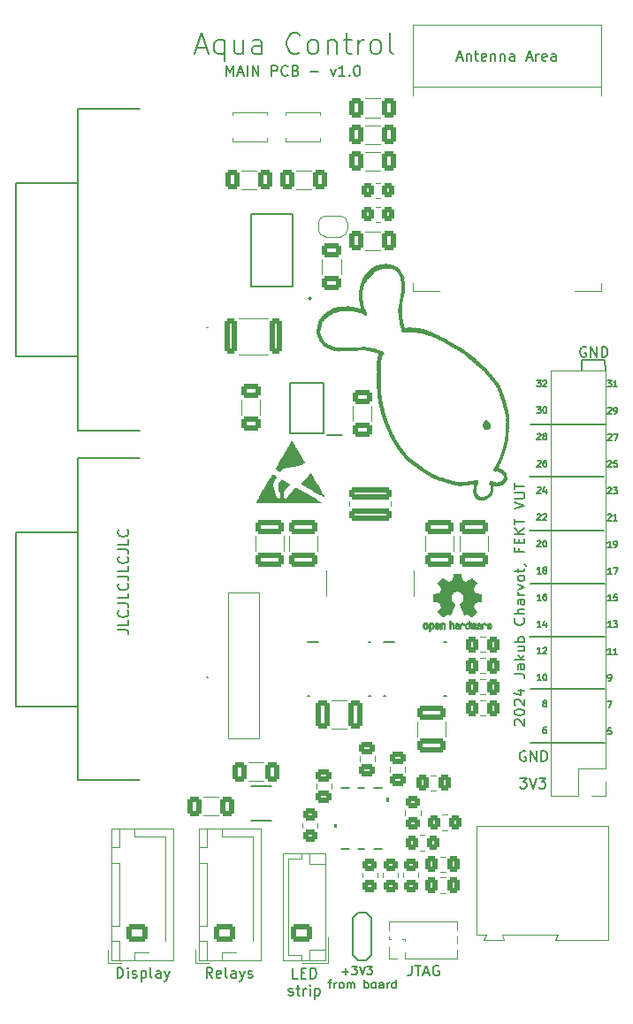
<source format=gto>
G04 #@! TF.GenerationSoftware,KiCad,Pcbnew,7.0.10-7.0.10~ubuntu23.10.1*
G04 #@! TF.CreationDate,2024-02-11T21:25:09+01:00*
G04 #@! TF.ProjectId,mainBoard,6d61696e-426f-4617-9264-2e6b69636164,rev?*
G04 #@! TF.SameCoordinates,Original*
G04 #@! TF.FileFunction,Legend,Top*
G04 #@! TF.FilePolarity,Positive*
%FSLAX46Y46*%
G04 Gerber Fmt 4.6, Leading zero omitted, Abs format (unit mm)*
G04 Created by KiCad (PCBNEW 7.0.10-7.0.10~ubuntu23.10.1) date 2024-02-11 21:25:09*
%MOMM*%
%LPD*%
G01*
G04 APERTURE LIST*
G04 Aperture macros list*
%AMRoundRect*
0 Rectangle with rounded corners*
0 $1 Rounding radius*
0 $2 $3 $4 $5 $6 $7 $8 $9 X,Y pos of 4 corners*
0 Add a 4 corners polygon primitive as box body*
4,1,4,$2,$3,$4,$5,$6,$7,$8,$9,$2,$3,0*
0 Add four circle primitives for the rounded corners*
1,1,$1+$1,$2,$3*
1,1,$1+$1,$4,$5*
1,1,$1+$1,$6,$7*
1,1,$1+$1,$8,$9*
0 Add four rect primitives between the rounded corners*
20,1,$1+$1,$2,$3,$4,$5,0*
20,1,$1+$1,$4,$5,$6,$7,0*
20,1,$1+$1,$6,$7,$8,$9,0*
20,1,$1+$1,$8,$9,$2,$3,0*%
%AMFreePoly0*
4,1,19,0.500000,-0.750000,0.000000,-0.750000,0.000000,-0.744911,-0.071157,-0.744911,-0.207708,-0.704816,-0.327430,-0.627875,-0.420627,-0.520320,-0.479746,-0.390866,-0.500000,-0.250000,-0.500000,0.250000,-0.479746,0.390866,-0.420627,0.520320,-0.327430,0.627875,-0.207708,0.704816,-0.071157,0.744911,0.000000,0.744911,0.000000,0.750000,0.500000,0.750000,0.500000,-0.750000,0.500000,-0.750000,
$1*%
%AMFreePoly1*
4,1,19,0.000000,0.744911,0.071157,0.744911,0.207708,0.704816,0.327430,0.627875,0.420627,0.520320,0.479746,0.390866,0.500000,0.250000,0.500000,-0.250000,0.479746,-0.390866,0.420627,-0.520320,0.327430,-0.627875,0.207708,-0.704816,0.071157,-0.744911,0.000000,-0.744911,0.000000,-0.750000,-0.500000,-0.750000,-0.500000,0.750000,0.000000,0.750000,0.000000,0.744911,0.000000,0.744911,
$1*%
G04 Aperture macros list end*
%ADD10C,0.150000*%
%ADD11C,0.120000*%
%ADD12C,0.200000*%
%ADD13C,0.010000*%
%ADD14C,0.100000*%
%ADD15C,0.152400*%
%ADD16RoundRect,0.250000X0.475000X-0.337500X0.475000X0.337500X-0.475000X0.337500X-0.475000X-0.337500X0*%
%ADD17RoundRect,0.250000X-1.100000X0.412500X-1.100000X-0.412500X1.100000X-0.412500X1.100000X0.412500X0*%
%ADD18R,8.200000X2.600000*%
%ADD19RoundRect,0.250000X0.412500X0.650000X-0.412500X0.650000X-0.412500X-0.650000X0.412500X-0.650000X0*%
%ADD20RoundRect,0.250000X0.412500X1.100000X-0.412500X1.100000X-0.412500X-1.100000X0.412500X-1.100000X0*%
%ADD21R,0.910001X0.509999*%
%ADD22R,1.700000X1.700000*%
%ADD23O,1.700000X1.700000*%
%ADD24RoundRect,0.250000X-0.350000X-0.450000X0.350000X-0.450000X0.350000X0.450000X-0.350000X0.450000X0*%
%ADD25RoundRect,0.250000X0.350000X0.450000X-0.350000X0.450000X-0.350000X-0.450000X0.350000X-0.450000X0*%
%ADD26RoundRect,0.250000X-0.650000X0.412500X-0.650000X-0.412500X0.650000X-0.412500X0.650000X0.412500X0*%
%ADD27RoundRect,0.250000X0.725000X-0.600000X0.725000X0.600000X-0.725000X0.600000X-0.725000X-0.600000X0*%
%ADD28O,1.950000X1.700000*%
%ADD29C,1.400000*%
%ADD30R,0.900000X1.700000*%
%ADD31RoundRect,0.250000X-0.412500X-0.650000X0.412500X-0.650000X0.412500X0.650000X-0.412500X0.650000X0*%
%ADD32R,1.500000X1.500000*%
%ADD33C,1.500000*%
%ADD34C,4.800000*%
%ADD35C,1.200000*%
%ADD36RoundRect,0.250000X-0.337500X-0.475000X0.337500X-0.475000X0.337500X0.475000X-0.337500X0.475000X0*%
%ADD37R,0.254000X0.812800*%
%ADD38R,0.812800X0.254000*%
%ADD39R,2.209800X4.191000*%
%ADD40RoundRect,0.250000X-0.450000X0.350000X-0.450000X-0.350000X0.450000X-0.350000X0.450000X0.350000X0*%
%ADD41FreePoly0,0.000000*%
%ADD42FreePoly1,0.000000*%
%ADD43RoundRect,0.250000X0.450000X-0.350000X0.450000X0.350000X-0.450000X0.350000X-0.450000X-0.350000X0*%
%ADD44C,1.515000*%
%ADD45R,0.977900X0.558800*%
%ADD46C,4.400000*%
%ADD47R,1.473200X0.889000*%
%ADD48R,1.473200X3.149600*%
%ADD49R,1.500000X0.900000*%
%ADD50R,0.900000X1.500000*%
%ADD51R,0.900000X0.900000*%
%ADD52R,3.960000X1.980000*%
%ADD53O,3.960000X1.980000*%
%ADD54R,1.000000X1.000000*%
%ADD55O,1.000000X1.000000*%
%ADD56R,1.500000X0.650000*%
%ADD57RoundRect,0.250000X-1.775000X0.350000X-1.775000X-0.350000X1.775000X-0.350000X1.775000X0.350000X0*%
%ADD58RoundRect,0.250000X0.312500X1.450000X-0.312500X1.450000X-0.312500X-1.450000X0.312500X-1.450000X0*%
G04 APERTURE END LIST*
D10*
X161036000Y-90627200D02*
X168198800Y-90627200D01*
X161036000Y-95758000D02*
X168198800Y-95758000D01*
X161086800Y-105918000D02*
X168249600Y-105918000D01*
X166065200Y-80365600D02*
X166065200Y-79400400D01*
X161137600Y-110947200D02*
X168300400Y-110947200D01*
X168300400Y-79400400D02*
X168313200Y-80433347D01*
X166065200Y-79400400D02*
X168300400Y-79400400D01*
X161137600Y-116078000D02*
X168300400Y-116078000D01*
X161188400Y-85598000D02*
X168351200Y-85598000D01*
X161137600Y-100838000D02*
X168300400Y-100838000D01*
X138853942Y-138671019D02*
X138377752Y-138671019D01*
X138377752Y-138671019D02*
X138377752Y-137671019D01*
X139187276Y-138147209D02*
X139520609Y-138147209D01*
X139663466Y-138671019D02*
X139187276Y-138671019D01*
X139187276Y-138671019D02*
X139187276Y-137671019D01*
X139187276Y-137671019D02*
X139663466Y-137671019D01*
X140092038Y-138671019D02*
X140092038Y-137671019D01*
X140092038Y-137671019D02*
X140330133Y-137671019D01*
X140330133Y-137671019D02*
X140472990Y-137718638D01*
X140472990Y-137718638D02*
X140568228Y-137813876D01*
X140568228Y-137813876D02*
X140615847Y-137909114D01*
X140615847Y-137909114D02*
X140663466Y-138099590D01*
X140663466Y-138099590D02*
X140663466Y-138242447D01*
X140663466Y-138242447D02*
X140615847Y-138432923D01*
X140615847Y-138432923D02*
X140568228Y-138528161D01*
X140568228Y-138528161D02*
X140472990Y-138623400D01*
X140472990Y-138623400D02*
X140330133Y-138671019D01*
X140330133Y-138671019D02*
X140092038Y-138671019D01*
X137996800Y-140233400D02*
X138092038Y-140281019D01*
X138092038Y-140281019D02*
X138282514Y-140281019D01*
X138282514Y-140281019D02*
X138377752Y-140233400D01*
X138377752Y-140233400D02*
X138425371Y-140138161D01*
X138425371Y-140138161D02*
X138425371Y-140090542D01*
X138425371Y-140090542D02*
X138377752Y-139995304D01*
X138377752Y-139995304D02*
X138282514Y-139947685D01*
X138282514Y-139947685D02*
X138139657Y-139947685D01*
X138139657Y-139947685D02*
X138044419Y-139900066D01*
X138044419Y-139900066D02*
X137996800Y-139804828D01*
X137996800Y-139804828D02*
X137996800Y-139757209D01*
X137996800Y-139757209D02*
X138044419Y-139661971D01*
X138044419Y-139661971D02*
X138139657Y-139614352D01*
X138139657Y-139614352D02*
X138282514Y-139614352D01*
X138282514Y-139614352D02*
X138377752Y-139661971D01*
X138711086Y-139614352D02*
X139092038Y-139614352D01*
X138853943Y-139281019D02*
X138853943Y-140138161D01*
X138853943Y-140138161D02*
X138901562Y-140233400D01*
X138901562Y-140233400D02*
X138996800Y-140281019D01*
X138996800Y-140281019D02*
X139092038Y-140281019D01*
X139425372Y-140281019D02*
X139425372Y-139614352D01*
X139425372Y-139804828D02*
X139472991Y-139709590D01*
X139472991Y-139709590D02*
X139520610Y-139661971D01*
X139520610Y-139661971D02*
X139615848Y-139614352D01*
X139615848Y-139614352D02*
X139711086Y-139614352D01*
X140044420Y-140281019D02*
X140044420Y-139614352D01*
X140044420Y-139281019D02*
X139996801Y-139328638D01*
X139996801Y-139328638D02*
X140044420Y-139376257D01*
X140044420Y-139376257D02*
X140092039Y-139328638D01*
X140092039Y-139328638D02*
X140044420Y-139281019D01*
X140044420Y-139281019D02*
X140044420Y-139376257D01*
X140520610Y-139614352D02*
X140520610Y-140614352D01*
X140520610Y-139661971D02*
X140615848Y-139614352D01*
X140615848Y-139614352D02*
X140806324Y-139614352D01*
X140806324Y-139614352D02*
X140901562Y-139661971D01*
X140901562Y-139661971D02*
X140949181Y-139709590D01*
X140949181Y-139709590D02*
X140996800Y-139804828D01*
X140996800Y-139804828D02*
X140996800Y-140090542D01*
X140996800Y-140090542D02*
X140949181Y-140185780D01*
X140949181Y-140185780D02*
X140901562Y-140233400D01*
X140901562Y-140233400D02*
X140806324Y-140281019D01*
X140806324Y-140281019D02*
X140615848Y-140281019D01*
X140615848Y-140281019D02*
X140520610Y-140233400D01*
X168535598Y-81411571D02*
X168907026Y-81411571D01*
X168907026Y-81411571D02*
X168707026Y-81640142D01*
X168707026Y-81640142D02*
X168792741Y-81640142D01*
X168792741Y-81640142D02*
X168849884Y-81668714D01*
X168849884Y-81668714D02*
X168878455Y-81697285D01*
X168878455Y-81697285D02*
X168907026Y-81754428D01*
X168907026Y-81754428D02*
X168907026Y-81897285D01*
X168907026Y-81897285D02*
X168878455Y-81954428D01*
X168878455Y-81954428D02*
X168849884Y-81983000D01*
X168849884Y-81983000D02*
X168792741Y-82011571D01*
X168792741Y-82011571D02*
X168621312Y-82011571D01*
X168621312Y-82011571D02*
X168564169Y-81983000D01*
X168564169Y-81983000D02*
X168535598Y-81954428D01*
X169478455Y-82011571D02*
X169135598Y-82011571D01*
X169307027Y-82011571D02*
X169307027Y-81411571D01*
X169307027Y-81411571D02*
X169249884Y-81497285D01*
X169249884Y-81497285D02*
X169192741Y-81554428D01*
X169192741Y-81554428D02*
X169135598Y-81583000D01*
X166468588Y-78216238D02*
X166373350Y-78168619D01*
X166373350Y-78168619D02*
X166230493Y-78168619D01*
X166230493Y-78168619D02*
X166087636Y-78216238D01*
X166087636Y-78216238D02*
X165992398Y-78311476D01*
X165992398Y-78311476D02*
X165944779Y-78406714D01*
X165944779Y-78406714D02*
X165897160Y-78597190D01*
X165897160Y-78597190D02*
X165897160Y-78740047D01*
X165897160Y-78740047D02*
X165944779Y-78930523D01*
X165944779Y-78930523D02*
X165992398Y-79025761D01*
X165992398Y-79025761D02*
X166087636Y-79121000D01*
X166087636Y-79121000D02*
X166230493Y-79168619D01*
X166230493Y-79168619D02*
X166325731Y-79168619D01*
X166325731Y-79168619D02*
X166468588Y-79121000D01*
X166468588Y-79121000D02*
X166516207Y-79073380D01*
X166516207Y-79073380D02*
X166516207Y-78740047D01*
X166516207Y-78740047D02*
X166325731Y-78740047D01*
X166944779Y-79168619D02*
X166944779Y-78168619D01*
X166944779Y-78168619D02*
X167516207Y-79168619D01*
X167516207Y-79168619D02*
X167516207Y-78168619D01*
X167992398Y-79168619D02*
X167992398Y-78168619D01*
X167992398Y-78168619D02*
X168230493Y-78168619D01*
X168230493Y-78168619D02*
X168373350Y-78216238D01*
X168373350Y-78216238D02*
X168468588Y-78311476D01*
X168468588Y-78311476D02*
X168516207Y-78406714D01*
X168516207Y-78406714D02*
X168563826Y-78597190D01*
X168563826Y-78597190D02*
X168563826Y-78740047D01*
X168563826Y-78740047D02*
X168516207Y-78930523D01*
X168516207Y-78930523D02*
X168468588Y-79025761D01*
X168468588Y-79025761D02*
X168373350Y-79121000D01*
X168373350Y-79121000D02*
X168230493Y-79168619D01*
X168230493Y-79168619D02*
X167992398Y-79168619D01*
X168907026Y-102487875D02*
X168564169Y-102487875D01*
X168735598Y-102487875D02*
X168735598Y-101887875D01*
X168735598Y-101887875D02*
X168678455Y-101973589D01*
X168678455Y-101973589D02*
X168621312Y-102030732D01*
X168621312Y-102030732D02*
X168564169Y-102059304D01*
X169449884Y-101887875D02*
X169164170Y-101887875D01*
X169164170Y-101887875D02*
X169135598Y-102173589D01*
X169135598Y-102173589D02*
X169164170Y-102145018D01*
X169164170Y-102145018D02*
X169221313Y-102116446D01*
X169221313Y-102116446D02*
X169364170Y-102116446D01*
X169364170Y-102116446D02*
X169421313Y-102145018D01*
X169421313Y-102145018D02*
X169449884Y-102173589D01*
X169449884Y-102173589D02*
X169478455Y-102230732D01*
X169478455Y-102230732D02*
X169478455Y-102373589D01*
X169478455Y-102373589D02*
X169449884Y-102430732D01*
X169449884Y-102430732D02*
X169421313Y-102459304D01*
X169421313Y-102459304D02*
X169364170Y-102487875D01*
X169364170Y-102487875D02*
X169221313Y-102487875D01*
X169221313Y-102487875D02*
X169164170Y-102459304D01*
X169164170Y-102459304D02*
X169135598Y-102430732D01*
X160159941Y-119469019D02*
X160778988Y-119469019D01*
X160778988Y-119469019D02*
X160445655Y-119849971D01*
X160445655Y-119849971D02*
X160588512Y-119849971D01*
X160588512Y-119849971D02*
X160683750Y-119897590D01*
X160683750Y-119897590D02*
X160731369Y-119945209D01*
X160731369Y-119945209D02*
X160778988Y-120040447D01*
X160778988Y-120040447D02*
X160778988Y-120278542D01*
X160778988Y-120278542D02*
X160731369Y-120373780D01*
X160731369Y-120373780D02*
X160683750Y-120421400D01*
X160683750Y-120421400D02*
X160588512Y-120469019D01*
X160588512Y-120469019D02*
X160302798Y-120469019D01*
X160302798Y-120469019D02*
X160207560Y-120421400D01*
X160207560Y-120421400D02*
X160159941Y-120373780D01*
X161064703Y-119469019D02*
X161398036Y-120469019D01*
X161398036Y-120469019D02*
X161731369Y-119469019D01*
X161969465Y-119469019D02*
X162588512Y-119469019D01*
X162588512Y-119469019D02*
X162255179Y-119849971D01*
X162255179Y-119849971D02*
X162398036Y-119849971D01*
X162398036Y-119849971D02*
X162493274Y-119897590D01*
X162493274Y-119897590D02*
X162540893Y-119945209D01*
X162540893Y-119945209D02*
X162588512Y-120040447D01*
X162588512Y-120040447D02*
X162588512Y-120278542D01*
X162588512Y-120278542D02*
X162540893Y-120373780D01*
X162540893Y-120373780D02*
X162493274Y-120421400D01*
X162493274Y-120421400D02*
X162398036Y-120469019D01*
X162398036Y-120469019D02*
X162112322Y-120469019D01*
X162112322Y-120469019D02*
X162017084Y-120421400D01*
X162017084Y-120421400D02*
X161969465Y-120373780D01*
X168907026Y-99928337D02*
X168564169Y-99928337D01*
X168735598Y-99928337D02*
X168735598Y-99328337D01*
X168735598Y-99328337D02*
X168678455Y-99414051D01*
X168678455Y-99414051D02*
X168621312Y-99471194D01*
X168621312Y-99471194D02*
X168564169Y-99499766D01*
X169107027Y-99328337D02*
X169507027Y-99328337D01*
X169507027Y-99328337D02*
X169249884Y-99928337D01*
X143138608Y-138001533D02*
X143748132Y-138001533D01*
X143443370Y-138306295D02*
X143443370Y-137696771D01*
X144052893Y-137506295D02*
X144548131Y-137506295D01*
X144548131Y-137506295D02*
X144281465Y-137811057D01*
X144281465Y-137811057D02*
X144395750Y-137811057D01*
X144395750Y-137811057D02*
X144471941Y-137849152D01*
X144471941Y-137849152D02*
X144510036Y-137887247D01*
X144510036Y-137887247D02*
X144548131Y-137963438D01*
X144548131Y-137963438D02*
X144548131Y-138153914D01*
X144548131Y-138153914D02*
X144510036Y-138230104D01*
X144510036Y-138230104D02*
X144471941Y-138268200D01*
X144471941Y-138268200D02*
X144395750Y-138306295D01*
X144395750Y-138306295D02*
X144167179Y-138306295D01*
X144167179Y-138306295D02*
X144090988Y-138268200D01*
X144090988Y-138268200D02*
X144052893Y-138230104D01*
X144776703Y-137506295D02*
X145043370Y-138306295D01*
X145043370Y-138306295D02*
X145310036Y-137506295D01*
X145500512Y-137506295D02*
X145995750Y-137506295D01*
X145995750Y-137506295D02*
X145729084Y-137811057D01*
X145729084Y-137811057D02*
X145843369Y-137811057D01*
X145843369Y-137811057D02*
X145919560Y-137849152D01*
X145919560Y-137849152D02*
X145957655Y-137887247D01*
X145957655Y-137887247D02*
X145995750Y-137963438D01*
X145995750Y-137963438D02*
X145995750Y-138153914D01*
X145995750Y-138153914D02*
X145957655Y-138230104D01*
X145957655Y-138230104D02*
X145919560Y-138268200D01*
X145919560Y-138268200D02*
X145843369Y-138306295D01*
X145843369Y-138306295D02*
X145614798Y-138306295D01*
X145614798Y-138306295D02*
X145538607Y-138268200D01*
X145538607Y-138268200D02*
X145500512Y-138230104D01*
X141805274Y-139060961D02*
X142110036Y-139060961D01*
X141919560Y-139594295D02*
X141919560Y-138908580D01*
X141919560Y-138908580D02*
X141957655Y-138832390D01*
X141957655Y-138832390D02*
X142033845Y-138794295D01*
X142033845Y-138794295D02*
X142110036Y-138794295D01*
X142376703Y-139594295D02*
X142376703Y-139060961D01*
X142376703Y-139213342D02*
X142414798Y-139137152D01*
X142414798Y-139137152D02*
X142452893Y-139099057D01*
X142452893Y-139099057D02*
X142529084Y-139060961D01*
X142529084Y-139060961D02*
X142605274Y-139060961D01*
X142986226Y-139594295D02*
X142910036Y-139556200D01*
X142910036Y-139556200D02*
X142871941Y-139518104D01*
X142871941Y-139518104D02*
X142833845Y-139441914D01*
X142833845Y-139441914D02*
X142833845Y-139213342D01*
X142833845Y-139213342D02*
X142871941Y-139137152D01*
X142871941Y-139137152D02*
X142910036Y-139099057D01*
X142910036Y-139099057D02*
X142986226Y-139060961D01*
X142986226Y-139060961D02*
X143100512Y-139060961D01*
X143100512Y-139060961D02*
X143176703Y-139099057D01*
X143176703Y-139099057D02*
X143214798Y-139137152D01*
X143214798Y-139137152D02*
X143252893Y-139213342D01*
X143252893Y-139213342D02*
X143252893Y-139441914D01*
X143252893Y-139441914D02*
X143214798Y-139518104D01*
X143214798Y-139518104D02*
X143176703Y-139556200D01*
X143176703Y-139556200D02*
X143100512Y-139594295D01*
X143100512Y-139594295D02*
X142986226Y-139594295D01*
X143595751Y-139594295D02*
X143595751Y-139060961D01*
X143595751Y-139137152D02*
X143633846Y-139099057D01*
X143633846Y-139099057D02*
X143710036Y-139060961D01*
X143710036Y-139060961D02*
X143824322Y-139060961D01*
X143824322Y-139060961D02*
X143900513Y-139099057D01*
X143900513Y-139099057D02*
X143938608Y-139175247D01*
X143938608Y-139175247D02*
X143938608Y-139594295D01*
X143938608Y-139175247D02*
X143976703Y-139099057D01*
X143976703Y-139099057D02*
X144052894Y-139060961D01*
X144052894Y-139060961D02*
X144167179Y-139060961D01*
X144167179Y-139060961D02*
X144243370Y-139099057D01*
X144243370Y-139099057D02*
X144281465Y-139175247D01*
X144281465Y-139175247D02*
X144281465Y-139594295D01*
X145271942Y-139594295D02*
X145271942Y-138794295D01*
X145271942Y-139099057D02*
X145348132Y-139060961D01*
X145348132Y-139060961D02*
X145500513Y-139060961D01*
X145500513Y-139060961D02*
X145576704Y-139099057D01*
X145576704Y-139099057D02*
X145614799Y-139137152D01*
X145614799Y-139137152D02*
X145652894Y-139213342D01*
X145652894Y-139213342D02*
X145652894Y-139441914D01*
X145652894Y-139441914D02*
X145614799Y-139518104D01*
X145614799Y-139518104D02*
X145576704Y-139556200D01*
X145576704Y-139556200D02*
X145500513Y-139594295D01*
X145500513Y-139594295D02*
X145348132Y-139594295D01*
X145348132Y-139594295D02*
X145271942Y-139556200D01*
X146110037Y-139594295D02*
X146033847Y-139556200D01*
X146033847Y-139556200D02*
X145995752Y-139518104D01*
X145995752Y-139518104D02*
X145957656Y-139441914D01*
X145957656Y-139441914D02*
X145957656Y-139213342D01*
X145957656Y-139213342D02*
X145995752Y-139137152D01*
X145995752Y-139137152D02*
X146033847Y-139099057D01*
X146033847Y-139099057D02*
X146110037Y-139060961D01*
X146110037Y-139060961D02*
X146224323Y-139060961D01*
X146224323Y-139060961D02*
X146300514Y-139099057D01*
X146300514Y-139099057D02*
X146338609Y-139137152D01*
X146338609Y-139137152D02*
X146376704Y-139213342D01*
X146376704Y-139213342D02*
X146376704Y-139441914D01*
X146376704Y-139441914D02*
X146338609Y-139518104D01*
X146338609Y-139518104D02*
X146300514Y-139556200D01*
X146300514Y-139556200D02*
X146224323Y-139594295D01*
X146224323Y-139594295D02*
X146110037Y-139594295D01*
X147062419Y-139594295D02*
X147062419Y-139175247D01*
X147062419Y-139175247D02*
X147024324Y-139099057D01*
X147024324Y-139099057D02*
X146948133Y-139060961D01*
X146948133Y-139060961D02*
X146795752Y-139060961D01*
X146795752Y-139060961D02*
X146719562Y-139099057D01*
X147062419Y-139556200D02*
X146986228Y-139594295D01*
X146986228Y-139594295D02*
X146795752Y-139594295D01*
X146795752Y-139594295D02*
X146719562Y-139556200D01*
X146719562Y-139556200D02*
X146681466Y-139480009D01*
X146681466Y-139480009D02*
X146681466Y-139403819D01*
X146681466Y-139403819D02*
X146719562Y-139327628D01*
X146719562Y-139327628D02*
X146795752Y-139289533D01*
X146795752Y-139289533D02*
X146986228Y-139289533D01*
X146986228Y-139289533D02*
X147062419Y-139251438D01*
X147443372Y-139594295D02*
X147443372Y-139060961D01*
X147443372Y-139213342D02*
X147481467Y-139137152D01*
X147481467Y-139137152D02*
X147519562Y-139099057D01*
X147519562Y-139099057D02*
X147595753Y-139060961D01*
X147595753Y-139060961D02*
X147671943Y-139060961D01*
X148281467Y-139594295D02*
X148281467Y-138794295D01*
X148281467Y-139556200D02*
X148205276Y-139594295D01*
X148205276Y-139594295D02*
X148052895Y-139594295D01*
X148052895Y-139594295D02*
X147976705Y-139556200D01*
X147976705Y-139556200D02*
X147938610Y-139518104D01*
X147938610Y-139518104D02*
X147900514Y-139441914D01*
X147900514Y-139441914D02*
X147900514Y-139213342D01*
X147900514Y-139213342D02*
X147938610Y-139137152D01*
X147938610Y-139137152D02*
X147976705Y-139099057D01*
X147976705Y-139099057D02*
X148052895Y-139060961D01*
X148052895Y-139060961D02*
X148205276Y-139060961D01*
X148205276Y-139060961D02*
X148281467Y-139099057D01*
X161807769Y-86552624D02*
X161836341Y-86524052D01*
X161836341Y-86524052D02*
X161893484Y-86495481D01*
X161893484Y-86495481D02*
X162036341Y-86495481D01*
X162036341Y-86495481D02*
X162093484Y-86524052D01*
X162093484Y-86524052D02*
X162122055Y-86552624D01*
X162122055Y-86552624D02*
X162150626Y-86609767D01*
X162150626Y-86609767D02*
X162150626Y-86666910D01*
X162150626Y-86666910D02*
X162122055Y-86752624D01*
X162122055Y-86752624D02*
X161779198Y-87095481D01*
X161779198Y-87095481D02*
X162150626Y-87095481D01*
X162493484Y-86752624D02*
X162436341Y-86724052D01*
X162436341Y-86724052D02*
X162407770Y-86695481D01*
X162407770Y-86695481D02*
X162379198Y-86638338D01*
X162379198Y-86638338D02*
X162379198Y-86609767D01*
X162379198Y-86609767D02*
X162407770Y-86552624D01*
X162407770Y-86552624D02*
X162436341Y-86524052D01*
X162436341Y-86524052D02*
X162493484Y-86495481D01*
X162493484Y-86495481D02*
X162607770Y-86495481D01*
X162607770Y-86495481D02*
X162664913Y-86524052D01*
X162664913Y-86524052D02*
X162693484Y-86552624D01*
X162693484Y-86552624D02*
X162722055Y-86609767D01*
X162722055Y-86609767D02*
X162722055Y-86638338D01*
X162722055Y-86638338D02*
X162693484Y-86695481D01*
X162693484Y-86695481D02*
X162664913Y-86724052D01*
X162664913Y-86724052D02*
X162607770Y-86752624D01*
X162607770Y-86752624D02*
X162493484Y-86752624D01*
X162493484Y-86752624D02*
X162436341Y-86781195D01*
X162436341Y-86781195D02*
X162407770Y-86809767D01*
X162407770Y-86809767D02*
X162379198Y-86866910D01*
X162379198Y-86866910D02*
X162379198Y-86981195D01*
X162379198Y-86981195D02*
X162407770Y-87038338D01*
X162407770Y-87038338D02*
X162436341Y-87066910D01*
X162436341Y-87066910D02*
X162493484Y-87095481D01*
X162493484Y-87095481D02*
X162607770Y-87095481D01*
X162607770Y-87095481D02*
X162664913Y-87066910D01*
X162664913Y-87066910D02*
X162693484Y-87038338D01*
X162693484Y-87038338D02*
X162722055Y-86981195D01*
X162722055Y-86981195D02*
X162722055Y-86866910D01*
X162722055Y-86866910D02*
X162693484Y-86809767D01*
X162693484Y-86809767D02*
X162664913Y-86781195D01*
X162664913Y-86781195D02*
X162607770Y-86752624D01*
X132061179Y-52244619D02*
X132061179Y-51244619D01*
X132061179Y-51244619D02*
X132394512Y-51958904D01*
X132394512Y-51958904D02*
X132727845Y-51244619D01*
X132727845Y-51244619D02*
X132727845Y-52244619D01*
X133156417Y-51958904D02*
X133632607Y-51958904D01*
X133061179Y-52244619D02*
X133394512Y-51244619D01*
X133394512Y-51244619D02*
X133727845Y-52244619D01*
X134061179Y-52244619D02*
X134061179Y-51244619D01*
X134537369Y-52244619D02*
X134537369Y-51244619D01*
X134537369Y-51244619D02*
X135108797Y-52244619D01*
X135108797Y-52244619D02*
X135108797Y-51244619D01*
X136346893Y-52244619D02*
X136346893Y-51244619D01*
X136346893Y-51244619D02*
X136727845Y-51244619D01*
X136727845Y-51244619D02*
X136823083Y-51292238D01*
X136823083Y-51292238D02*
X136870702Y-51339857D01*
X136870702Y-51339857D02*
X136918321Y-51435095D01*
X136918321Y-51435095D02*
X136918321Y-51577952D01*
X136918321Y-51577952D02*
X136870702Y-51673190D01*
X136870702Y-51673190D02*
X136823083Y-51720809D01*
X136823083Y-51720809D02*
X136727845Y-51768428D01*
X136727845Y-51768428D02*
X136346893Y-51768428D01*
X137918321Y-52149380D02*
X137870702Y-52197000D01*
X137870702Y-52197000D02*
X137727845Y-52244619D01*
X137727845Y-52244619D02*
X137632607Y-52244619D01*
X137632607Y-52244619D02*
X137489750Y-52197000D01*
X137489750Y-52197000D02*
X137394512Y-52101761D01*
X137394512Y-52101761D02*
X137346893Y-52006523D01*
X137346893Y-52006523D02*
X137299274Y-51816047D01*
X137299274Y-51816047D02*
X137299274Y-51673190D01*
X137299274Y-51673190D02*
X137346893Y-51482714D01*
X137346893Y-51482714D02*
X137394512Y-51387476D01*
X137394512Y-51387476D02*
X137489750Y-51292238D01*
X137489750Y-51292238D02*
X137632607Y-51244619D01*
X137632607Y-51244619D02*
X137727845Y-51244619D01*
X137727845Y-51244619D02*
X137870702Y-51292238D01*
X137870702Y-51292238D02*
X137918321Y-51339857D01*
X138680226Y-51720809D02*
X138823083Y-51768428D01*
X138823083Y-51768428D02*
X138870702Y-51816047D01*
X138870702Y-51816047D02*
X138918321Y-51911285D01*
X138918321Y-51911285D02*
X138918321Y-52054142D01*
X138918321Y-52054142D02*
X138870702Y-52149380D01*
X138870702Y-52149380D02*
X138823083Y-52197000D01*
X138823083Y-52197000D02*
X138727845Y-52244619D01*
X138727845Y-52244619D02*
X138346893Y-52244619D01*
X138346893Y-52244619D02*
X138346893Y-51244619D01*
X138346893Y-51244619D02*
X138680226Y-51244619D01*
X138680226Y-51244619D02*
X138775464Y-51292238D01*
X138775464Y-51292238D02*
X138823083Y-51339857D01*
X138823083Y-51339857D02*
X138870702Y-51435095D01*
X138870702Y-51435095D02*
X138870702Y-51530333D01*
X138870702Y-51530333D02*
X138823083Y-51625571D01*
X138823083Y-51625571D02*
X138775464Y-51673190D01*
X138775464Y-51673190D02*
X138680226Y-51720809D01*
X138680226Y-51720809D02*
X138346893Y-51720809D01*
X140108798Y-51863666D02*
X140870703Y-51863666D01*
X142013560Y-51577952D02*
X142251655Y-52244619D01*
X142251655Y-52244619D02*
X142489750Y-51577952D01*
X143394512Y-52244619D02*
X142823084Y-52244619D01*
X143108798Y-52244619D02*
X143108798Y-51244619D01*
X143108798Y-51244619D02*
X143013560Y-51387476D01*
X143013560Y-51387476D02*
X142918322Y-51482714D01*
X142918322Y-51482714D02*
X142823084Y-51530333D01*
X143823084Y-52149380D02*
X143870703Y-52197000D01*
X143870703Y-52197000D02*
X143823084Y-52244619D01*
X143823084Y-52244619D02*
X143775465Y-52197000D01*
X143775465Y-52197000D02*
X143823084Y-52149380D01*
X143823084Y-52149380D02*
X143823084Y-52244619D01*
X144489750Y-51244619D02*
X144584988Y-51244619D01*
X144584988Y-51244619D02*
X144680226Y-51292238D01*
X144680226Y-51292238D02*
X144727845Y-51339857D01*
X144727845Y-51339857D02*
X144775464Y-51435095D01*
X144775464Y-51435095D02*
X144823083Y-51625571D01*
X144823083Y-51625571D02*
X144823083Y-51863666D01*
X144823083Y-51863666D02*
X144775464Y-52054142D01*
X144775464Y-52054142D02*
X144727845Y-52149380D01*
X144727845Y-52149380D02*
X144680226Y-52197000D01*
X144680226Y-52197000D02*
X144584988Y-52244619D01*
X144584988Y-52244619D02*
X144489750Y-52244619D01*
X144489750Y-52244619D02*
X144394512Y-52197000D01*
X144394512Y-52197000D02*
X144346893Y-52149380D01*
X144346893Y-52149380D02*
X144299274Y-52054142D01*
X144299274Y-52054142D02*
X144251655Y-51863666D01*
X144251655Y-51863666D02*
X144251655Y-51625571D01*
X144251655Y-51625571D02*
X144299274Y-51435095D01*
X144299274Y-51435095D02*
X144346893Y-51339857D01*
X144346893Y-51339857D02*
X144394512Y-51292238D01*
X144394512Y-51292238D02*
X144489750Y-51244619D01*
X162150626Y-105012247D02*
X161807769Y-105012247D01*
X161979198Y-105012247D02*
X161979198Y-104412247D01*
X161979198Y-104412247D02*
X161922055Y-104497961D01*
X161922055Y-104497961D02*
X161864912Y-104555104D01*
X161864912Y-104555104D02*
X161807769Y-104583676D01*
X162664913Y-104612247D02*
X162664913Y-105012247D01*
X162522055Y-104383676D02*
X162379198Y-104812247D01*
X162379198Y-104812247D02*
X162750627Y-104812247D01*
X168564169Y-91706866D02*
X168592741Y-91678294D01*
X168592741Y-91678294D02*
X168649884Y-91649723D01*
X168649884Y-91649723D02*
X168792741Y-91649723D01*
X168792741Y-91649723D02*
X168849884Y-91678294D01*
X168849884Y-91678294D02*
X168878455Y-91706866D01*
X168878455Y-91706866D02*
X168907026Y-91764009D01*
X168907026Y-91764009D02*
X168907026Y-91821152D01*
X168907026Y-91821152D02*
X168878455Y-91906866D01*
X168878455Y-91906866D02*
X168535598Y-92249723D01*
X168535598Y-92249723D02*
X168907026Y-92249723D01*
X169107027Y-91649723D02*
X169478455Y-91649723D01*
X169478455Y-91649723D02*
X169278455Y-91878294D01*
X169278455Y-91878294D02*
X169364170Y-91878294D01*
X169364170Y-91878294D02*
X169421313Y-91906866D01*
X169421313Y-91906866D02*
X169449884Y-91935437D01*
X169449884Y-91935437D02*
X169478455Y-91992580D01*
X169478455Y-91992580D02*
X169478455Y-92135437D01*
X169478455Y-92135437D02*
X169449884Y-92192580D01*
X169449884Y-92192580D02*
X169421313Y-92221152D01*
X169421313Y-92221152D02*
X169364170Y-92249723D01*
X169364170Y-92249723D02*
X169192741Y-92249723D01*
X169192741Y-92249723D02*
X169135598Y-92221152D01*
X169135598Y-92221152D02*
X169107027Y-92192580D01*
X159696257Y-114417239D02*
X159648638Y-114369620D01*
X159648638Y-114369620D02*
X159601019Y-114274382D01*
X159601019Y-114274382D02*
X159601019Y-114036287D01*
X159601019Y-114036287D02*
X159648638Y-113941049D01*
X159648638Y-113941049D02*
X159696257Y-113893430D01*
X159696257Y-113893430D02*
X159791495Y-113845811D01*
X159791495Y-113845811D02*
X159886733Y-113845811D01*
X159886733Y-113845811D02*
X160029590Y-113893430D01*
X160029590Y-113893430D02*
X160601019Y-114464858D01*
X160601019Y-114464858D02*
X160601019Y-113845811D01*
X159601019Y-113226763D02*
X159601019Y-113131525D01*
X159601019Y-113131525D02*
X159648638Y-113036287D01*
X159648638Y-113036287D02*
X159696257Y-112988668D01*
X159696257Y-112988668D02*
X159791495Y-112941049D01*
X159791495Y-112941049D02*
X159981971Y-112893430D01*
X159981971Y-112893430D02*
X160220066Y-112893430D01*
X160220066Y-112893430D02*
X160410542Y-112941049D01*
X160410542Y-112941049D02*
X160505780Y-112988668D01*
X160505780Y-112988668D02*
X160553400Y-113036287D01*
X160553400Y-113036287D02*
X160601019Y-113131525D01*
X160601019Y-113131525D02*
X160601019Y-113226763D01*
X160601019Y-113226763D02*
X160553400Y-113322001D01*
X160553400Y-113322001D02*
X160505780Y-113369620D01*
X160505780Y-113369620D02*
X160410542Y-113417239D01*
X160410542Y-113417239D02*
X160220066Y-113464858D01*
X160220066Y-113464858D02*
X159981971Y-113464858D01*
X159981971Y-113464858D02*
X159791495Y-113417239D01*
X159791495Y-113417239D02*
X159696257Y-113369620D01*
X159696257Y-113369620D02*
X159648638Y-113322001D01*
X159648638Y-113322001D02*
X159601019Y-113226763D01*
X159696257Y-112512477D02*
X159648638Y-112464858D01*
X159648638Y-112464858D02*
X159601019Y-112369620D01*
X159601019Y-112369620D02*
X159601019Y-112131525D01*
X159601019Y-112131525D02*
X159648638Y-112036287D01*
X159648638Y-112036287D02*
X159696257Y-111988668D01*
X159696257Y-111988668D02*
X159791495Y-111941049D01*
X159791495Y-111941049D02*
X159886733Y-111941049D01*
X159886733Y-111941049D02*
X160029590Y-111988668D01*
X160029590Y-111988668D02*
X160601019Y-112560096D01*
X160601019Y-112560096D02*
X160601019Y-111941049D01*
X159934352Y-111083906D02*
X160601019Y-111083906D01*
X159553400Y-111322001D02*
X160267685Y-111560096D01*
X160267685Y-111560096D02*
X160267685Y-110941049D01*
X159601019Y-109512477D02*
X160315304Y-109512477D01*
X160315304Y-109512477D02*
X160458161Y-109560096D01*
X160458161Y-109560096D02*
X160553400Y-109655334D01*
X160553400Y-109655334D02*
X160601019Y-109798191D01*
X160601019Y-109798191D02*
X160601019Y-109893429D01*
X160601019Y-108607715D02*
X160077209Y-108607715D01*
X160077209Y-108607715D02*
X159981971Y-108655334D01*
X159981971Y-108655334D02*
X159934352Y-108750572D01*
X159934352Y-108750572D02*
X159934352Y-108941048D01*
X159934352Y-108941048D02*
X159981971Y-109036286D01*
X160553400Y-108607715D02*
X160601019Y-108702953D01*
X160601019Y-108702953D02*
X160601019Y-108941048D01*
X160601019Y-108941048D02*
X160553400Y-109036286D01*
X160553400Y-109036286D02*
X160458161Y-109083905D01*
X160458161Y-109083905D02*
X160362923Y-109083905D01*
X160362923Y-109083905D02*
X160267685Y-109036286D01*
X160267685Y-109036286D02*
X160220066Y-108941048D01*
X160220066Y-108941048D02*
X160220066Y-108702953D01*
X160220066Y-108702953D02*
X160172447Y-108607715D01*
X160601019Y-108131524D02*
X159601019Y-108131524D01*
X160220066Y-108036286D02*
X160601019Y-107750572D01*
X159934352Y-107750572D02*
X160315304Y-108131524D01*
X159934352Y-106893429D02*
X160601019Y-106893429D01*
X159934352Y-107322000D02*
X160458161Y-107322000D01*
X160458161Y-107322000D02*
X160553400Y-107274381D01*
X160553400Y-107274381D02*
X160601019Y-107179143D01*
X160601019Y-107179143D02*
X160601019Y-107036286D01*
X160601019Y-107036286D02*
X160553400Y-106941048D01*
X160553400Y-106941048D02*
X160505780Y-106893429D01*
X160601019Y-106417238D02*
X159601019Y-106417238D01*
X159981971Y-106417238D02*
X159934352Y-106322000D01*
X159934352Y-106322000D02*
X159934352Y-106131524D01*
X159934352Y-106131524D02*
X159981971Y-106036286D01*
X159981971Y-106036286D02*
X160029590Y-105988667D01*
X160029590Y-105988667D02*
X160124828Y-105941048D01*
X160124828Y-105941048D02*
X160410542Y-105941048D01*
X160410542Y-105941048D02*
X160505780Y-105988667D01*
X160505780Y-105988667D02*
X160553400Y-106036286D01*
X160553400Y-106036286D02*
X160601019Y-106131524D01*
X160601019Y-106131524D02*
X160601019Y-106322000D01*
X160601019Y-106322000D02*
X160553400Y-106417238D01*
X160505780Y-104179143D02*
X160553400Y-104226762D01*
X160553400Y-104226762D02*
X160601019Y-104369619D01*
X160601019Y-104369619D02*
X160601019Y-104464857D01*
X160601019Y-104464857D02*
X160553400Y-104607714D01*
X160553400Y-104607714D02*
X160458161Y-104702952D01*
X160458161Y-104702952D02*
X160362923Y-104750571D01*
X160362923Y-104750571D02*
X160172447Y-104798190D01*
X160172447Y-104798190D02*
X160029590Y-104798190D01*
X160029590Y-104798190D02*
X159839114Y-104750571D01*
X159839114Y-104750571D02*
X159743876Y-104702952D01*
X159743876Y-104702952D02*
X159648638Y-104607714D01*
X159648638Y-104607714D02*
X159601019Y-104464857D01*
X159601019Y-104464857D02*
X159601019Y-104369619D01*
X159601019Y-104369619D02*
X159648638Y-104226762D01*
X159648638Y-104226762D02*
X159696257Y-104179143D01*
X160601019Y-103750571D02*
X159601019Y-103750571D01*
X160601019Y-103322000D02*
X160077209Y-103322000D01*
X160077209Y-103322000D02*
X159981971Y-103369619D01*
X159981971Y-103369619D02*
X159934352Y-103464857D01*
X159934352Y-103464857D02*
X159934352Y-103607714D01*
X159934352Y-103607714D02*
X159981971Y-103702952D01*
X159981971Y-103702952D02*
X160029590Y-103750571D01*
X160601019Y-102417238D02*
X160077209Y-102417238D01*
X160077209Y-102417238D02*
X159981971Y-102464857D01*
X159981971Y-102464857D02*
X159934352Y-102560095D01*
X159934352Y-102560095D02*
X159934352Y-102750571D01*
X159934352Y-102750571D02*
X159981971Y-102845809D01*
X160553400Y-102417238D02*
X160601019Y-102512476D01*
X160601019Y-102512476D02*
X160601019Y-102750571D01*
X160601019Y-102750571D02*
X160553400Y-102845809D01*
X160553400Y-102845809D02*
X160458161Y-102893428D01*
X160458161Y-102893428D02*
X160362923Y-102893428D01*
X160362923Y-102893428D02*
X160267685Y-102845809D01*
X160267685Y-102845809D02*
X160220066Y-102750571D01*
X160220066Y-102750571D02*
X160220066Y-102512476D01*
X160220066Y-102512476D02*
X160172447Y-102417238D01*
X160601019Y-101941047D02*
X159934352Y-101941047D01*
X160124828Y-101941047D02*
X160029590Y-101893428D01*
X160029590Y-101893428D02*
X159981971Y-101845809D01*
X159981971Y-101845809D02*
X159934352Y-101750571D01*
X159934352Y-101750571D02*
X159934352Y-101655333D01*
X159934352Y-101417237D02*
X160601019Y-101179142D01*
X160601019Y-101179142D02*
X159934352Y-100941047D01*
X160601019Y-100417237D02*
X160553400Y-100512475D01*
X160553400Y-100512475D02*
X160505780Y-100560094D01*
X160505780Y-100560094D02*
X160410542Y-100607713D01*
X160410542Y-100607713D02*
X160124828Y-100607713D01*
X160124828Y-100607713D02*
X160029590Y-100560094D01*
X160029590Y-100560094D02*
X159981971Y-100512475D01*
X159981971Y-100512475D02*
X159934352Y-100417237D01*
X159934352Y-100417237D02*
X159934352Y-100274380D01*
X159934352Y-100274380D02*
X159981971Y-100179142D01*
X159981971Y-100179142D02*
X160029590Y-100131523D01*
X160029590Y-100131523D02*
X160124828Y-100083904D01*
X160124828Y-100083904D02*
X160410542Y-100083904D01*
X160410542Y-100083904D02*
X160505780Y-100131523D01*
X160505780Y-100131523D02*
X160553400Y-100179142D01*
X160553400Y-100179142D02*
X160601019Y-100274380D01*
X160601019Y-100274380D02*
X160601019Y-100417237D01*
X159934352Y-99798189D02*
X159934352Y-99417237D01*
X159601019Y-99655332D02*
X160458161Y-99655332D01*
X160458161Y-99655332D02*
X160553400Y-99607713D01*
X160553400Y-99607713D02*
X160601019Y-99512475D01*
X160601019Y-99512475D02*
X160601019Y-99417237D01*
X160553400Y-99036284D02*
X160601019Y-99036284D01*
X160601019Y-99036284D02*
X160696257Y-99083903D01*
X160696257Y-99083903D02*
X160743876Y-99131522D01*
X160077209Y-97512475D02*
X160077209Y-97845808D01*
X160601019Y-97845808D02*
X159601019Y-97845808D01*
X159601019Y-97845808D02*
X159601019Y-97369618D01*
X160077209Y-96988665D02*
X160077209Y-96655332D01*
X160601019Y-96512475D02*
X160601019Y-96988665D01*
X160601019Y-96988665D02*
X159601019Y-96988665D01*
X159601019Y-96988665D02*
X159601019Y-96512475D01*
X160601019Y-96083903D02*
X159601019Y-96083903D01*
X160601019Y-95512475D02*
X160029590Y-95941046D01*
X159601019Y-95512475D02*
X160172447Y-96083903D01*
X159601019Y-95226760D02*
X159601019Y-94655332D01*
X160601019Y-94941046D02*
X159601019Y-94941046D01*
X159601019Y-93702950D02*
X160601019Y-93369617D01*
X160601019Y-93369617D02*
X159601019Y-93036284D01*
X159601019Y-92702950D02*
X160410542Y-92702950D01*
X160410542Y-92702950D02*
X160505780Y-92655331D01*
X160505780Y-92655331D02*
X160553400Y-92607712D01*
X160553400Y-92607712D02*
X160601019Y-92512474D01*
X160601019Y-92512474D02*
X160601019Y-92321998D01*
X160601019Y-92321998D02*
X160553400Y-92226760D01*
X160553400Y-92226760D02*
X160505780Y-92179141D01*
X160505780Y-92179141D02*
X160410542Y-92131522D01*
X160410542Y-92131522D02*
X159601019Y-92131522D01*
X159601019Y-91798188D02*
X159601019Y-91226760D01*
X160601019Y-91512474D02*
X159601019Y-91512474D01*
X168564169Y-89147328D02*
X168592741Y-89118756D01*
X168592741Y-89118756D02*
X168649884Y-89090185D01*
X168649884Y-89090185D02*
X168792741Y-89090185D01*
X168792741Y-89090185D02*
X168849884Y-89118756D01*
X168849884Y-89118756D02*
X168878455Y-89147328D01*
X168878455Y-89147328D02*
X168907026Y-89204471D01*
X168907026Y-89204471D02*
X168907026Y-89261614D01*
X168907026Y-89261614D02*
X168878455Y-89347328D01*
X168878455Y-89347328D02*
X168535598Y-89690185D01*
X168535598Y-89690185D02*
X168907026Y-89690185D01*
X169449884Y-89090185D02*
X169164170Y-89090185D01*
X169164170Y-89090185D02*
X169135598Y-89375899D01*
X169135598Y-89375899D02*
X169164170Y-89347328D01*
X169164170Y-89347328D02*
X169221313Y-89318756D01*
X169221313Y-89318756D02*
X169364170Y-89318756D01*
X169364170Y-89318756D02*
X169421313Y-89347328D01*
X169421313Y-89347328D02*
X169449884Y-89375899D01*
X169449884Y-89375899D02*
X169478455Y-89433042D01*
X169478455Y-89433042D02*
X169478455Y-89575899D01*
X169478455Y-89575899D02*
X169449884Y-89633042D01*
X169449884Y-89633042D02*
X169421313Y-89661614D01*
X169421313Y-89661614D02*
X169364170Y-89690185D01*
X169364170Y-89690185D02*
X169221313Y-89690185D01*
X169221313Y-89690185D02*
X169164170Y-89661614D01*
X169164170Y-89661614D02*
X169135598Y-89633042D01*
X121653419Y-105295506D02*
X122367704Y-105295506D01*
X122367704Y-105295506D02*
X122510561Y-105343125D01*
X122510561Y-105343125D02*
X122605800Y-105438363D01*
X122605800Y-105438363D02*
X122653419Y-105581220D01*
X122653419Y-105581220D02*
X122653419Y-105676458D01*
X122653419Y-104343125D02*
X122653419Y-104819315D01*
X122653419Y-104819315D02*
X121653419Y-104819315D01*
X122558180Y-103438363D02*
X122605800Y-103485982D01*
X122605800Y-103485982D02*
X122653419Y-103628839D01*
X122653419Y-103628839D02*
X122653419Y-103724077D01*
X122653419Y-103724077D02*
X122605800Y-103866934D01*
X122605800Y-103866934D02*
X122510561Y-103962172D01*
X122510561Y-103962172D02*
X122415323Y-104009791D01*
X122415323Y-104009791D02*
X122224847Y-104057410D01*
X122224847Y-104057410D02*
X122081990Y-104057410D01*
X122081990Y-104057410D02*
X121891514Y-104009791D01*
X121891514Y-104009791D02*
X121796276Y-103962172D01*
X121796276Y-103962172D02*
X121701038Y-103866934D01*
X121701038Y-103866934D02*
X121653419Y-103724077D01*
X121653419Y-103724077D02*
X121653419Y-103628839D01*
X121653419Y-103628839D02*
X121701038Y-103485982D01*
X121701038Y-103485982D02*
X121748657Y-103438363D01*
X121653419Y-102724077D02*
X122367704Y-102724077D01*
X122367704Y-102724077D02*
X122510561Y-102771696D01*
X122510561Y-102771696D02*
X122605800Y-102866934D01*
X122605800Y-102866934D02*
X122653419Y-103009791D01*
X122653419Y-103009791D02*
X122653419Y-103105029D01*
X122653419Y-101771696D02*
X122653419Y-102247886D01*
X122653419Y-102247886D02*
X121653419Y-102247886D01*
X122558180Y-100866934D02*
X122605800Y-100914553D01*
X122605800Y-100914553D02*
X122653419Y-101057410D01*
X122653419Y-101057410D02*
X122653419Y-101152648D01*
X122653419Y-101152648D02*
X122605800Y-101295505D01*
X122605800Y-101295505D02*
X122510561Y-101390743D01*
X122510561Y-101390743D02*
X122415323Y-101438362D01*
X122415323Y-101438362D02*
X122224847Y-101485981D01*
X122224847Y-101485981D02*
X122081990Y-101485981D01*
X122081990Y-101485981D02*
X121891514Y-101438362D01*
X121891514Y-101438362D02*
X121796276Y-101390743D01*
X121796276Y-101390743D02*
X121701038Y-101295505D01*
X121701038Y-101295505D02*
X121653419Y-101152648D01*
X121653419Y-101152648D02*
X121653419Y-101057410D01*
X121653419Y-101057410D02*
X121701038Y-100914553D01*
X121701038Y-100914553D02*
X121748657Y-100866934D01*
X121653419Y-100152648D02*
X122367704Y-100152648D01*
X122367704Y-100152648D02*
X122510561Y-100200267D01*
X122510561Y-100200267D02*
X122605800Y-100295505D01*
X122605800Y-100295505D02*
X122653419Y-100438362D01*
X122653419Y-100438362D02*
X122653419Y-100533600D01*
X122653419Y-99200267D02*
X122653419Y-99676457D01*
X122653419Y-99676457D02*
X121653419Y-99676457D01*
X122558180Y-98295505D02*
X122605800Y-98343124D01*
X122605800Y-98343124D02*
X122653419Y-98485981D01*
X122653419Y-98485981D02*
X122653419Y-98581219D01*
X122653419Y-98581219D02*
X122605800Y-98724076D01*
X122605800Y-98724076D02*
X122510561Y-98819314D01*
X122510561Y-98819314D02*
X122415323Y-98866933D01*
X122415323Y-98866933D02*
X122224847Y-98914552D01*
X122224847Y-98914552D02*
X122081990Y-98914552D01*
X122081990Y-98914552D02*
X121891514Y-98866933D01*
X121891514Y-98866933D02*
X121796276Y-98819314D01*
X121796276Y-98819314D02*
X121701038Y-98724076D01*
X121701038Y-98724076D02*
X121653419Y-98581219D01*
X121653419Y-98581219D02*
X121653419Y-98485981D01*
X121653419Y-98485981D02*
X121701038Y-98343124D01*
X121701038Y-98343124D02*
X121748657Y-98295505D01*
X121653419Y-97581219D02*
X122367704Y-97581219D01*
X122367704Y-97581219D02*
X122510561Y-97628838D01*
X122510561Y-97628838D02*
X122605800Y-97724076D01*
X122605800Y-97724076D02*
X122653419Y-97866933D01*
X122653419Y-97866933D02*
X122653419Y-97962171D01*
X122653419Y-96628838D02*
X122653419Y-97105028D01*
X122653419Y-97105028D02*
X121653419Y-97105028D01*
X122558180Y-95724076D02*
X122605800Y-95771695D01*
X122605800Y-95771695D02*
X122653419Y-95914552D01*
X122653419Y-95914552D02*
X122653419Y-96009790D01*
X122653419Y-96009790D02*
X122605800Y-96152647D01*
X122605800Y-96152647D02*
X122510561Y-96247885D01*
X122510561Y-96247885D02*
X122415323Y-96295504D01*
X122415323Y-96295504D02*
X122224847Y-96343123D01*
X122224847Y-96343123D02*
X122081990Y-96343123D01*
X122081990Y-96343123D02*
X121891514Y-96295504D01*
X121891514Y-96295504D02*
X121796276Y-96247885D01*
X121796276Y-96247885D02*
X121701038Y-96152647D01*
X121701038Y-96152647D02*
X121653419Y-96009790D01*
X121653419Y-96009790D02*
X121653419Y-95914552D01*
X121653419Y-95914552D02*
X121701038Y-95771695D01*
X121701038Y-95771695D02*
X121748657Y-95724076D01*
X162480855Y-112281570D02*
X162423712Y-112252998D01*
X162423712Y-112252998D02*
X162395141Y-112224427D01*
X162395141Y-112224427D02*
X162366569Y-112167284D01*
X162366569Y-112167284D02*
X162366569Y-112138713D01*
X162366569Y-112138713D02*
X162395141Y-112081570D01*
X162395141Y-112081570D02*
X162423712Y-112052998D01*
X162423712Y-112052998D02*
X162480855Y-112024427D01*
X162480855Y-112024427D02*
X162595141Y-112024427D01*
X162595141Y-112024427D02*
X162652284Y-112052998D01*
X162652284Y-112052998D02*
X162680855Y-112081570D01*
X162680855Y-112081570D02*
X162709426Y-112138713D01*
X162709426Y-112138713D02*
X162709426Y-112167284D01*
X162709426Y-112167284D02*
X162680855Y-112224427D01*
X162680855Y-112224427D02*
X162652284Y-112252998D01*
X162652284Y-112252998D02*
X162595141Y-112281570D01*
X162595141Y-112281570D02*
X162480855Y-112281570D01*
X162480855Y-112281570D02*
X162423712Y-112310141D01*
X162423712Y-112310141D02*
X162395141Y-112338713D01*
X162395141Y-112338713D02*
X162366569Y-112395856D01*
X162366569Y-112395856D02*
X162366569Y-112510141D01*
X162366569Y-112510141D02*
X162395141Y-112567284D01*
X162395141Y-112567284D02*
X162423712Y-112595856D01*
X162423712Y-112595856D02*
X162480855Y-112624427D01*
X162480855Y-112624427D02*
X162595141Y-112624427D01*
X162595141Y-112624427D02*
X162652284Y-112595856D01*
X162652284Y-112595856D02*
X162680855Y-112567284D01*
X162680855Y-112567284D02*
X162709426Y-112510141D01*
X162709426Y-112510141D02*
X162709426Y-112395856D01*
X162709426Y-112395856D02*
X162680855Y-112338713D01*
X162680855Y-112338713D02*
X162652284Y-112310141D01*
X162652284Y-112310141D02*
X162595141Y-112281570D01*
X168564169Y-84028252D02*
X168592741Y-83999680D01*
X168592741Y-83999680D02*
X168649884Y-83971109D01*
X168649884Y-83971109D02*
X168792741Y-83971109D01*
X168792741Y-83971109D02*
X168849884Y-83999680D01*
X168849884Y-83999680D02*
X168878455Y-84028252D01*
X168878455Y-84028252D02*
X168907026Y-84085395D01*
X168907026Y-84085395D02*
X168907026Y-84142538D01*
X168907026Y-84142538D02*
X168878455Y-84228252D01*
X168878455Y-84228252D02*
X168535598Y-84571109D01*
X168535598Y-84571109D02*
X168907026Y-84571109D01*
X169192741Y-84571109D02*
X169307027Y-84571109D01*
X169307027Y-84571109D02*
X169364170Y-84542538D01*
X169364170Y-84542538D02*
X169392741Y-84513966D01*
X169392741Y-84513966D02*
X169449884Y-84428252D01*
X169449884Y-84428252D02*
X169478455Y-84313966D01*
X169478455Y-84313966D02*
X169478455Y-84085395D01*
X169478455Y-84085395D02*
X169449884Y-84028252D01*
X169449884Y-84028252D02*
X169421313Y-83999680D01*
X169421313Y-83999680D02*
X169364170Y-83971109D01*
X169364170Y-83971109D02*
X169249884Y-83971109D01*
X169249884Y-83971109D02*
X169192741Y-83999680D01*
X169192741Y-83999680D02*
X169164170Y-84028252D01*
X169164170Y-84028252D02*
X169135598Y-84085395D01*
X169135598Y-84085395D02*
X169135598Y-84228252D01*
X169135598Y-84228252D02*
X169164170Y-84285395D01*
X169164170Y-84285395D02*
X169192741Y-84313966D01*
X169192741Y-84313966D02*
X169249884Y-84342538D01*
X169249884Y-84342538D02*
X169364170Y-84342538D01*
X169364170Y-84342538D02*
X169421313Y-84313966D01*
X169421313Y-84313966D02*
X169449884Y-84285395D01*
X169449884Y-84285395D02*
X169478455Y-84228252D01*
X161807769Y-89112162D02*
X161836341Y-89083590D01*
X161836341Y-89083590D02*
X161893484Y-89055019D01*
X161893484Y-89055019D02*
X162036341Y-89055019D01*
X162036341Y-89055019D02*
X162093484Y-89083590D01*
X162093484Y-89083590D02*
X162122055Y-89112162D01*
X162122055Y-89112162D02*
X162150626Y-89169305D01*
X162150626Y-89169305D02*
X162150626Y-89226448D01*
X162150626Y-89226448D02*
X162122055Y-89312162D01*
X162122055Y-89312162D02*
X161779198Y-89655019D01*
X161779198Y-89655019D02*
X162150626Y-89655019D01*
X162664913Y-89055019D02*
X162550627Y-89055019D01*
X162550627Y-89055019D02*
X162493484Y-89083590D01*
X162493484Y-89083590D02*
X162464913Y-89112162D01*
X162464913Y-89112162D02*
X162407770Y-89197876D01*
X162407770Y-89197876D02*
X162379198Y-89312162D01*
X162379198Y-89312162D02*
X162379198Y-89540733D01*
X162379198Y-89540733D02*
X162407770Y-89597876D01*
X162407770Y-89597876D02*
X162436341Y-89626448D01*
X162436341Y-89626448D02*
X162493484Y-89655019D01*
X162493484Y-89655019D02*
X162607770Y-89655019D01*
X162607770Y-89655019D02*
X162664913Y-89626448D01*
X162664913Y-89626448D02*
X162693484Y-89597876D01*
X162693484Y-89597876D02*
X162722055Y-89540733D01*
X162722055Y-89540733D02*
X162722055Y-89397876D01*
X162722055Y-89397876D02*
X162693484Y-89340733D01*
X162693484Y-89340733D02*
X162664913Y-89312162D01*
X162664913Y-89312162D02*
X162607770Y-89283590D01*
X162607770Y-89283590D02*
X162493484Y-89283590D01*
X162493484Y-89283590D02*
X162436341Y-89312162D01*
X162436341Y-89312162D02*
X162407770Y-89340733D01*
X162407770Y-89340733D02*
X162379198Y-89397876D01*
X121596379Y-138604619D02*
X121596379Y-137604619D01*
X121596379Y-137604619D02*
X121834474Y-137604619D01*
X121834474Y-137604619D02*
X121977331Y-137652238D01*
X121977331Y-137652238D02*
X122072569Y-137747476D01*
X122072569Y-137747476D02*
X122120188Y-137842714D01*
X122120188Y-137842714D02*
X122167807Y-138033190D01*
X122167807Y-138033190D02*
X122167807Y-138176047D01*
X122167807Y-138176047D02*
X122120188Y-138366523D01*
X122120188Y-138366523D02*
X122072569Y-138461761D01*
X122072569Y-138461761D02*
X121977331Y-138557000D01*
X121977331Y-138557000D02*
X121834474Y-138604619D01*
X121834474Y-138604619D02*
X121596379Y-138604619D01*
X122596379Y-138604619D02*
X122596379Y-137937952D01*
X122596379Y-137604619D02*
X122548760Y-137652238D01*
X122548760Y-137652238D02*
X122596379Y-137699857D01*
X122596379Y-137699857D02*
X122643998Y-137652238D01*
X122643998Y-137652238D02*
X122596379Y-137604619D01*
X122596379Y-137604619D02*
X122596379Y-137699857D01*
X123024950Y-138557000D02*
X123120188Y-138604619D01*
X123120188Y-138604619D02*
X123310664Y-138604619D01*
X123310664Y-138604619D02*
X123405902Y-138557000D01*
X123405902Y-138557000D02*
X123453521Y-138461761D01*
X123453521Y-138461761D02*
X123453521Y-138414142D01*
X123453521Y-138414142D02*
X123405902Y-138318904D01*
X123405902Y-138318904D02*
X123310664Y-138271285D01*
X123310664Y-138271285D02*
X123167807Y-138271285D01*
X123167807Y-138271285D02*
X123072569Y-138223666D01*
X123072569Y-138223666D02*
X123024950Y-138128428D01*
X123024950Y-138128428D02*
X123024950Y-138080809D01*
X123024950Y-138080809D02*
X123072569Y-137985571D01*
X123072569Y-137985571D02*
X123167807Y-137937952D01*
X123167807Y-137937952D02*
X123310664Y-137937952D01*
X123310664Y-137937952D02*
X123405902Y-137985571D01*
X123882093Y-137937952D02*
X123882093Y-138937952D01*
X123882093Y-137985571D02*
X123977331Y-137937952D01*
X123977331Y-137937952D02*
X124167807Y-137937952D01*
X124167807Y-137937952D02*
X124263045Y-137985571D01*
X124263045Y-137985571D02*
X124310664Y-138033190D01*
X124310664Y-138033190D02*
X124358283Y-138128428D01*
X124358283Y-138128428D02*
X124358283Y-138414142D01*
X124358283Y-138414142D02*
X124310664Y-138509380D01*
X124310664Y-138509380D02*
X124263045Y-138557000D01*
X124263045Y-138557000D02*
X124167807Y-138604619D01*
X124167807Y-138604619D02*
X123977331Y-138604619D01*
X123977331Y-138604619D02*
X123882093Y-138557000D01*
X124929712Y-138604619D02*
X124834474Y-138557000D01*
X124834474Y-138557000D02*
X124786855Y-138461761D01*
X124786855Y-138461761D02*
X124786855Y-137604619D01*
X125739236Y-138604619D02*
X125739236Y-138080809D01*
X125739236Y-138080809D02*
X125691617Y-137985571D01*
X125691617Y-137985571D02*
X125596379Y-137937952D01*
X125596379Y-137937952D02*
X125405903Y-137937952D01*
X125405903Y-137937952D02*
X125310665Y-137985571D01*
X125739236Y-138557000D02*
X125643998Y-138604619D01*
X125643998Y-138604619D02*
X125405903Y-138604619D01*
X125405903Y-138604619D02*
X125310665Y-138557000D01*
X125310665Y-138557000D02*
X125263046Y-138461761D01*
X125263046Y-138461761D02*
X125263046Y-138366523D01*
X125263046Y-138366523D02*
X125310665Y-138271285D01*
X125310665Y-138271285D02*
X125405903Y-138223666D01*
X125405903Y-138223666D02*
X125643998Y-138223666D01*
X125643998Y-138223666D02*
X125739236Y-138176047D01*
X126120189Y-137937952D02*
X126358284Y-138604619D01*
X126596379Y-137937952D02*
X126358284Y-138604619D01*
X126358284Y-138604619D02*
X126263046Y-138842714D01*
X126263046Y-138842714D02*
X126215427Y-138890333D01*
X126215427Y-138890333D02*
X126120189Y-138937952D01*
X161779198Y-81376405D02*
X162150626Y-81376405D01*
X162150626Y-81376405D02*
X161950626Y-81604976D01*
X161950626Y-81604976D02*
X162036341Y-81604976D01*
X162036341Y-81604976D02*
X162093484Y-81633548D01*
X162093484Y-81633548D02*
X162122055Y-81662119D01*
X162122055Y-81662119D02*
X162150626Y-81719262D01*
X162150626Y-81719262D02*
X162150626Y-81862119D01*
X162150626Y-81862119D02*
X162122055Y-81919262D01*
X162122055Y-81919262D02*
X162093484Y-81947834D01*
X162093484Y-81947834D02*
X162036341Y-81976405D01*
X162036341Y-81976405D02*
X161864912Y-81976405D01*
X161864912Y-81976405D02*
X161807769Y-81947834D01*
X161807769Y-81947834D02*
X161779198Y-81919262D01*
X162379198Y-81433548D02*
X162407770Y-81404976D01*
X162407770Y-81404976D02*
X162464913Y-81376405D01*
X162464913Y-81376405D02*
X162607770Y-81376405D01*
X162607770Y-81376405D02*
X162664913Y-81404976D01*
X162664913Y-81404976D02*
X162693484Y-81433548D01*
X162693484Y-81433548D02*
X162722055Y-81490691D01*
X162722055Y-81490691D02*
X162722055Y-81547834D01*
X162722055Y-81547834D02*
X162693484Y-81633548D01*
X162693484Y-81633548D02*
X162350627Y-81976405D01*
X162350627Y-81976405D02*
X162722055Y-81976405D01*
X162652284Y-114583971D02*
X162537998Y-114583971D01*
X162537998Y-114583971D02*
X162480855Y-114612542D01*
X162480855Y-114612542D02*
X162452284Y-114641114D01*
X162452284Y-114641114D02*
X162395141Y-114726828D01*
X162395141Y-114726828D02*
X162366569Y-114841114D01*
X162366569Y-114841114D02*
X162366569Y-115069685D01*
X162366569Y-115069685D02*
X162395141Y-115126828D01*
X162395141Y-115126828D02*
X162423712Y-115155400D01*
X162423712Y-115155400D02*
X162480855Y-115183971D01*
X162480855Y-115183971D02*
X162595141Y-115183971D01*
X162595141Y-115183971D02*
X162652284Y-115155400D01*
X162652284Y-115155400D02*
X162680855Y-115126828D01*
X162680855Y-115126828D02*
X162709426Y-115069685D01*
X162709426Y-115069685D02*
X162709426Y-114926828D01*
X162709426Y-114926828D02*
X162680855Y-114869685D01*
X162680855Y-114869685D02*
X162652284Y-114841114D01*
X162652284Y-114841114D02*
X162595141Y-114812542D01*
X162595141Y-114812542D02*
X162480855Y-114812542D01*
X162480855Y-114812542D02*
X162423712Y-114841114D01*
X162423712Y-114841114D02*
X162395141Y-114869685D01*
X162395141Y-114869685D02*
X162366569Y-114926828D01*
X162150626Y-110131323D02*
X161807769Y-110131323D01*
X161979198Y-110131323D02*
X161979198Y-109531323D01*
X161979198Y-109531323D02*
X161922055Y-109617037D01*
X161922055Y-109617037D02*
X161864912Y-109674180D01*
X161864912Y-109674180D02*
X161807769Y-109702752D01*
X162522055Y-109531323D02*
X162579198Y-109531323D01*
X162579198Y-109531323D02*
X162636341Y-109559894D01*
X162636341Y-109559894D02*
X162664913Y-109588466D01*
X162664913Y-109588466D02*
X162693484Y-109645609D01*
X162693484Y-109645609D02*
X162722055Y-109759894D01*
X162722055Y-109759894D02*
X162722055Y-109902752D01*
X162722055Y-109902752D02*
X162693484Y-110017037D01*
X162693484Y-110017037D02*
X162664913Y-110074180D01*
X162664913Y-110074180D02*
X162636341Y-110102752D01*
X162636341Y-110102752D02*
X162579198Y-110131323D01*
X162579198Y-110131323D02*
X162522055Y-110131323D01*
X162522055Y-110131323D02*
X162464913Y-110102752D01*
X162464913Y-110102752D02*
X162436341Y-110074180D01*
X162436341Y-110074180D02*
X162407770Y-110017037D01*
X162407770Y-110017037D02*
X162379198Y-109902752D01*
X162379198Y-109902752D02*
X162379198Y-109759894D01*
X162379198Y-109759894D02*
X162407770Y-109645609D01*
X162407770Y-109645609D02*
X162436341Y-109588466D01*
X162436341Y-109588466D02*
X162464913Y-109559894D01*
X162464913Y-109559894D02*
X162522055Y-109531323D01*
X149771293Y-137401419D02*
X149771293Y-138115704D01*
X149771293Y-138115704D02*
X149723674Y-138258561D01*
X149723674Y-138258561D02*
X149628436Y-138353800D01*
X149628436Y-138353800D02*
X149485579Y-138401419D01*
X149485579Y-138401419D02*
X149390341Y-138401419D01*
X150104627Y-137401419D02*
X150676055Y-137401419D01*
X150390341Y-138401419D02*
X150390341Y-137401419D01*
X150961770Y-138115704D02*
X151437960Y-138115704D01*
X150866532Y-138401419D02*
X151199865Y-137401419D01*
X151199865Y-137401419D02*
X151533198Y-138401419D01*
X152390341Y-137449038D02*
X152295103Y-137401419D01*
X152295103Y-137401419D02*
X152152246Y-137401419D01*
X152152246Y-137401419D02*
X152009389Y-137449038D01*
X152009389Y-137449038D02*
X151914151Y-137544276D01*
X151914151Y-137544276D02*
X151866532Y-137639514D01*
X151866532Y-137639514D02*
X151818913Y-137829990D01*
X151818913Y-137829990D02*
X151818913Y-137972847D01*
X151818913Y-137972847D02*
X151866532Y-138163323D01*
X151866532Y-138163323D02*
X151914151Y-138258561D01*
X151914151Y-138258561D02*
X152009389Y-138353800D01*
X152009389Y-138353800D02*
X152152246Y-138401419D01*
X152152246Y-138401419D02*
X152247484Y-138401419D01*
X152247484Y-138401419D02*
X152390341Y-138353800D01*
X152390341Y-138353800D02*
X152437960Y-138306180D01*
X152437960Y-138306180D02*
X152437960Y-137972847D01*
X152437960Y-137972847D02*
X152247484Y-137972847D01*
X168535598Y-112126027D02*
X168935598Y-112126027D01*
X168935598Y-112126027D02*
X168678455Y-112726027D01*
X168564169Y-86587790D02*
X168592741Y-86559218D01*
X168592741Y-86559218D02*
X168649884Y-86530647D01*
X168649884Y-86530647D02*
X168792741Y-86530647D01*
X168792741Y-86530647D02*
X168849884Y-86559218D01*
X168849884Y-86559218D02*
X168878455Y-86587790D01*
X168878455Y-86587790D02*
X168907026Y-86644933D01*
X168907026Y-86644933D02*
X168907026Y-86702076D01*
X168907026Y-86702076D02*
X168878455Y-86787790D01*
X168878455Y-86787790D02*
X168535598Y-87130647D01*
X168535598Y-87130647D02*
X168907026Y-87130647D01*
X169107027Y-86530647D02*
X169507027Y-86530647D01*
X169507027Y-86530647D02*
X169249884Y-87130647D01*
X168907026Y-105047413D02*
X168564169Y-105047413D01*
X168735598Y-105047413D02*
X168735598Y-104447413D01*
X168735598Y-104447413D02*
X168678455Y-104533127D01*
X168678455Y-104533127D02*
X168621312Y-104590270D01*
X168621312Y-104590270D02*
X168564169Y-104618842D01*
X169107027Y-104447413D02*
X169478455Y-104447413D01*
X169478455Y-104447413D02*
X169278455Y-104675984D01*
X169278455Y-104675984D02*
X169364170Y-104675984D01*
X169364170Y-104675984D02*
X169421313Y-104704556D01*
X169421313Y-104704556D02*
X169449884Y-104733127D01*
X169449884Y-104733127D02*
X169478455Y-104790270D01*
X169478455Y-104790270D02*
X169478455Y-104933127D01*
X169478455Y-104933127D02*
X169449884Y-104990270D01*
X169449884Y-104990270D02*
X169421313Y-105018842D01*
X169421313Y-105018842D02*
X169364170Y-105047413D01*
X169364170Y-105047413D02*
X169192741Y-105047413D01*
X169192741Y-105047413D02*
X169135598Y-105018842D01*
X169135598Y-105018842D02*
X169107027Y-104990270D01*
X168621312Y-110166489D02*
X168735598Y-110166489D01*
X168735598Y-110166489D02*
X168792741Y-110137918D01*
X168792741Y-110137918D02*
X168821312Y-110109346D01*
X168821312Y-110109346D02*
X168878455Y-110023632D01*
X168878455Y-110023632D02*
X168907026Y-109909346D01*
X168907026Y-109909346D02*
X168907026Y-109680775D01*
X168907026Y-109680775D02*
X168878455Y-109623632D01*
X168878455Y-109623632D02*
X168849884Y-109595060D01*
X168849884Y-109595060D02*
X168792741Y-109566489D01*
X168792741Y-109566489D02*
X168678455Y-109566489D01*
X168678455Y-109566489D02*
X168621312Y-109595060D01*
X168621312Y-109595060D02*
X168592741Y-109623632D01*
X168592741Y-109623632D02*
X168564169Y-109680775D01*
X168564169Y-109680775D02*
X168564169Y-109823632D01*
X168564169Y-109823632D02*
X168592741Y-109880775D01*
X168592741Y-109880775D02*
X168621312Y-109909346D01*
X168621312Y-109909346D02*
X168678455Y-109937918D01*
X168678455Y-109937918D02*
X168792741Y-109937918D01*
X168792741Y-109937918D02*
X168849884Y-109909346D01*
X168849884Y-109909346D02*
X168878455Y-109880775D01*
X168878455Y-109880775D02*
X168907026Y-109823632D01*
X162150626Y-107571785D02*
X161807769Y-107571785D01*
X161979198Y-107571785D02*
X161979198Y-106971785D01*
X161979198Y-106971785D02*
X161922055Y-107057499D01*
X161922055Y-107057499D02*
X161864912Y-107114642D01*
X161864912Y-107114642D02*
X161807769Y-107143214D01*
X162379198Y-107028928D02*
X162407770Y-107000356D01*
X162407770Y-107000356D02*
X162464913Y-106971785D01*
X162464913Y-106971785D02*
X162607770Y-106971785D01*
X162607770Y-106971785D02*
X162664913Y-107000356D01*
X162664913Y-107000356D02*
X162693484Y-107028928D01*
X162693484Y-107028928D02*
X162722055Y-107086071D01*
X162722055Y-107086071D02*
X162722055Y-107143214D01*
X162722055Y-107143214D02*
X162693484Y-107228928D01*
X162693484Y-107228928D02*
X162350627Y-107571785D01*
X162350627Y-107571785D02*
X162722055Y-107571785D01*
X161807769Y-96790776D02*
X161836341Y-96762204D01*
X161836341Y-96762204D02*
X161893484Y-96733633D01*
X161893484Y-96733633D02*
X162036341Y-96733633D01*
X162036341Y-96733633D02*
X162093484Y-96762204D01*
X162093484Y-96762204D02*
X162122055Y-96790776D01*
X162122055Y-96790776D02*
X162150626Y-96847919D01*
X162150626Y-96847919D02*
X162150626Y-96905062D01*
X162150626Y-96905062D02*
X162122055Y-96990776D01*
X162122055Y-96990776D02*
X161779198Y-97333633D01*
X161779198Y-97333633D02*
X162150626Y-97333633D01*
X162522055Y-96733633D02*
X162579198Y-96733633D01*
X162579198Y-96733633D02*
X162636341Y-96762204D01*
X162636341Y-96762204D02*
X162664913Y-96790776D01*
X162664913Y-96790776D02*
X162693484Y-96847919D01*
X162693484Y-96847919D02*
X162722055Y-96962204D01*
X162722055Y-96962204D02*
X162722055Y-97105062D01*
X162722055Y-97105062D02*
X162693484Y-97219347D01*
X162693484Y-97219347D02*
X162664913Y-97276490D01*
X162664913Y-97276490D02*
X162636341Y-97305062D01*
X162636341Y-97305062D02*
X162579198Y-97333633D01*
X162579198Y-97333633D02*
X162522055Y-97333633D01*
X162522055Y-97333633D02*
X162464913Y-97305062D01*
X162464913Y-97305062D02*
X162436341Y-97276490D01*
X162436341Y-97276490D02*
X162407770Y-97219347D01*
X162407770Y-97219347D02*
X162379198Y-97105062D01*
X162379198Y-97105062D02*
X162379198Y-96962204D01*
X162379198Y-96962204D02*
X162407770Y-96847919D01*
X162407770Y-96847919D02*
X162436341Y-96790776D01*
X162436341Y-96790776D02*
X162464913Y-96762204D01*
X162464913Y-96762204D02*
X162522055Y-96733633D01*
X162150626Y-99893171D02*
X161807769Y-99893171D01*
X161979198Y-99893171D02*
X161979198Y-99293171D01*
X161979198Y-99293171D02*
X161922055Y-99378885D01*
X161922055Y-99378885D02*
X161864912Y-99436028D01*
X161864912Y-99436028D02*
X161807769Y-99464600D01*
X162493484Y-99550314D02*
X162436341Y-99521742D01*
X162436341Y-99521742D02*
X162407770Y-99493171D01*
X162407770Y-99493171D02*
X162379198Y-99436028D01*
X162379198Y-99436028D02*
X162379198Y-99407457D01*
X162379198Y-99407457D02*
X162407770Y-99350314D01*
X162407770Y-99350314D02*
X162436341Y-99321742D01*
X162436341Y-99321742D02*
X162493484Y-99293171D01*
X162493484Y-99293171D02*
X162607770Y-99293171D01*
X162607770Y-99293171D02*
X162664913Y-99321742D01*
X162664913Y-99321742D02*
X162693484Y-99350314D01*
X162693484Y-99350314D02*
X162722055Y-99407457D01*
X162722055Y-99407457D02*
X162722055Y-99436028D01*
X162722055Y-99436028D02*
X162693484Y-99493171D01*
X162693484Y-99493171D02*
X162664913Y-99521742D01*
X162664913Y-99521742D02*
X162607770Y-99550314D01*
X162607770Y-99550314D02*
X162493484Y-99550314D01*
X162493484Y-99550314D02*
X162436341Y-99578885D01*
X162436341Y-99578885D02*
X162407770Y-99607457D01*
X162407770Y-99607457D02*
X162379198Y-99664600D01*
X162379198Y-99664600D02*
X162379198Y-99778885D01*
X162379198Y-99778885D02*
X162407770Y-99836028D01*
X162407770Y-99836028D02*
X162436341Y-99864600D01*
X162436341Y-99864600D02*
X162493484Y-99893171D01*
X162493484Y-99893171D02*
X162607770Y-99893171D01*
X162607770Y-99893171D02*
X162664913Y-99864600D01*
X162664913Y-99864600D02*
X162693484Y-99836028D01*
X162693484Y-99836028D02*
X162722055Y-99778885D01*
X162722055Y-99778885D02*
X162722055Y-99664600D01*
X162722055Y-99664600D02*
X162693484Y-99607457D01*
X162693484Y-99607457D02*
X162664913Y-99578885D01*
X162664913Y-99578885D02*
X162607770Y-99550314D01*
X168878455Y-114685571D02*
X168592741Y-114685571D01*
X168592741Y-114685571D02*
X168564169Y-114971285D01*
X168564169Y-114971285D02*
X168592741Y-114942714D01*
X168592741Y-114942714D02*
X168649884Y-114914142D01*
X168649884Y-114914142D02*
X168792741Y-114914142D01*
X168792741Y-114914142D02*
X168849884Y-114942714D01*
X168849884Y-114942714D02*
X168878455Y-114971285D01*
X168878455Y-114971285D02*
X168907026Y-115028428D01*
X168907026Y-115028428D02*
X168907026Y-115171285D01*
X168907026Y-115171285D02*
X168878455Y-115228428D01*
X168878455Y-115228428D02*
X168849884Y-115257000D01*
X168849884Y-115257000D02*
X168792741Y-115285571D01*
X168792741Y-115285571D02*
X168649884Y-115285571D01*
X168649884Y-115285571D02*
X168592741Y-115257000D01*
X168592741Y-115257000D02*
X168564169Y-115228428D01*
X130702207Y-138604619D02*
X130368874Y-138128428D01*
X130130779Y-138604619D02*
X130130779Y-137604619D01*
X130130779Y-137604619D02*
X130511731Y-137604619D01*
X130511731Y-137604619D02*
X130606969Y-137652238D01*
X130606969Y-137652238D02*
X130654588Y-137699857D01*
X130654588Y-137699857D02*
X130702207Y-137795095D01*
X130702207Y-137795095D02*
X130702207Y-137937952D01*
X130702207Y-137937952D02*
X130654588Y-138033190D01*
X130654588Y-138033190D02*
X130606969Y-138080809D01*
X130606969Y-138080809D02*
X130511731Y-138128428D01*
X130511731Y-138128428D02*
X130130779Y-138128428D01*
X131511731Y-138557000D02*
X131416493Y-138604619D01*
X131416493Y-138604619D02*
X131226017Y-138604619D01*
X131226017Y-138604619D02*
X131130779Y-138557000D01*
X131130779Y-138557000D02*
X131083160Y-138461761D01*
X131083160Y-138461761D02*
X131083160Y-138080809D01*
X131083160Y-138080809D02*
X131130779Y-137985571D01*
X131130779Y-137985571D02*
X131226017Y-137937952D01*
X131226017Y-137937952D02*
X131416493Y-137937952D01*
X131416493Y-137937952D02*
X131511731Y-137985571D01*
X131511731Y-137985571D02*
X131559350Y-138080809D01*
X131559350Y-138080809D02*
X131559350Y-138176047D01*
X131559350Y-138176047D02*
X131083160Y-138271285D01*
X132130779Y-138604619D02*
X132035541Y-138557000D01*
X132035541Y-138557000D02*
X131987922Y-138461761D01*
X131987922Y-138461761D02*
X131987922Y-137604619D01*
X132940303Y-138604619D02*
X132940303Y-138080809D01*
X132940303Y-138080809D02*
X132892684Y-137985571D01*
X132892684Y-137985571D02*
X132797446Y-137937952D01*
X132797446Y-137937952D02*
X132606970Y-137937952D01*
X132606970Y-137937952D02*
X132511732Y-137985571D01*
X132940303Y-138557000D02*
X132845065Y-138604619D01*
X132845065Y-138604619D02*
X132606970Y-138604619D01*
X132606970Y-138604619D02*
X132511732Y-138557000D01*
X132511732Y-138557000D02*
X132464113Y-138461761D01*
X132464113Y-138461761D02*
X132464113Y-138366523D01*
X132464113Y-138366523D02*
X132511732Y-138271285D01*
X132511732Y-138271285D02*
X132606970Y-138223666D01*
X132606970Y-138223666D02*
X132845065Y-138223666D01*
X132845065Y-138223666D02*
X132940303Y-138176047D01*
X133321256Y-137937952D02*
X133559351Y-138604619D01*
X133797446Y-137937952D02*
X133559351Y-138604619D01*
X133559351Y-138604619D02*
X133464113Y-138842714D01*
X133464113Y-138842714D02*
X133416494Y-138890333D01*
X133416494Y-138890333D02*
X133321256Y-138937952D01*
X134130780Y-138557000D02*
X134226018Y-138604619D01*
X134226018Y-138604619D02*
X134416494Y-138604619D01*
X134416494Y-138604619D02*
X134511732Y-138557000D01*
X134511732Y-138557000D02*
X134559351Y-138461761D01*
X134559351Y-138461761D02*
X134559351Y-138414142D01*
X134559351Y-138414142D02*
X134511732Y-138318904D01*
X134511732Y-138318904D02*
X134416494Y-138271285D01*
X134416494Y-138271285D02*
X134273637Y-138271285D01*
X134273637Y-138271285D02*
X134178399Y-138223666D01*
X134178399Y-138223666D02*
X134130780Y-138128428D01*
X134130780Y-138128428D02*
X134130780Y-138080809D01*
X134130780Y-138080809D02*
X134178399Y-137985571D01*
X134178399Y-137985571D02*
X134273637Y-137937952D01*
X134273637Y-137937952D02*
X134416494Y-137937952D01*
X134416494Y-137937952D02*
X134511732Y-137985571D01*
X168564169Y-94266404D02*
X168592741Y-94237832D01*
X168592741Y-94237832D02*
X168649884Y-94209261D01*
X168649884Y-94209261D02*
X168792741Y-94209261D01*
X168792741Y-94209261D02*
X168849884Y-94237832D01*
X168849884Y-94237832D02*
X168878455Y-94266404D01*
X168878455Y-94266404D02*
X168907026Y-94323547D01*
X168907026Y-94323547D02*
X168907026Y-94380690D01*
X168907026Y-94380690D02*
X168878455Y-94466404D01*
X168878455Y-94466404D02*
X168535598Y-94809261D01*
X168535598Y-94809261D02*
X168907026Y-94809261D01*
X169478455Y-94809261D02*
X169135598Y-94809261D01*
X169307027Y-94809261D02*
X169307027Y-94209261D01*
X169307027Y-94209261D02*
X169249884Y-94294975D01*
X169249884Y-94294975D02*
X169192741Y-94352118D01*
X169192741Y-94352118D02*
X169135598Y-94380690D01*
X168907026Y-107606951D02*
X168564169Y-107606951D01*
X168735598Y-107606951D02*
X168735598Y-107006951D01*
X168735598Y-107006951D02*
X168678455Y-107092665D01*
X168678455Y-107092665D02*
X168621312Y-107149808D01*
X168621312Y-107149808D02*
X168564169Y-107178380D01*
X169478455Y-107606951D02*
X169135598Y-107606951D01*
X169307027Y-107606951D02*
X169307027Y-107006951D01*
X169307027Y-107006951D02*
X169249884Y-107092665D01*
X169249884Y-107092665D02*
X169192741Y-107149808D01*
X169192741Y-107149808D02*
X169135598Y-107178380D01*
X161779198Y-83935943D02*
X162150626Y-83935943D01*
X162150626Y-83935943D02*
X161950626Y-84164514D01*
X161950626Y-84164514D02*
X162036341Y-84164514D01*
X162036341Y-84164514D02*
X162093484Y-84193086D01*
X162093484Y-84193086D02*
X162122055Y-84221657D01*
X162122055Y-84221657D02*
X162150626Y-84278800D01*
X162150626Y-84278800D02*
X162150626Y-84421657D01*
X162150626Y-84421657D02*
X162122055Y-84478800D01*
X162122055Y-84478800D02*
X162093484Y-84507372D01*
X162093484Y-84507372D02*
X162036341Y-84535943D01*
X162036341Y-84535943D02*
X161864912Y-84535943D01*
X161864912Y-84535943D02*
X161807769Y-84507372D01*
X161807769Y-84507372D02*
X161779198Y-84478800D01*
X162522055Y-83935943D02*
X162579198Y-83935943D01*
X162579198Y-83935943D02*
X162636341Y-83964514D01*
X162636341Y-83964514D02*
X162664913Y-83993086D01*
X162664913Y-83993086D02*
X162693484Y-84050229D01*
X162693484Y-84050229D02*
X162722055Y-84164514D01*
X162722055Y-84164514D02*
X162722055Y-84307372D01*
X162722055Y-84307372D02*
X162693484Y-84421657D01*
X162693484Y-84421657D02*
X162664913Y-84478800D01*
X162664913Y-84478800D02*
X162636341Y-84507372D01*
X162636341Y-84507372D02*
X162579198Y-84535943D01*
X162579198Y-84535943D02*
X162522055Y-84535943D01*
X162522055Y-84535943D02*
X162464913Y-84507372D01*
X162464913Y-84507372D02*
X162436341Y-84478800D01*
X162436341Y-84478800D02*
X162407770Y-84421657D01*
X162407770Y-84421657D02*
X162379198Y-84307372D01*
X162379198Y-84307372D02*
X162379198Y-84164514D01*
X162379198Y-84164514D02*
X162407770Y-84050229D01*
X162407770Y-84050229D02*
X162436341Y-83993086D01*
X162436341Y-83993086D02*
X162464913Y-83964514D01*
X162464913Y-83964514D02*
X162522055Y-83935943D01*
X168907026Y-97368799D02*
X168564169Y-97368799D01*
X168735598Y-97368799D02*
X168735598Y-96768799D01*
X168735598Y-96768799D02*
X168678455Y-96854513D01*
X168678455Y-96854513D02*
X168621312Y-96911656D01*
X168621312Y-96911656D02*
X168564169Y-96940228D01*
X169192741Y-97368799D02*
X169307027Y-97368799D01*
X169307027Y-97368799D02*
X169364170Y-97340228D01*
X169364170Y-97340228D02*
X169392741Y-97311656D01*
X169392741Y-97311656D02*
X169449884Y-97225942D01*
X169449884Y-97225942D02*
X169478455Y-97111656D01*
X169478455Y-97111656D02*
X169478455Y-96883085D01*
X169478455Y-96883085D02*
X169449884Y-96825942D01*
X169449884Y-96825942D02*
X169421313Y-96797370D01*
X169421313Y-96797370D02*
X169364170Y-96768799D01*
X169364170Y-96768799D02*
X169249884Y-96768799D01*
X169249884Y-96768799D02*
X169192741Y-96797370D01*
X169192741Y-96797370D02*
X169164170Y-96825942D01*
X169164170Y-96825942D02*
X169135598Y-96883085D01*
X169135598Y-96883085D02*
X169135598Y-97025942D01*
X169135598Y-97025942D02*
X169164170Y-97083085D01*
X169164170Y-97083085D02*
X169192741Y-97111656D01*
X169192741Y-97111656D02*
X169249884Y-97140228D01*
X169249884Y-97140228D02*
X169364170Y-97140228D01*
X169364170Y-97140228D02*
X169421313Y-97111656D01*
X169421313Y-97111656D02*
X169449884Y-97083085D01*
X169449884Y-97083085D02*
X169478455Y-97025942D01*
X161807769Y-94231238D02*
X161836341Y-94202666D01*
X161836341Y-94202666D02*
X161893484Y-94174095D01*
X161893484Y-94174095D02*
X162036341Y-94174095D01*
X162036341Y-94174095D02*
X162093484Y-94202666D01*
X162093484Y-94202666D02*
X162122055Y-94231238D01*
X162122055Y-94231238D02*
X162150626Y-94288381D01*
X162150626Y-94288381D02*
X162150626Y-94345524D01*
X162150626Y-94345524D02*
X162122055Y-94431238D01*
X162122055Y-94431238D02*
X161779198Y-94774095D01*
X161779198Y-94774095D02*
X162150626Y-94774095D01*
X162379198Y-94231238D02*
X162407770Y-94202666D01*
X162407770Y-94202666D02*
X162464913Y-94174095D01*
X162464913Y-94174095D02*
X162607770Y-94174095D01*
X162607770Y-94174095D02*
X162664913Y-94202666D01*
X162664913Y-94202666D02*
X162693484Y-94231238D01*
X162693484Y-94231238D02*
X162722055Y-94288381D01*
X162722055Y-94288381D02*
X162722055Y-94345524D01*
X162722055Y-94345524D02*
X162693484Y-94431238D01*
X162693484Y-94431238D02*
X162350627Y-94774095D01*
X162350627Y-94774095D02*
X162722055Y-94774095D01*
X160677388Y-116925838D02*
X160582150Y-116878219D01*
X160582150Y-116878219D02*
X160439293Y-116878219D01*
X160439293Y-116878219D02*
X160296436Y-116925838D01*
X160296436Y-116925838D02*
X160201198Y-117021076D01*
X160201198Y-117021076D02*
X160153579Y-117116314D01*
X160153579Y-117116314D02*
X160105960Y-117306790D01*
X160105960Y-117306790D02*
X160105960Y-117449647D01*
X160105960Y-117449647D02*
X160153579Y-117640123D01*
X160153579Y-117640123D02*
X160201198Y-117735361D01*
X160201198Y-117735361D02*
X160296436Y-117830600D01*
X160296436Y-117830600D02*
X160439293Y-117878219D01*
X160439293Y-117878219D02*
X160534531Y-117878219D01*
X160534531Y-117878219D02*
X160677388Y-117830600D01*
X160677388Y-117830600D02*
X160725007Y-117782980D01*
X160725007Y-117782980D02*
X160725007Y-117449647D01*
X160725007Y-117449647D02*
X160534531Y-117449647D01*
X161153579Y-117878219D02*
X161153579Y-116878219D01*
X161153579Y-116878219D02*
X161725007Y-117878219D01*
X161725007Y-117878219D02*
X161725007Y-116878219D01*
X162201198Y-117878219D02*
X162201198Y-116878219D01*
X162201198Y-116878219D02*
X162439293Y-116878219D01*
X162439293Y-116878219D02*
X162582150Y-116925838D01*
X162582150Y-116925838D02*
X162677388Y-117021076D01*
X162677388Y-117021076D02*
X162725007Y-117116314D01*
X162725007Y-117116314D02*
X162772626Y-117306790D01*
X162772626Y-117306790D02*
X162772626Y-117449647D01*
X162772626Y-117449647D02*
X162725007Y-117640123D01*
X162725007Y-117640123D02*
X162677388Y-117735361D01*
X162677388Y-117735361D02*
X162582150Y-117830600D01*
X162582150Y-117830600D02*
X162439293Y-117878219D01*
X162439293Y-117878219D02*
X162201198Y-117878219D01*
X161807769Y-91671700D02*
X161836341Y-91643128D01*
X161836341Y-91643128D02*
X161893484Y-91614557D01*
X161893484Y-91614557D02*
X162036341Y-91614557D01*
X162036341Y-91614557D02*
X162093484Y-91643128D01*
X162093484Y-91643128D02*
X162122055Y-91671700D01*
X162122055Y-91671700D02*
X162150626Y-91728843D01*
X162150626Y-91728843D02*
X162150626Y-91785986D01*
X162150626Y-91785986D02*
X162122055Y-91871700D01*
X162122055Y-91871700D02*
X161779198Y-92214557D01*
X161779198Y-92214557D02*
X162150626Y-92214557D01*
X162664913Y-91814557D02*
X162664913Y-92214557D01*
X162522055Y-91585986D02*
X162379198Y-92014557D01*
X162379198Y-92014557D02*
X162750627Y-92014557D01*
X129156036Y-49569609D02*
X130108417Y-49569609D01*
X128965560Y-50141038D02*
X129632226Y-48141038D01*
X129632226Y-48141038D02*
X130298893Y-50141038D01*
X131822703Y-48807704D02*
X131822703Y-50807704D01*
X131822703Y-50045800D02*
X131632227Y-50141038D01*
X131632227Y-50141038D02*
X131251274Y-50141038D01*
X131251274Y-50141038D02*
X131060798Y-50045800D01*
X131060798Y-50045800D02*
X130965560Y-49950561D01*
X130965560Y-49950561D02*
X130870322Y-49760085D01*
X130870322Y-49760085D02*
X130870322Y-49188657D01*
X130870322Y-49188657D02*
X130965560Y-48998180D01*
X130965560Y-48998180D02*
X131060798Y-48902942D01*
X131060798Y-48902942D02*
X131251274Y-48807704D01*
X131251274Y-48807704D02*
X131632227Y-48807704D01*
X131632227Y-48807704D02*
X131822703Y-48902942D01*
X133632227Y-48807704D02*
X133632227Y-50141038D01*
X132775084Y-48807704D02*
X132775084Y-49855323D01*
X132775084Y-49855323D02*
X132870322Y-50045800D01*
X132870322Y-50045800D02*
X133060798Y-50141038D01*
X133060798Y-50141038D02*
X133346513Y-50141038D01*
X133346513Y-50141038D02*
X133536989Y-50045800D01*
X133536989Y-50045800D02*
X133632227Y-49950561D01*
X135441751Y-50141038D02*
X135441751Y-49093419D01*
X135441751Y-49093419D02*
X135346513Y-48902942D01*
X135346513Y-48902942D02*
X135156037Y-48807704D01*
X135156037Y-48807704D02*
X134775084Y-48807704D01*
X134775084Y-48807704D02*
X134584608Y-48902942D01*
X135441751Y-50045800D02*
X135251275Y-50141038D01*
X135251275Y-50141038D02*
X134775084Y-50141038D01*
X134775084Y-50141038D02*
X134584608Y-50045800D01*
X134584608Y-50045800D02*
X134489370Y-49855323D01*
X134489370Y-49855323D02*
X134489370Y-49664847D01*
X134489370Y-49664847D02*
X134584608Y-49474371D01*
X134584608Y-49474371D02*
X134775084Y-49379133D01*
X134775084Y-49379133D02*
X135251275Y-49379133D01*
X135251275Y-49379133D02*
X135441751Y-49283895D01*
X139060799Y-49950561D02*
X138965561Y-50045800D01*
X138965561Y-50045800D02*
X138679847Y-50141038D01*
X138679847Y-50141038D02*
X138489371Y-50141038D01*
X138489371Y-50141038D02*
X138203656Y-50045800D01*
X138203656Y-50045800D02*
X138013180Y-49855323D01*
X138013180Y-49855323D02*
X137917942Y-49664847D01*
X137917942Y-49664847D02*
X137822704Y-49283895D01*
X137822704Y-49283895D02*
X137822704Y-48998180D01*
X137822704Y-48998180D02*
X137917942Y-48617228D01*
X137917942Y-48617228D02*
X138013180Y-48426752D01*
X138013180Y-48426752D02*
X138203656Y-48236276D01*
X138203656Y-48236276D02*
X138489371Y-48141038D01*
X138489371Y-48141038D02*
X138679847Y-48141038D01*
X138679847Y-48141038D02*
X138965561Y-48236276D01*
X138965561Y-48236276D02*
X139060799Y-48331514D01*
X140203656Y-50141038D02*
X140013180Y-50045800D01*
X140013180Y-50045800D02*
X139917942Y-49950561D01*
X139917942Y-49950561D02*
X139822704Y-49760085D01*
X139822704Y-49760085D02*
X139822704Y-49188657D01*
X139822704Y-49188657D02*
X139917942Y-48998180D01*
X139917942Y-48998180D02*
X140013180Y-48902942D01*
X140013180Y-48902942D02*
X140203656Y-48807704D01*
X140203656Y-48807704D02*
X140489371Y-48807704D01*
X140489371Y-48807704D02*
X140679847Y-48902942D01*
X140679847Y-48902942D02*
X140775085Y-48998180D01*
X140775085Y-48998180D02*
X140870323Y-49188657D01*
X140870323Y-49188657D02*
X140870323Y-49760085D01*
X140870323Y-49760085D02*
X140775085Y-49950561D01*
X140775085Y-49950561D02*
X140679847Y-50045800D01*
X140679847Y-50045800D02*
X140489371Y-50141038D01*
X140489371Y-50141038D02*
X140203656Y-50141038D01*
X141727466Y-48807704D02*
X141727466Y-50141038D01*
X141727466Y-48998180D02*
X141822704Y-48902942D01*
X141822704Y-48902942D02*
X142013180Y-48807704D01*
X142013180Y-48807704D02*
X142298895Y-48807704D01*
X142298895Y-48807704D02*
X142489371Y-48902942D01*
X142489371Y-48902942D02*
X142584609Y-49093419D01*
X142584609Y-49093419D02*
X142584609Y-50141038D01*
X143251276Y-48807704D02*
X144013180Y-48807704D01*
X143536990Y-48141038D02*
X143536990Y-49855323D01*
X143536990Y-49855323D02*
X143632228Y-50045800D01*
X143632228Y-50045800D02*
X143822704Y-50141038D01*
X143822704Y-50141038D02*
X144013180Y-50141038D01*
X144679847Y-50141038D02*
X144679847Y-48807704D01*
X144679847Y-49188657D02*
X144775085Y-48998180D01*
X144775085Y-48998180D02*
X144870323Y-48902942D01*
X144870323Y-48902942D02*
X145060799Y-48807704D01*
X145060799Y-48807704D02*
X145251276Y-48807704D01*
X146203656Y-50141038D02*
X146013180Y-50045800D01*
X146013180Y-50045800D02*
X145917942Y-49950561D01*
X145917942Y-49950561D02*
X145822704Y-49760085D01*
X145822704Y-49760085D02*
X145822704Y-49188657D01*
X145822704Y-49188657D02*
X145917942Y-48998180D01*
X145917942Y-48998180D02*
X146013180Y-48902942D01*
X146013180Y-48902942D02*
X146203656Y-48807704D01*
X146203656Y-48807704D02*
X146489371Y-48807704D01*
X146489371Y-48807704D02*
X146679847Y-48902942D01*
X146679847Y-48902942D02*
X146775085Y-48998180D01*
X146775085Y-48998180D02*
X146870323Y-49188657D01*
X146870323Y-49188657D02*
X146870323Y-49760085D01*
X146870323Y-49760085D02*
X146775085Y-49950561D01*
X146775085Y-49950561D02*
X146679847Y-50045800D01*
X146679847Y-50045800D02*
X146489371Y-50141038D01*
X146489371Y-50141038D02*
X146203656Y-50141038D01*
X148013180Y-50141038D02*
X147822704Y-50045800D01*
X147822704Y-50045800D02*
X147727466Y-49855323D01*
X147727466Y-49855323D02*
X147727466Y-48141038D01*
X162150626Y-102452709D02*
X161807769Y-102452709D01*
X161979198Y-102452709D02*
X161979198Y-101852709D01*
X161979198Y-101852709D02*
X161922055Y-101938423D01*
X161922055Y-101938423D02*
X161864912Y-101995566D01*
X161864912Y-101995566D02*
X161807769Y-102024138D01*
X162664913Y-101852709D02*
X162550627Y-101852709D01*
X162550627Y-101852709D02*
X162493484Y-101881280D01*
X162493484Y-101881280D02*
X162464913Y-101909852D01*
X162464913Y-101909852D02*
X162407770Y-101995566D01*
X162407770Y-101995566D02*
X162379198Y-102109852D01*
X162379198Y-102109852D02*
X162379198Y-102338423D01*
X162379198Y-102338423D02*
X162407770Y-102395566D01*
X162407770Y-102395566D02*
X162436341Y-102424138D01*
X162436341Y-102424138D02*
X162493484Y-102452709D01*
X162493484Y-102452709D02*
X162607770Y-102452709D01*
X162607770Y-102452709D02*
X162664913Y-102424138D01*
X162664913Y-102424138D02*
X162693484Y-102395566D01*
X162693484Y-102395566D02*
X162722055Y-102338423D01*
X162722055Y-102338423D02*
X162722055Y-102195566D01*
X162722055Y-102195566D02*
X162693484Y-102138423D01*
X162693484Y-102138423D02*
X162664913Y-102109852D01*
X162664913Y-102109852D02*
X162607770Y-102081280D01*
X162607770Y-102081280D02*
X162493484Y-102081280D01*
X162493484Y-102081280D02*
X162436341Y-102109852D01*
X162436341Y-102109852D02*
X162407770Y-102138423D01*
X162407770Y-102138423D02*
X162379198Y-102195566D01*
X154135294Y-50518451D02*
X154611484Y-50518451D01*
X154040056Y-50804166D02*
X154373389Y-49804166D01*
X154373389Y-49804166D02*
X154706722Y-50804166D01*
X155040056Y-50137499D02*
X155040056Y-50804166D01*
X155040056Y-50232737D02*
X155087675Y-50185118D01*
X155087675Y-50185118D02*
X155182913Y-50137499D01*
X155182913Y-50137499D02*
X155325770Y-50137499D01*
X155325770Y-50137499D02*
X155421008Y-50185118D01*
X155421008Y-50185118D02*
X155468627Y-50280356D01*
X155468627Y-50280356D02*
X155468627Y-50804166D01*
X155801961Y-50137499D02*
X156182913Y-50137499D01*
X155944818Y-49804166D02*
X155944818Y-50661308D01*
X155944818Y-50661308D02*
X155992437Y-50756547D01*
X155992437Y-50756547D02*
X156087675Y-50804166D01*
X156087675Y-50804166D02*
X156182913Y-50804166D01*
X156897199Y-50756547D02*
X156801961Y-50804166D01*
X156801961Y-50804166D02*
X156611485Y-50804166D01*
X156611485Y-50804166D02*
X156516247Y-50756547D01*
X156516247Y-50756547D02*
X156468628Y-50661308D01*
X156468628Y-50661308D02*
X156468628Y-50280356D01*
X156468628Y-50280356D02*
X156516247Y-50185118D01*
X156516247Y-50185118D02*
X156611485Y-50137499D01*
X156611485Y-50137499D02*
X156801961Y-50137499D01*
X156801961Y-50137499D02*
X156897199Y-50185118D01*
X156897199Y-50185118D02*
X156944818Y-50280356D01*
X156944818Y-50280356D02*
X156944818Y-50375594D01*
X156944818Y-50375594D02*
X156468628Y-50470832D01*
X157373390Y-50137499D02*
X157373390Y-50804166D01*
X157373390Y-50232737D02*
X157421009Y-50185118D01*
X157421009Y-50185118D02*
X157516247Y-50137499D01*
X157516247Y-50137499D02*
X157659104Y-50137499D01*
X157659104Y-50137499D02*
X157754342Y-50185118D01*
X157754342Y-50185118D02*
X157801961Y-50280356D01*
X157801961Y-50280356D02*
X157801961Y-50804166D01*
X158278152Y-50137499D02*
X158278152Y-50804166D01*
X158278152Y-50232737D02*
X158325771Y-50185118D01*
X158325771Y-50185118D02*
X158421009Y-50137499D01*
X158421009Y-50137499D02*
X158563866Y-50137499D01*
X158563866Y-50137499D02*
X158659104Y-50185118D01*
X158659104Y-50185118D02*
X158706723Y-50280356D01*
X158706723Y-50280356D02*
X158706723Y-50804166D01*
X159611485Y-50804166D02*
X159611485Y-50280356D01*
X159611485Y-50280356D02*
X159563866Y-50185118D01*
X159563866Y-50185118D02*
X159468628Y-50137499D01*
X159468628Y-50137499D02*
X159278152Y-50137499D01*
X159278152Y-50137499D02*
X159182914Y-50185118D01*
X159611485Y-50756547D02*
X159516247Y-50804166D01*
X159516247Y-50804166D02*
X159278152Y-50804166D01*
X159278152Y-50804166D02*
X159182914Y-50756547D01*
X159182914Y-50756547D02*
X159135295Y-50661308D01*
X159135295Y-50661308D02*
X159135295Y-50566070D01*
X159135295Y-50566070D02*
X159182914Y-50470832D01*
X159182914Y-50470832D02*
X159278152Y-50423213D01*
X159278152Y-50423213D02*
X159516247Y-50423213D01*
X159516247Y-50423213D02*
X159611485Y-50375594D01*
X160801962Y-50518451D02*
X161278152Y-50518451D01*
X160706724Y-50804166D02*
X161040057Y-49804166D01*
X161040057Y-49804166D02*
X161373390Y-50804166D01*
X161706724Y-50804166D02*
X161706724Y-50137499D01*
X161706724Y-50327975D02*
X161754343Y-50232737D01*
X161754343Y-50232737D02*
X161801962Y-50185118D01*
X161801962Y-50185118D02*
X161897200Y-50137499D01*
X161897200Y-50137499D02*
X161992438Y-50137499D01*
X162706724Y-50756547D02*
X162611486Y-50804166D01*
X162611486Y-50804166D02*
X162421010Y-50804166D01*
X162421010Y-50804166D02*
X162325772Y-50756547D01*
X162325772Y-50756547D02*
X162278153Y-50661308D01*
X162278153Y-50661308D02*
X162278153Y-50280356D01*
X162278153Y-50280356D02*
X162325772Y-50185118D01*
X162325772Y-50185118D02*
X162421010Y-50137499D01*
X162421010Y-50137499D02*
X162611486Y-50137499D01*
X162611486Y-50137499D02*
X162706724Y-50185118D01*
X162706724Y-50185118D02*
X162754343Y-50280356D01*
X162754343Y-50280356D02*
X162754343Y-50375594D01*
X162754343Y-50375594D02*
X162278153Y-50470832D01*
X163611486Y-50804166D02*
X163611486Y-50280356D01*
X163611486Y-50280356D02*
X163563867Y-50185118D01*
X163563867Y-50185118D02*
X163468629Y-50137499D01*
X163468629Y-50137499D02*
X163278153Y-50137499D01*
X163278153Y-50137499D02*
X163182915Y-50185118D01*
X163611486Y-50756547D02*
X163516248Y-50804166D01*
X163516248Y-50804166D02*
X163278153Y-50804166D01*
X163278153Y-50804166D02*
X163182915Y-50756547D01*
X163182915Y-50756547D02*
X163135296Y-50661308D01*
X163135296Y-50661308D02*
X163135296Y-50566070D01*
X163135296Y-50566070D02*
X163182915Y-50470832D01*
X163182915Y-50470832D02*
X163278153Y-50423213D01*
X163278153Y-50423213D02*
X163516248Y-50423213D01*
X163516248Y-50423213D02*
X163611486Y-50375594D01*
G36*
X147339818Y-70243921D02*
G01*
X147386269Y-70246890D01*
X147420415Y-70252638D01*
X147442248Y-70258616D01*
X147463478Y-70263643D01*
X147489135Y-70268546D01*
X147524244Y-70274149D01*
X147573837Y-70281278D01*
X147642941Y-70290759D01*
X147697971Y-70298205D01*
X147773561Y-70310118D01*
X147847453Y-70324723D01*
X147910621Y-70340074D01*
X147950413Y-70352742D01*
X147998069Y-70369985D01*
X148039057Y-70382302D01*
X148059215Y-70386327D01*
X148090681Y-70393114D01*
X148134569Y-70407481D01*
X148182195Y-70425944D01*
X148224873Y-70445015D01*
X148253918Y-70461208D01*
X148260650Y-70467186D01*
X148282045Y-70483182D01*
X148298918Y-70489737D01*
X148322874Y-70499898D01*
X148363661Y-70520790D01*
X148414217Y-70548718D01*
X148439266Y-70563179D01*
X148486903Y-70591592D01*
X148522369Y-70615367D01*
X148551416Y-70640045D01*
X148579796Y-70671169D01*
X148613258Y-70714283D01*
X148654277Y-70770407D01*
X148697194Y-70831538D01*
X148736736Y-70891299D01*
X148768310Y-70942532D01*
X148786395Y-70976048D01*
X148815642Y-71036102D01*
X148850005Y-71101928D01*
X148883007Y-71161325D01*
X148898466Y-71187207D01*
X148911632Y-71212015D01*
X148931250Y-71253059D01*
X148950472Y-71295609D01*
X148978615Y-71355007D01*
X149012966Y-71421210D01*
X149038280Y-71466373D01*
X149058426Y-71505033D01*
X149077122Y-71548329D01*
X149092921Y-71591349D01*
X149104374Y-71629180D01*
X149110033Y-71656911D01*
X149108450Y-71669626D01*
X149098175Y-71662415D01*
X149094736Y-71657851D01*
X149081389Y-71643381D01*
X149072605Y-71645023D01*
X149068379Y-71664731D01*
X149068712Y-71704461D01*
X149073602Y-71766170D01*
X149083048Y-71851814D01*
X149094541Y-71943975D01*
X149101843Y-72010265D01*
X149106731Y-72073880D01*
X149108484Y-72124459D01*
X149108134Y-72138903D01*
X149108417Y-72186002D01*
X149113374Y-72227001D01*
X149115650Y-72235856D01*
X149121829Y-72270195D01*
X149125930Y-72321315D01*
X149127564Y-72378135D01*
X149126344Y-72429577D01*
X149123405Y-72457504D01*
X149122353Y-72487424D01*
X149125323Y-72530198D01*
X149126978Y-72543873D01*
X149131857Y-72588070D01*
X149134026Y-72624287D01*
X149133965Y-72631432D01*
X149133017Y-72657022D01*
X149131457Y-72702581D01*
X149129553Y-72760186D01*
X149128615Y-72789174D01*
X149125735Y-72848738D01*
X149121527Y-72899026D01*
X149116699Y-72932553D01*
X149114325Y-72940584D01*
X149109719Y-72965075D01*
X149112368Y-72973142D01*
X149114361Y-72992798D01*
X149110439Y-73028626D01*
X149102643Y-73070048D01*
X149093015Y-73106483D01*
X149083595Y-73127350D01*
X149082416Y-73128422D01*
X149078450Y-73143497D01*
X149079254Y-73144834D01*
X149082007Y-73166314D01*
X149077437Y-73202208D01*
X149068093Y-73240818D01*
X149056521Y-73270452D01*
X149050074Y-73278727D01*
X149037868Y-73299270D01*
X149022696Y-73343433D01*
X149005404Y-73407186D01*
X148986838Y-73486500D01*
X148967846Y-73577343D01*
X148949271Y-73675685D01*
X148931962Y-73777497D01*
X148916764Y-73878747D01*
X148905372Y-73967950D01*
X148896362Y-74043648D01*
X148887086Y-74117210D01*
X148878674Y-74179904D01*
X148872601Y-74220899D01*
X148865397Y-74278046D01*
X148859786Y-74345770D01*
X148857530Y-74393305D01*
X148855602Y-74445861D01*
X148853061Y-74489920D01*
X148850606Y-74514768D01*
X148849477Y-74546296D01*
X148852695Y-74587320D01*
X148853021Y-74589745D01*
X148856793Y-74625352D01*
X148857100Y-74647974D01*
X148856825Y-74649357D01*
X148854812Y-74670184D01*
X148854005Y-74707274D01*
X148854282Y-74750941D01*
X148855518Y-74791491D01*
X148857591Y-74819239D01*
X148859067Y-74825568D01*
X148861195Y-74831487D01*
X148863149Y-74845228D01*
X148865164Y-74870618D01*
X148867485Y-74911480D01*
X148870351Y-74971636D01*
X148874004Y-75054912D01*
X148875058Y-75079556D01*
X148878940Y-75169066D01*
X148881982Y-75234530D01*
X148884429Y-75279790D01*
X148886527Y-75308693D01*
X148888522Y-75325080D01*
X148890660Y-75332797D01*
X148891329Y-75333944D01*
X148895113Y-75349508D01*
X148902342Y-75387961D01*
X148912192Y-75444610D01*
X148923843Y-75514760D01*
X148933249Y-75573293D01*
X148946495Y-75654526D01*
X148959425Y-75729644D01*
X148970974Y-75792761D01*
X148980078Y-75837993D01*
X148984179Y-75855008D01*
X148995595Y-75902165D01*
X149003450Y-75946797D01*
X149003543Y-75947559D01*
X149010905Y-75981311D01*
X149025566Y-76031103D01*
X149044568Y-76087015D01*
X149047640Y-76095399D01*
X149065776Y-76147118D01*
X149078964Y-76190020D01*
X149084887Y-76216408D01*
X149084973Y-76219377D01*
X149089054Y-76243168D01*
X149101157Y-76280688D01*
X149107564Y-76297118D01*
X149126028Y-76335856D01*
X149144107Y-76355570D01*
X149163914Y-76363236D01*
X149197979Y-76364911D01*
X149249417Y-76360781D01*
X149308642Y-76352302D01*
X149366076Y-76340932D01*
X149412137Y-76328129D01*
X149423361Y-76323771D01*
X149455458Y-76317410D01*
X149505285Y-76315909D01*
X149563054Y-76319468D01*
X149573734Y-76320686D01*
X149627799Y-76325951D01*
X149671591Y-76327672D01*
X149697433Y-76325618D01*
X149700253Y-76324446D01*
X149722039Y-76323294D01*
X149746497Y-76333061D01*
X149784731Y-76345164D01*
X149813313Y-76345131D01*
X149853209Y-76345459D01*
X149886441Y-76353727D01*
X149925795Y-76363296D01*
X149973705Y-76366761D01*
X150020604Y-76364456D01*
X150056926Y-76356712D01*
X150071646Y-76347285D01*
X150089824Y-76343556D01*
X150134666Y-76346201D01*
X150205676Y-76355157D01*
X150302362Y-76370358D01*
X150424227Y-76391743D01*
X150440182Y-76394660D01*
X150537066Y-76411788D01*
X150625455Y-76426180D01*
X150701484Y-76437304D01*
X150761287Y-76444631D01*
X150800996Y-76447630D01*
X150816304Y-76446231D01*
X150837179Y-76440278D01*
X150844585Y-76444602D01*
X150864662Y-76457481D01*
X150910786Y-76475639D01*
X150983424Y-76499246D01*
X151052122Y-76519630D01*
X151110210Y-76539712D01*
X151169646Y-76565283D01*
X151194117Y-76577797D01*
X151231907Y-76596731D01*
X151259482Y-76606788D01*
X151267988Y-76607000D01*
X151283216Y-76609566D01*
X151286090Y-76612835D01*
X151303637Y-76624107D01*
X151341762Y-76641279D01*
X151394429Y-76661855D01*
X151455596Y-76683335D01*
X151460308Y-76684897D01*
X151506715Y-76702284D01*
X151569299Y-76728588D01*
X151639348Y-76760085D01*
X151672126Y-76775505D01*
X151725070Y-76799745D01*
X151775730Y-76821214D01*
X151808251Y-76833524D01*
X151847036Y-76848159D01*
X151904402Y-76871802D01*
X151973692Y-76901531D01*
X152048250Y-76934425D01*
X152121421Y-76967564D01*
X152186552Y-76998025D01*
X152219532Y-77014064D01*
X152274649Y-77039779D01*
X152331675Y-77063826D01*
X152362019Y-77075244D01*
X152401394Y-77090723D01*
X152428744Y-77104818D01*
X152434963Y-77110010D01*
X152455993Y-77126881D01*
X152497779Y-77150389D01*
X152554829Y-77177671D01*
X152609514Y-77200999D01*
X152655601Y-77221507D01*
X152714559Y-77250232D01*
X152774994Y-77281590D01*
X152785755Y-77287413D01*
X152836346Y-77313232D01*
X152879258Y-77331909D01*
X152907586Y-77340558D01*
X152913126Y-77340607D01*
X152937311Y-77344212D01*
X152943731Y-77349973D01*
X152963153Y-77367439D01*
X152996993Y-77390235D01*
X153035873Y-77412877D01*
X153070415Y-77429888D01*
X153090689Y-77435841D01*
X153108523Y-77446291D01*
X153113049Y-77456230D01*
X153129691Y-77476152D01*
X153145734Y-77482420D01*
X153172915Y-77493048D01*
X153210991Y-77514582D01*
X153231062Y-77527891D01*
X153268377Y-77552760D01*
X153321328Y-77586404D01*
X153381458Y-77623500D01*
X153416588Y-77644679D01*
X153470387Y-77677684D01*
X153515397Y-77706960D01*
X153546003Y-77728755D01*
X153556062Y-77737840D01*
X153578900Y-77751497D01*
X153591856Y-77752448D01*
X153615753Y-77758850D01*
X153652254Y-77777897D01*
X153681073Y-77796814D01*
X153719051Y-77821494D01*
X153749180Y-77836579D01*
X153761737Y-77839032D01*
X153781423Y-77845136D01*
X153792551Y-77856596D01*
X153813381Y-77875640D01*
X153849463Y-77899839D01*
X153873491Y-77913502D01*
X153915366Y-77936324D01*
X153971768Y-77967819D01*
X154033108Y-78002611D01*
X154059068Y-78017508D01*
X154123277Y-78054229D01*
X154200564Y-78098012D01*
X154279566Y-78142439D01*
X154328370Y-78169684D01*
X154396780Y-78208748D01*
X154465831Y-78249907D01*
X154526453Y-78287671D01*
X154562160Y-78311310D01*
X154606057Y-78340762D01*
X154642582Y-78363494D01*
X154664406Y-78374965D01*
X154665428Y-78375297D01*
X154688352Y-78387156D01*
X154719794Y-78409141D01*
X154723899Y-78412366D01*
X154752868Y-78434085D01*
X154797604Y-78466052D01*
X154850675Y-78502999D01*
X154879684Y-78522827D01*
X154930628Y-78558500D01*
X154973522Y-78590562D01*
X155002509Y-78614528D01*
X155010854Y-78623249D01*
X155035328Y-78645612D01*
X155059467Y-78659299D01*
X155086096Y-78675397D01*
X155094161Y-78681394D01*
X155125231Y-78704502D01*
X155168904Y-78740647D01*
X155173687Y-78744834D01*
X155216228Y-78780209D01*
X155254072Y-78807986D01*
X155279870Y-78822833D01*
X155282123Y-78823582D01*
X155313602Y-78841301D01*
X155326165Y-78854574D01*
X155346732Y-78874103D01*
X155382958Y-78900372D01*
X155415894Y-78921031D01*
X155463215Y-78952976D01*
X155468401Y-78956476D01*
X155523502Y-79000692D01*
X155552535Y-79027599D01*
X155599890Y-79070220D01*
X155653295Y-79111228D01*
X155684349Y-79131550D01*
X155723099Y-79155453D01*
X155751198Y-79174727D01*
X155760436Y-79182799D01*
X155775096Y-79197119D01*
X155804059Y-79221608D01*
X155823860Y-79237445D01*
X155853866Y-79263152D01*
X155898203Y-79303890D01*
X155951665Y-79354753D01*
X156009049Y-79410838D01*
X156029911Y-79431607D01*
X156083149Y-79484370D01*
X156130116Y-79529930D01*
X156167000Y-79564667D01*
X156189991Y-79584959D01*
X156195076Y-79588552D01*
X156214563Y-79604246D01*
X156243828Y-79635645D01*
X156272649Y-79670998D01*
X156276481Y-79675698D01*
X156288107Y-79691250D01*
X156308129Y-79710718D01*
X156342434Y-79737329D01*
X156365067Y-79752993D01*
X156406837Y-79784688D01*
X156442437Y-79818537D01*
X156454065Y-79832761D01*
X156476960Y-79858943D01*
X156496303Y-79870687D01*
X156497693Y-79870736D01*
X156518398Y-79880167D01*
X156530301Y-79892973D01*
X156548725Y-79913104D01*
X156581937Y-79944266D01*
X156622997Y-79979970D01*
X156626045Y-79982521D01*
X156690824Y-80037063D01*
X156703586Y-80047808D01*
X156763622Y-80099902D01*
X156810553Y-80142905D01*
X156848779Y-80180920D01*
X156882702Y-80218051D01*
X156899045Y-80237119D01*
X156940381Y-80284635D01*
X156978777Y-80326645D01*
X156983438Y-80331745D01*
X157012687Y-80361993D01*
X157042336Y-80393904D01*
X157082880Y-80441011D01*
X157128357Y-80496258D01*
X157161956Y-80538586D01*
X157229341Y-80623132D01*
X157290490Y-80696234D01*
X157343113Y-80755359D01*
X157384918Y-80797977D01*
X157413617Y-80821552D01*
X157421129Y-80825145D01*
X157438688Y-80842652D01*
X157441126Y-80864142D01*
X157444544Y-80890793D01*
X157462778Y-80906151D01*
X157474796Y-80911409D01*
X157500286Y-80928189D01*
X157509442Y-80934215D01*
X157530472Y-80957610D01*
X157549967Y-80984130D01*
X157581261Y-81023429D01*
X157617784Y-81067270D01*
X157619922Y-81069775D01*
X157661191Y-81120255D01*
X157701659Y-81173305D01*
X157730242Y-81214011D01*
X157754140Y-81247317D01*
X157791957Y-81296204D01*
X157839319Y-81355173D01*
X157891844Y-81418729D01*
X157917534Y-81449167D01*
X158019878Y-81574892D01*
X158104355Y-81691520D01*
X158175667Y-81806379D01*
X158238516Y-81926797D01*
X158274498Y-82005638D01*
X158306281Y-82076245D01*
X158339946Y-82147257D01*
X158370879Y-82209118D01*
X158389258Y-82243317D01*
X158424568Y-82309819D01*
X158449616Y-82369441D01*
X158468441Y-82433645D01*
X158485083Y-82513891D01*
X158485581Y-82516614D01*
X158509171Y-82618542D01*
X158539959Y-82700246D01*
X158576554Y-82763260D01*
X158601128Y-82807643D01*
X158618000Y-82854148D01*
X158619497Y-82860969D01*
X158630540Y-82899284D01*
X158650153Y-82950636D01*
X158671993Y-82999425D01*
X158696975Y-83061099D01*
X158719420Y-83133795D01*
X158733173Y-83195107D01*
X158747083Y-83274379D01*
X158758313Y-83330600D01*
X158767966Y-83368380D01*
X158777142Y-83392322D01*
X158782570Y-83401526D01*
X158793571Y-83426938D01*
X158803326Y-83464389D01*
X158803782Y-83466799D01*
X158821650Y-83553382D01*
X158838475Y-83614673D01*
X158853903Y-83649390D01*
X158853980Y-83649501D01*
X158869055Y-83682371D01*
X158872690Y-83698209D01*
X158878666Y-83724096D01*
X158891185Y-83767686D01*
X158907731Y-83820285D01*
X158910606Y-83829023D01*
X158928358Y-83887113D01*
X158948988Y-83961492D01*
X158969523Y-84041159D01*
X158982221Y-84094065D01*
X158998099Y-84162044D01*
X159012864Y-84223930D01*
X159024749Y-84272392D01*
X159031427Y-84298131D01*
X159042713Y-84338443D01*
X159051402Y-84369331D01*
X159063142Y-84419358D01*
X159073756Y-84479421D01*
X159082316Y-84541847D01*
X159087898Y-84598970D01*
X159089574Y-84643118D01*
X159087120Y-84665041D01*
X159086001Y-84701886D01*
X159101493Y-84755879D01*
X159108891Y-84773928D01*
X159126147Y-84822300D01*
X159133800Y-84862522D01*
X159132467Y-84880020D01*
X159128827Y-84909683D01*
X159133043Y-84923982D01*
X159138386Y-84947018D01*
X159137336Y-84982965D01*
X159136945Y-84985986D01*
X159135752Y-85033917D01*
X159141984Y-85082910D01*
X159147487Y-85131297D01*
X159145629Y-85183416D01*
X159144886Y-85188780D01*
X159141533Y-85227374D01*
X159143812Y-85254235D01*
X159145516Y-85258106D01*
X159149424Y-85280263D01*
X159145836Y-85310019D01*
X159141957Y-85351510D01*
X159145149Y-85381596D01*
X159143850Y-85418053D01*
X159132266Y-85445565D01*
X159121176Y-85476413D01*
X159125781Y-85497571D01*
X159131816Y-85522822D01*
X159130617Y-85563373D01*
X159127099Y-85586514D01*
X159121136Y-85638165D01*
X159121884Y-85687647D01*
X159124144Y-85702776D01*
X159125352Y-85745203D01*
X159113860Y-85781364D01*
X159113132Y-85782473D01*
X159099666Y-85808838D01*
X159098709Y-85823881D01*
X159100272Y-85840316D01*
X159100084Y-85877850D01*
X159098469Y-85929751D01*
X159095753Y-85989284D01*
X159092261Y-86049714D01*
X159088317Y-86104309D01*
X159084247Y-86146334D01*
X159082525Y-86158955D01*
X159086724Y-86191840D01*
X159093920Y-86206347D01*
X159102074Y-86227665D01*
X159098862Y-86235745D01*
X159093754Y-86252009D01*
X159088636Y-86289683D01*
X159084267Y-86342275D01*
X159082402Y-86376475D01*
X159078223Y-86447071D01*
X159072306Y-86518531D01*
X159065720Y-86578522D01*
X159063569Y-86593784D01*
X159057212Y-86644993D01*
X159054234Y-86689601D01*
X159054737Y-86711337D01*
X159055496Y-86751273D01*
X159051771Y-86811858D01*
X159044414Y-86886345D01*
X159034276Y-86967985D01*
X159022207Y-87050030D01*
X159009061Y-87125732D01*
X158995687Y-87188344D01*
X158993448Y-87197213D01*
X158985757Y-87232990D01*
X158977408Y-87281277D01*
X158969447Y-87334457D01*
X158962919Y-87384917D01*
X158958868Y-87425040D01*
X158958340Y-87447212D01*
X158958888Y-87449068D01*
X158961376Y-87472097D01*
X158952151Y-87505127D01*
X158938255Y-87530228D01*
X158926913Y-87554864D01*
X158913349Y-87597885D01*
X158900401Y-87650228D01*
X158899779Y-87653122D01*
X158888902Y-87701969D01*
X158879890Y-87738486D01*
X158874496Y-87755626D01*
X158874152Y-87756063D01*
X158869446Y-87770183D01*
X158861068Y-87804592D01*
X158850729Y-87852195D01*
X158849494Y-87858181D01*
X158837783Y-87908105D01*
X158825980Y-87946758D01*
X158816488Y-87966374D01*
X158815855Y-87966922D01*
X158801698Y-87987848D01*
X158797359Y-88001503D01*
X158789865Y-88026852D01*
X158775319Y-88068832D01*
X158757853Y-88115757D01*
X158738199Y-88170190D01*
X158721560Y-88222041D01*
X158712756Y-88255003D01*
X158700383Y-88299698D01*
X158682372Y-88351498D01*
X158675847Y-88367914D01*
X158657420Y-88416531D01*
X158642455Y-88463160D01*
X158638976Y-88476413D01*
X158628602Y-88511499D01*
X158610685Y-88563407D01*
X158587573Y-88626154D01*
X158561616Y-88693756D01*
X158535159Y-88760230D01*
X158510552Y-88819591D01*
X158490142Y-88865855D01*
X158476276Y-88893039D01*
X158474456Y-88895711D01*
X158462068Y-88918701D01*
X158462019Y-88929311D01*
X158460921Y-88947017D01*
X158450590Y-88981417D01*
X158434379Y-89024288D01*
X158415636Y-89067409D01*
X158397714Y-89102559D01*
X158383962Y-89121514D01*
X158383568Y-89121805D01*
X158370811Y-89144525D01*
X158371312Y-89155942D01*
X158367358Y-89181359D01*
X158360455Y-89189100D01*
X158348863Y-89210950D01*
X158349499Y-89221864D01*
X158344103Y-89245525D01*
X158323835Y-89274802D01*
X158320920Y-89277880D01*
X158298241Y-89305121D01*
X158287910Y-89325596D01*
X158287846Y-89327058D01*
X158278418Y-89346322D01*
X158266490Y-89357118D01*
X158251107Y-89373929D01*
X158250886Y-89382061D01*
X158248538Y-89398624D01*
X158235347Y-89430769D01*
X158223240Y-89454617D01*
X158199313Y-89504858D01*
X158179577Y-89556617D01*
X158174533Y-89573625D01*
X158156008Y-89621785D01*
X158128441Y-89670423D01*
X158121755Y-89679726D01*
X158099347Y-89711822D01*
X158094046Y-89731662D01*
X158104616Y-89748028D01*
X158111280Y-89754081D01*
X158137580Y-89772010D01*
X158154258Y-89777326D01*
X158172639Y-89783257D01*
X158208823Y-89799845D01*
X158256309Y-89824021D01*
X158277999Y-89835669D01*
X158334275Y-89866049D01*
X158387613Y-89894321D01*
X158428586Y-89915500D01*
X158436593Y-89919498D01*
X158517727Y-89963779D01*
X158583330Y-90010995D01*
X158645191Y-90069805D01*
X158653994Y-90079207D01*
X158697595Y-90124894D01*
X158742523Y-90169766D01*
X158774791Y-90200194D01*
X158813634Y-90240927D01*
X158842173Y-90287740D01*
X158857039Y-90321493D01*
X158873264Y-90365180D01*
X158883420Y-90399720D01*
X158885323Y-90413708D01*
X158891123Y-90438678D01*
X158900772Y-90456184D01*
X158909997Y-90488209D01*
X158906498Y-90512656D01*
X158905139Y-90549587D01*
X158919863Y-90590774D01*
X158937906Y-90637697D01*
X158947843Y-90688770D01*
X158948087Y-90692283D01*
X158956590Y-90738262D01*
X158973250Y-90778405D01*
X158975838Y-90782376D01*
X158991958Y-90814581D01*
X158987593Y-90842210D01*
X158960626Y-90871708D01*
X158941646Y-90886502D01*
X158906360Y-90923628D01*
X158892002Y-90968795D01*
X158882018Y-91006455D01*
X158866722Y-91032118D01*
X158864378Y-91034045D01*
X158847085Y-91058096D01*
X158839067Y-91085844D01*
X158823849Y-91122640D01*
X158801405Y-91146290D01*
X158773707Y-91173547D01*
X158745877Y-91212572D01*
X158739730Y-91223415D01*
X158707266Y-91268603D01*
X158652186Y-91323907D01*
X158573543Y-91390222D01*
X158521474Y-91430529D01*
X158482718Y-91445796D01*
X158458421Y-91442613D01*
X158428772Y-91439665D01*
X158385748Y-91443514D01*
X158340477Y-91452184D01*
X158304088Y-91463706D01*
X158289751Y-91472527D01*
X158270648Y-91483180D01*
X158252533Y-91489099D01*
X158163120Y-91510260D01*
X158099090Y-91521500D01*
X158059778Y-91522926D01*
X158052194Y-91521288D01*
X158027270Y-91522544D01*
X158019123Y-91531660D01*
X158000032Y-91543916D01*
X157969715Y-91543866D01*
X157866497Y-91526733D01*
X157781712Y-91511724D01*
X157717679Y-91499287D01*
X157676716Y-91489871D01*
X157661214Y-91484048D01*
X157644152Y-91476157D01*
X157628555Y-91473616D01*
X157608513Y-91476694D01*
X157608293Y-91496237D01*
X157608790Y-91498149D01*
X157614239Y-91536173D01*
X157616688Y-91591108D01*
X157616060Y-91652098D01*
X157612279Y-91708296D01*
X157610367Y-91723659D01*
X157598965Y-91808780D01*
X157591810Y-91875891D01*
X157589165Y-91921909D01*
X157591293Y-91943752D01*
X157591590Y-91944243D01*
X157593364Y-91965954D01*
X157586240Y-92008064D01*
X157571942Y-92065162D01*
X157552196Y-92131833D01*
X157528723Y-92202665D01*
X157503249Y-92272247D01*
X157477498Y-92335164D01*
X157453192Y-92386004D01*
X157447770Y-92395800D01*
X157409835Y-92446571D01*
X157351880Y-92505161D01*
X157279196Y-92567627D01*
X157197075Y-92630025D01*
X157110811Y-92688411D01*
X157025693Y-92738844D01*
X156947016Y-92777380D01*
X156922665Y-92787074D01*
X156864314Y-92812163D01*
X156809014Y-92841810D01*
X156773702Y-92865751D01*
X156729837Y-92895643D01*
X156699058Y-92903165D01*
X156695559Y-92902460D01*
X156665187Y-92902708D01*
X156632366Y-92911846D01*
X156602901Y-92920127D01*
X156586340Y-92917427D01*
X156586338Y-92917425D01*
X156570650Y-92915146D01*
X156558764Y-92921049D01*
X156536205Y-92925735D01*
X156496372Y-92925349D01*
X156448521Y-92920994D01*
X156401908Y-92913767D01*
X156365789Y-92904769D01*
X156350024Y-92896244D01*
X156333717Y-92892217D01*
X156327893Y-92895053D01*
X156308859Y-92894044D01*
X156271592Y-92882126D01*
X156222141Y-92862155D01*
X156166554Y-92836987D01*
X156110882Y-92809475D01*
X156061172Y-92782474D01*
X156023474Y-92758842D01*
X156004520Y-92742417D01*
X155979386Y-92719213D01*
X155964943Y-92710499D01*
X155908371Y-92676197D01*
X155859965Y-92634283D01*
X155826911Y-92591564D01*
X155818223Y-92571467D01*
X155804568Y-92537432D01*
X155788878Y-92516323D01*
X155788668Y-92516178D01*
X155773423Y-92495665D01*
X155754967Y-92457031D01*
X155736648Y-92409281D01*
X155721815Y-92361429D01*
X155713818Y-92322479D01*
X155713250Y-92313283D01*
X155707332Y-92277417D01*
X155698287Y-92257447D01*
X155688815Y-92231958D01*
X155685921Y-92199319D01*
X155689233Y-92170063D01*
X155698381Y-92154725D01*
X155701928Y-92154356D01*
X155707746Y-92150681D01*
X155704711Y-92147571D01*
X155683034Y-92111968D01*
X155673767Y-92051582D01*
X155676902Y-91966625D01*
X155692427Y-91857308D01*
X155720334Y-91723846D01*
X155724392Y-91706729D01*
X155733094Y-91663283D01*
X155737904Y-91629119D01*
X155744739Y-91584756D01*
X155755236Y-91543998D01*
X155766830Y-91515105D01*
X155776178Y-91506086D01*
X155780091Y-91499451D01*
X155777097Y-91494060D01*
X155773536Y-91473144D01*
X155775309Y-91435337D01*
X155778525Y-91410940D01*
X155784849Y-91362639D01*
X155782793Y-91336851D01*
X155770389Y-91328919D01*
X155746003Y-91334079D01*
X155708550Y-91341161D01*
X155687182Y-91341318D01*
X155661429Y-91343797D01*
X155617357Y-91352980D01*
X155563231Y-91367068D01*
X155546710Y-91371852D01*
X155492812Y-91387173D01*
X155448239Y-91398625D01*
X155420462Y-91404331D01*
X155416330Y-91404636D01*
X155393353Y-91407549D01*
X155354410Y-91415736D01*
X155330291Y-91421665D01*
X155290325Y-91430419D01*
X155263115Y-91433416D01*
X155256549Y-91431926D01*
X155240948Y-91428585D01*
X155205786Y-91427156D01*
X155159327Y-91427401D01*
X155109840Y-91429084D01*
X155065591Y-91431970D01*
X155034848Y-91435822D01*
X155026313Y-91438506D01*
X155004953Y-91441737D01*
X154988974Y-91439095D01*
X154957353Y-91439448D01*
X154943426Y-91445432D01*
X154915719Y-91453814D01*
X154886324Y-91453659D01*
X154868969Y-91451836D01*
X154850079Y-91451968D01*
X154824899Y-91454822D01*
X154788669Y-91461162D01*
X154736632Y-91471755D01*
X154664029Y-91487367D01*
X154627915Y-91495243D01*
X154573444Y-91506646D01*
X154529663Y-91514884D01*
X154503482Y-91518693D01*
X154499527Y-91518704D01*
X154475079Y-91515730D01*
X154436531Y-91513524D01*
X154393793Y-91512331D01*
X154356773Y-91512400D01*
X154335383Y-91513974D01*
X154333701Y-91514586D01*
X154318109Y-91513903D01*
X154280692Y-91508545D01*
X154226947Y-91499521D01*
X154162378Y-91487841D01*
X154092483Y-91474515D01*
X154022762Y-91460552D01*
X153958718Y-91446962D01*
X153929600Y-91440404D01*
X153892686Y-91433658D01*
X153868414Y-91432503D01*
X153865125Y-91433486D01*
X153846904Y-91433638D01*
X153812581Y-91426881D01*
X153772224Y-91416006D01*
X153735905Y-91403799D01*
X153713694Y-91393051D01*
X153711554Y-91390959D01*
X153693131Y-91383941D01*
X153683571Y-91385044D01*
X153663815Y-91382533D01*
X153622832Y-91372257D01*
X153565741Y-91355664D01*
X153497660Y-91334203D01*
X153460783Y-91321994D01*
X153386606Y-91297192D01*
X153318564Y-91274712D01*
X153262561Y-91256487D01*
X153224501Y-91244447D01*
X153214985Y-91241614D01*
X153173706Y-91229961D01*
X153123494Y-91215841D01*
X153108569Y-91211654D01*
X153070251Y-91199792D01*
X153045138Y-91189915D01*
X153040466Y-91186827D01*
X153023907Y-91177493D01*
X152986005Y-91162277D01*
X152932260Y-91142972D01*
X152868163Y-91121371D01*
X152799212Y-91099265D01*
X152730903Y-91078451D01*
X152668730Y-91060719D01*
X152618189Y-91047863D01*
X152607068Y-91045424D01*
X152550170Y-91032643D01*
X152485973Y-91016780D01*
X152420327Y-90999468D01*
X152359085Y-90982337D01*
X152308096Y-90967018D01*
X152273213Y-90955143D01*
X152260467Y-90948810D01*
X152246552Y-90941141D01*
X152212899Y-90925702D01*
X152165617Y-90905254D01*
X152142152Y-90895415D01*
X152041898Y-90853493D01*
X151961588Y-90819091D01*
X151895245Y-90789372D01*
X151836894Y-90761500D01*
X151780557Y-90732637D01*
X151720260Y-90699948D01*
X151663698Y-90668314D01*
X151595702Y-90629791D01*
X151531974Y-90593357D01*
X151478642Y-90562537D01*
X151441835Y-90540857D01*
X151435387Y-90536944D01*
X151401897Y-90517237D01*
X151351242Y-90488486D01*
X151290842Y-90454865D01*
X151239772Y-90426876D01*
X151177465Y-90392142D01*
X151119581Y-90358368D01*
X151073307Y-90329833D01*
X151049083Y-90313358D01*
X151012137Y-90287610D01*
X150962371Y-90255536D01*
X150916251Y-90227478D01*
X150859434Y-90190850D01*
X150796818Y-90145682D01*
X150748011Y-90106760D01*
X150649862Y-90030561D01*
X150544188Y-89964721D01*
X150512932Y-89947658D01*
X150481619Y-89927611D01*
X150441810Y-89897880D01*
X150423204Y-89882707D01*
X150384385Y-89852687D01*
X150348536Y-89829359D01*
X150335343Y-89822691D01*
X150308979Y-89808149D01*
X150298677Y-89797252D01*
X150285989Y-89784019D01*
X150256169Y-89760112D01*
X150215299Y-89730365D01*
X150209031Y-89726003D01*
X150152557Y-89686726D01*
X150106319Y-89653906D01*
X150064108Y-89622875D01*
X150019710Y-89588961D01*
X149966914Y-89547493D01*
X149899508Y-89493801D01*
X149888440Y-89484954D01*
X149832305Y-89440458D01*
X149783294Y-89402338D01*
X149745842Y-89373988D01*
X149724382Y-89358802D01*
X149721785Y-89357347D01*
X149706660Y-89346442D01*
X149673277Y-89319665D01*
X149624483Y-89279410D01*
X149563126Y-89228069D01*
X149492054Y-89168037D01*
X149414116Y-89101703D01*
X149332159Y-89031463D01*
X149265234Y-88973737D01*
X149243746Y-88954575D01*
X149221685Y-88933358D01*
X149196712Y-88907435D01*
X149166488Y-88874160D01*
X149128677Y-88830884D01*
X149080938Y-88774958D01*
X149020934Y-88703735D01*
X148946327Y-88614567D01*
X148916095Y-88578346D01*
X148857314Y-88505941D01*
X148788132Y-88417498D01*
X148711326Y-88316844D01*
X148629671Y-88207798D01*
X148545946Y-88094188D01*
X148462927Y-87979834D01*
X148383391Y-87868560D01*
X148310115Y-87764192D01*
X148245875Y-87670550D01*
X148193450Y-87591460D01*
X148157354Y-87533682D01*
X148124031Y-87477944D01*
X148089106Y-87420078D01*
X148066169Y-87382454D01*
X148043367Y-87343159D01*
X148028066Y-87312651D01*
X148024190Y-87301059D01*
X148016962Y-87283514D01*
X147998244Y-87248337D01*
X147971338Y-87201567D01*
X147954649Y-87173754D01*
X147918098Y-87111752D01*
X147881720Y-87046816D01*
X147851965Y-86990540D01*
X147845546Y-86977601D01*
X147819379Y-86925184D01*
X147793200Y-86875155D01*
X147777003Y-86845926D01*
X147747945Y-86793843D01*
X147717054Y-86735069D01*
X147687403Y-86675886D01*
X147662067Y-86622578D01*
X147644120Y-86581429D01*
X147636696Y-86559193D01*
X147627425Y-86532260D01*
X147608493Y-86494815D01*
X147600940Y-86482007D01*
X147581133Y-86446094D01*
X147569831Y-86418460D01*
X147568811Y-86412438D01*
X147562756Y-86392790D01*
X147546552Y-86355560D01*
X147523307Y-86307732D01*
X147515150Y-86291832D01*
X147489634Y-86240047D01*
X147469683Y-86194553D01*
X147458750Y-86163373D01*
X147457796Y-86158481D01*
X147446950Y-86124300D01*
X147431416Y-86096612D01*
X147412350Y-86064225D01*
X147385854Y-86011699D01*
X147354518Y-85944946D01*
X147320929Y-85869877D01*
X147287678Y-85792406D01*
X147257354Y-85718443D01*
X147232545Y-85653903D01*
X147215839Y-85604697D01*
X147215493Y-85603529D01*
X147196421Y-85544779D01*
X147175121Y-85488117D01*
X147157388Y-85448287D01*
X147134904Y-85397469D01*
X147109914Y-85330038D01*
X147086019Y-85256614D01*
X147066819Y-85187820D01*
X147061705Y-85166023D01*
X147049435Y-85116856D01*
X147035019Y-85068895D01*
X147021294Y-85030817D01*
X147011141Y-85011346D01*
X146979278Y-84962036D01*
X146963050Y-84897368D01*
X146962176Y-84886451D01*
X146955405Y-84840191D01*
X146942938Y-84799979D01*
X146940263Y-84794496D01*
X146926278Y-84759378D01*
X146913188Y-84712089D01*
X146909328Y-84693573D01*
X146899686Y-84650816D01*
X146889386Y-84618652D01*
X146885232Y-84610419D01*
X146874684Y-84585172D01*
X146866523Y-84550176D01*
X146858174Y-84510677D01*
X146844038Y-84455659D01*
X146827071Y-84396109D01*
X146813205Y-84351867D01*
X146806013Y-84326446D01*
X146803457Y-84316100D01*
X146796152Y-84290665D01*
X146783276Y-84250231D01*
X146774972Y-84225304D01*
X146761180Y-84177559D01*
X146746157Y-84114651D01*
X146732838Y-84049014D01*
X146731122Y-84039433D01*
X146720848Y-83985360D01*
X146711248Y-83942585D01*
X146703923Y-83917992D01*
X146702142Y-83914908D01*
X146693738Y-83897223D01*
X146684937Y-83864659D01*
X146684530Y-83862703D01*
X146675599Y-83821484D01*
X146667905Y-83789158D01*
X146661343Y-83759959D01*
X146652183Y-83714668D01*
X146645076Y-83677363D01*
X146634863Y-83626369D01*
X146624671Y-83582013D01*
X146618863Y-83560945D01*
X146612354Y-83533750D01*
X146603965Y-83489174D01*
X146594843Y-83434691D01*
X146586129Y-83377779D01*
X146578970Y-83325909D01*
X146574510Y-83286558D01*
X146573892Y-83267203D01*
X146572710Y-83249780D01*
X146567461Y-83211552D01*
X146559105Y-83159169D01*
X146553752Y-83127971D01*
X146543954Y-83068089D01*
X146536762Y-83016161D01*
X146533207Y-82980055D01*
X146533091Y-82970724D01*
X146526873Y-82935805D01*
X146517701Y-82917611D01*
X146507697Y-82895369D01*
X146509917Y-82886070D01*
X146515717Y-82868699D01*
X146515323Y-82843951D01*
X146511766Y-82807905D01*
X146507898Y-82760167D01*
X146506713Y-82743497D01*
X146502319Y-82687422D01*
X146496998Y-82630420D01*
X146495800Y-82619100D01*
X146494190Y-82580903D01*
X146497898Y-82555801D01*
X146500505Y-82551916D01*
X146503799Y-82535728D01*
X146499163Y-82526163D01*
X146491499Y-82501350D01*
X146488338Y-82462504D01*
X146488469Y-82452725D01*
X146485069Y-82404396D01*
X146474313Y-82359849D01*
X146472635Y-82355631D01*
X146463661Y-82321703D01*
X146466394Y-82297133D01*
X146466720Y-82296624D01*
X146471439Y-82272705D01*
X146468534Y-82234961D01*
X146466439Y-82224047D01*
X146459802Y-82179720D01*
X146455060Y-82121928D01*
X146453497Y-82077055D01*
X146452836Y-82025297D01*
X146452005Y-81981986D01*
X146451285Y-81958988D01*
X146450805Y-81936435D01*
X146450349Y-81891460D01*
X146449956Y-81829553D01*
X146449661Y-81756204D01*
X146449558Y-81713204D01*
X146449319Y-81635881D01*
X146448930Y-81566962D01*
X146448437Y-81511946D01*
X146447884Y-81476338D01*
X146447572Y-81467053D01*
X146447191Y-81440713D01*
X146447544Y-81392812D01*
X146448489Y-81329684D01*
X146449885Y-81257667D01*
X146451588Y-81183099D01*
X146453457Y-81112315D01*
X146455349Y-81051649D01*
X146457122Y-81007441D01*
X146458314Y-80988633D01*
X146460567Y-80959716D01*
X146461632Y-80926670D01*
X146461538Y-80882713D01*
X146460319Y-80821066D01*
X146459289Y-80781130D01*
X146459505Y-80716059D01*
X146462780Y-80648184D01*
X146467061Y-80603661D01*
X146470831Y-80557419D01*
X146469609Y-80521458D01*
X146465693Y-80507501D01*
X146459925Y-80480735D01*
X146462362Y-80471119D01*
X146465937Y-80446924D01*
X146466030Y-80405792D01*
X146464097Y-80374676D01*
X146461487Y-80316297D01*
X146462600Y-80256788D01*
X146464411Y-80233854D01*
X146465045Y-80192893D01*
X146458396Y-80163998D01*
X146453531Y-80157836D01*
X146445585Y-80138651D01*
X146452940Y-80123072D01*
X146462641Y-80098164D01*
X146459781Y-80085422D01*
X146454169Y-80060324D01*
X146456240Y-80045072D01*
X146458626Y-80018125D01*
X146457747Y-79974029D01*
X146454701Y-79932570D01*
X146451515Y-79874435D01*
X146452325Y-79817370D01*
X146455190Y-79786812D01*
X146459002Y-79743494D01*
X146457381Y-79708283D01*
X146455919Y-79701867D01*
X146453670Y-79676980D01*
X146458106Y-79668246D01*
X146462858Y-79651152D01*
X146462270Y-79617056D01*
X146460663Y-79602566D01*
X146458835Y-79557801D01*
X146464151Y-79519795D01*
X146466532Y-79513126D01*
X146473128Y-79483171D01*
X146469311Y-79466408D01*
X146468307Y-79447824D01*
X146472935Y-79407939D01*
X146482029Y-79352524D01*
X146494428Y-79287348D01*
X146508963Y-79218185D01*
X146524472Y-79150804D01*
X146539789Y-79090977D01*
X146553749Y-79044473D01*
X146555465Y-79039536D01*
X146565608Y-79002348D01*
X146567311Y-78975926D01*
X146565719Y-78971472D01*
X146566036Y-78951953D01*
X146578388Y-78920042D01*
X146583125Y-78911169D01*
X146599758Y-78878633D01*
X146601195Y-78857113D01*
X146584690Y-78837122D01*
X146555260Y-78814790D01*
X146526239Y-78797830D01*
X146484933Y-78780976D01*
X146428521Y-78763476D01*
X146354180Y-78744577D01*
X146259090Y-78723525D01*
X146140429Y-78699568D01*
X146080444Y-78687992D01*
X145998355Y-78671725D01*
X145923001Y-78655684D01*
X145859859Y-78641122D01*
X145814408Y-78629289D01*
X145794687Y-78622725D01*
X145741087Y-78604812D01*
X145666490Y-78587530D01*
X145577807Y-78571863D01*
X145481952Y-78558788D01*
X145385837Y-78549284D01*
X145296373Y-78544333D01*
X145240184Y-78544132D01*
X145192279Y-78544000D01*
X145152897Y-78541512D01*
X145138076Y-78539063D01*
X145112012Y-78536196D01*
X145102889Y-78538642D01*
X145082010Y-78543340D01*
X145041486Y-78545757D01*
X144989486Y-78545877D01*
X144934185Y-78543685D01*
X144883753Y-78539165D01*
X144882930Y-78539061D01*
X144836575Y-78535044D01*
X144797346Y-78534783D01*
X144786966Y-78535834D01*
X144754322Y-78539982D01*
X144708816Y-78544301D01*
X144691609Y-78545639D01*
X144645981Y-78549818D01*
X144584760Y-78556556D01*
X144519993Y-78564516D01*
X144509832Y-78565850D01*
X144440900Y-78573127D01*
X144365006Y-78578132D01*
X144289388Y-78580712D01*
X144221282Y-78580711D01*
X144167928Y-78577974D01*
X144140815Y-78573736D01*
X144112590Y-78571731D01*
X144101295Y-78575420D01*
X144083081Y-78579180D01*
X144043433Y-78582883D01*
X143988832Y-78586256D01*
X143925753Y-78589029D01*
X143860677Y-78590927D01*
X143800083Y-78591681D01*
X143750447Y-78591017D01*
X143740100Y-78590577D01*
X143694819Y-78590067D01*
X143656060Y-78592214D01*
X143531868Y-78603322D01*
X143420561Y-78606564D01*
X143308724Y-78602365D01*
X143231755Y-78600631D01*
X143142850Y-78603744D01*
X143057433Y-78611031D01*
X143030663Y-78614523D01*
X142967582Y-78622017D01*
X142912461Y-78625401D01*
X142872593Y-78624399D01*
X142857953Y-78621087D01*
X142836975Y-78612436D01*
X142833648Y-78620930D01*
X142836286Y-78631556D01*
X142838277Y-78650008D01*
X142823919Y-78655341D01*
X142808619Y-78655133D01*
X142783812Y-78651390D01*
X142780172Y-78638896D01*
X142783056Y-78630245D01*
X142786271Y-78614007D01*
X142777238Y-78616958D01*
X142758965Y-78618128D01*
X142718375Y-78614653D01*
X142660566Y-78607158D01*
X142590633Y-78596263D01*
X142549030Y-78589081D01*
X142475012Y-78576444D01*
X142410742Y-78566558D01*
X142361191Y-78560102D01*
X142331332Y-78557758D01*
X142325080Y-78558483D01*
X142306519Y-78557574D01*
X142293941Y-78550472D01*
X142267718Y-78537894D01*
X142227654Y-78525668D01*
X142215324Y-78522859D01*
X142178652Y-78511319D01*
X142125536Y-78489731D01*
X142063980Y-78461514D01*
X142018833Y-78438961D01*
X141960243Y-78409235D01*
X141908602Y-78384256D01*
X141870214Y-78367002D01*
X141853202Y-78360744D01*
X141828902Y-78351633D01*
X141787355Y-78332818D01*
X141735957Y-78307711D01*
X141713871Y-78296452D01*
X141660740Y-78269681D01*
X141614652Y-78247650D01*
X141582921Y-78233810D01*
X141575760Y-78231304D01*
X141544043Y-78216010D01*
X141496707Y-78184871D01*
X141438417Y-78141218D01*
X141373835Y-78088378D01*
X141364942Y-78080769D01*
X141327094Y-78048724D01*
X141295870Y-78023196D01*
X141280939Y-78011810D01*
X141261483Y-77993473D01*
X141257526Y-77986907D01*
X141244926Y-77970864D01*
X141218708Y-77944428D01*
X141203916Y-77930739D01*
X141137087Y-77860687D01*
X141070720Y-77773678D01*
X141012168Y-77679808D01*
X140989608Y-77636539D01*
X140959477Y-77572199D01*
X140927831Y-77501134D01*
X140905518Y-77448380D01*
X140883382Y-77397068D01*
X140861942Y-77352340D01*
X140846105Y-77324313D01*
X140829089Y-77292895D01*
X140807001Y-77243007D01*
X140782983Y-77182856D01*
X140760176Y-77120649D01*
X140741720Y-77064591D01*
X140730773Y-77022972D01*
X140720967Y-76985403D01*
X140709760Y-76958886D01*
X140709176Y-76958015D01*
X140702504Y-76930850D01*
X140704664Y-76921157D01*
X140709213Y-76898352D01*
X140708734Y-76860521D01*
X140703036Y-76802561D01*
X140700374Y-76781523D01*
X141033243Y-76781523D01*
X141033780Y-76825161D01*
X141038659Y-76844606D01*
X141044218Y-76863046D01*
X141041474Y-76867623D01*
X141038657Y-76883760D01*
X141043072Y-76913603D01*
X141051786Y-76944858D01*
X141061869Y-76965235D01*
X141065305Y-76967548D01*
X141074759Y-76956964D01*
X141082994Y-76932255D01*
X141092640Y-76905894D01*
X141102367Y-76897257D01*
X141112030Y-76910856D01*
X141114803Y-76938067D01*
X141110614Y-76965437D01*
X141102808Y-76978010D01*
X141090251Y-77002558D01*
X141092504Y-77043118D01*
X141108281Y-77092901D01*
X141133790Y-77141259D01*
X141158542Y-77181747D01*
X141176920Y-77214965D01*
X141183023Y-77228512D01*
X141204979Y-77291741D01*
X141221931Y-77330799D01*
X141235302Y-77348676D01*
X141241225Y-77350601D01*
X141260367Y-77356888D01*
X141263713Y-77370805D01*
X141255330Y-77378069D01*
X141254280Y-77392276D01*
X141264128Y-77423964D01*
X141281767Y-77466469D01*
X141304090Y-77513131D01*
X141327986Y-77557288D01*
X141350350Y-77592274D01*
X141361668Y-77606021D01*
X141379716Y-77624631D01*
X141411633Y-77657748D01*
X141451981Y-77699723D01*
X141474359Y-77723042D01*
X141558958Y-77799944D01*
X141656446Y-77866097D01*
X141772264Y-77924803D01*
X141874811Y-77966073D01*
X141922379Y-77985212D01*
X141959391Y-78003069D01*
X141978007Y-78015854D01*
X141978168Y-78016075D01*
X141997851Y-78030257D01*
X142032927Y-78045727D01*
X142044253Y-78049592D01*
X142080134Y-78062638D01*
X142102831Y-78073909D01*
X142105610Y-78076387D01*
X142120847Y-78085155D01*
X142156493Y-78101128D01*
X142206709Y-78122021D01*
X142265654Y-78145550D01*
X142327488Y-78169432D01*
X142386370Y-78191383D01*
X142436459Y-78209119D01*
X142471917Y-78220355D01*
X142477446Y-78221794D01*
X142497167Y-78225424D01*
X142539002Y-78232427D01*
X142597481Y-78241908D01*
X142667133Y-78252973D01*
X142694444Y-78257259D01*
X142801968Y-78271809D01*
X142889204Y-78278203D01*
X142962460Y-78276751D01*
X143001221Y-78272410D01*
X143060487Y-78264964D01*
X143125664Y-78259639D01*
X143201385Y-78256279D01*
X143292284Y-78254734D01*
X143402994Y-78254849D01*
X143500585Y-78255916D01*
X143565750Y-78256689D01*
X143622240Y-78257115D01*
X143663188Y-78257157D01*
X143680155Y-78256886D01*
X143703530Y-78256250D01*
X143748116Y-78255425D01*
X143807215Y-78254525D01*
X143865380Y-78253767D01*
X143944010Y-78252257D01*
X144025980Y-78249752D01*
X144099400Y-78246658D01*
X144135811Y-78244594D01*
X144188149Y-78242224D01*
X144228673Y-78242410D01*
X144250261Y-78245061D01*
X144251854Y-78246083D01*
X144267944Y-78248861D01*
X144301507Y-78245766D01*
X144319671Y-78242600D01*
X144363180Y-78237293D01*
X144423173Y-78234176D01*
X144488273Y-78233776D01*
X144503078Y-78234133D01*
X144571952Y-78234450D01*
X144642454Y-78231857D01*
X144700941Y-78226902D01*
X144708340Y-78225916D01*
X144757279Y-78220073D01*
X144797457Y-78217322D01*
X144815744Y-78217817D01*
X144837655Y-78218454D01*
X144881803Y-78217595D01*
X144942562Y-78215422D01*
X145014308Y-78212113D01*
X145045709Y-78210464D01*
X145149536Y-78206532D01*
X145250447Y-78206666D01*
X145353360Y-78211305D01*
X145463194Y-78220885D01*
X145584869Y-78235847D01*
X145723305Y-78256628D01*
X145883419Y-78283667D01*
X145900662Y-78286705D01*
X146043541Y-78313205D01*
X146167001Y-78339310D01*
X146279399Y-78367324D01*
X146389097Y-78399555D01*
X146504457Y-78438306D01*
X146633837Y-78485885D01*
X146662634Y-78496855D01*
X146726759Y-78520765D01*
X146783267Y-78540672D01*
X146826037Y-78554496D01*
X146848939Y-78560158D01*
X146875865Y-78568224D01*
X146884752Y-78575492D01*
X146901722Y-78587059D01*
X146936998Y-78604354D01*
X146979340Y-78622175D01*
X147045712Y-78655538D01*
X147095714Y-78695469D01*
X147125839Y-78738193D01*
X147132580Y-78779941D01*
X147131391Y-78785759D01*
X147130685Y-78821043D01*
X147144554Y-78846437D01*
X147168178Y-78853213D01*
X147168598Y-78853124D01*
X147170733Y-78856584D01*
X147152967Y-78870194D01*
X147145543Y-78874946D01*
X147119061Y-78895990D01*
X147114586Y-78911064D01*
X147115347Y-78911947D01*
X147111632Y-78926003D01*
X147082209Y-78950331D01*
X147057942Y-78966305D01*
X147023187Y-78989221D01*
X147000587Y-79009730D01*
X146984948Y-79035726D01*
X146971069Y-79075106D01*
X146959227Y-79116256D01*
X146945997Y-79167529D01*
X146937685Y-79208169D01*
X146935687Y-79231027D01*
X146936337Y-79233122D01*
X146933633Y-79248755D01*
X146927879Y-79254122D01*
X146921401Y-79260534D01*
X146915770Y-79272444D01*
X146910202Y-79293904D01*
X146903910Y-79328967D01*
X146896110Y-79381684D01*
X146886019Y-79456111D01*
X146880160Y-79500499D01*
X146869003Y-79589362D01*
X146861768Y-79659582D01*
X146857937Y-79720071D01*
X146856994Y-79779742D01*
X146858421Y-79847508D01*
X146859018Y-79864812D01*
X146861776Y-79953117D01*
X146864224Y-80053454D01*
X146866197Y-80156799D01*
X146867533Y-80254128D01*
X146868071Y-80336416D01*
X146868018Y-80364574D01*
X146865398Y-80409454D01*
X146859161Y-80443957D01*
X146854637Y-80454680D01*
X146851421Y-80478898D01*
X146860681Y-80503437D01*
X146872702Y-80539908D01*
X146873587Y-80576615D01*
X146872081Y-80610953D01*
X146876960Y-80632551D01*
X146878950Y-80650163D01*
X146875971Y-80653442D01*
X146871363Y-80670799D01*
X146875036Y-80694689D01*
X146879021Y-80727438D01*
X146879003Y-80775117D01*
X146876714Y-80808514D01*
X146873473Y-80851907D01*
X146869980Y-80915709D01*
X146866516Y-80992426D01*
X146863363Y-81074559D01*
X146860803Y-81154615D01*
X146859117Y-81225094D01*
X146858589Y-81278502D01*
X146858674Y-81288536D01*
X146858634Y-81330561D01*
X146857242Y-81381899D01*
X146854283Y-81447369D01*
X146849545Y-81531792D01*
X146844023Y-81621050D01*
X146839999Y-81690671D01*
X146837229Y-81751398D01*
X146835940Y-81797151D01*
X146836357Y-81821854D01*
X146836529Y-81823093D01*
X146839790Y-81909917D01*
X146832233Y-81949799D01*
X146829653Y-81977142D01*
X146830832Y-82018160D01*
X146834833Y-82063350D01*
X146840719Y-82103214D01*
X146847554Y-82128251D01*
X146850185Y-82131887D01*
X146853666Y-82146676D01*
X146857209Y-82181222D01*
X146860369Y-82227375D01*
X146862705Y-82276983D01*
X146863770Y-82321896D01*
X146863124Y-82353963D01*
X146862573Y-82359551D01*
X146861543Y-82399057D01*
X146865737Y-82447390D01*
X146867439Y-82458367D01*
X146872917Y-82505001D01*
X146876611Y-82564743D01*
X146877621Y-82611563D01*
X146879053Y-82671744D01*
X146882805Y-82731030D01*
X146886780Y-82767003D01*
X146901553Y-82878966D01*
X146912469Y-82987722D01*
X146914322Y-83011887D01*
X146920508Y-83064112D01*
X146930178Y-83115252D01*
X146931162Y-83119263D01*
X146940217Y-83167470D01*
X146944344Y-83213759D01*
X146944356Y-83214877D01*
X146947760Y-83251066D01*
X146955416Y-83275177D01*
X146955465Y-83275247D01*
X146962960Y-83298187D01*
X146968363Y-83336245D01*
X146969191Y-83348193D01*
X146974903Y-83388878D01*
X146985390Y-83418694D01*
X146988685Y-83423253D01*
X146996447Y-83448316D01*
X146991601Y-83472322D01*
X146988112Y-83506896D01*
X146997555Y-83556988D01*
X147004559Y-83578986D01*
X147029696Y-83660110D01*
X147048052Y-83745365D01*
X147056787Y-83801191D01*
X147063564Y-83833338D01*
X147071207Y-83850724D01*
X147081330Y-83871697D01*
X147093743Y-83915721D01*
X147107325Y-83978139D01*
X147120959Y-84054298D01*
X147122559Y-84064228D01*
X147133504Y-84104388D01*
X147147854Y-84133876D01*
X147159743Y-84165902D01*
X147159055Y-84186369D01*
X147159678Y-84218417D01*
X147165921Y-84232672D01*
X147174461Y-84262418D01*
X147172788Y-84278976D01*
X147173974Y-84311911D01*
X147180743Y-84326834D01*
X147195263Y-84359530D01*
X147198636Y-84376109D01*
X147210600Y-84446155D01*
X147231764Y-84526067D01*
X147258172Y-84602552D01*
X147281417Y-84654245D01*
X147309036Y-84720092D01*
X147322049Y-84781891D01*
X147322488Y-84790164D01*
X147327351Y-84832321D01*
X147337592Y-84864067D01*
X147341936Y-84870404D01*
X147356050Y-84896828D01*
X147365530Y-84934769D01*
X147365708Y-84936121D01*
X147375759Y-84976005D01*
X147394772Y-85025424D01*
X147407348Y-85051779D01*
X147430210Y-85101070D01*
X147448379Y-85149510D01*
X147454112Y-85169920D01*
X147465210Y-85204300D01*
X147478106Y-85224561D01*
X147480081Y-85225769D01*
X147493692Y-85243171D01*
X147500277Y-85265189D01*
X147509993Y-85300367D01*
X147526581Y-85341866D01*
X147528369Y-85345654D01*
X147540938Y-85381823D01*
X147542592Y-85409922D01*
X147541438Y-85413278D01*
X147540604Y-85439690D01*
X147551577Y-85483915D01*
X147572330Y-85539525D01*
X147599952Y-85598405D01*
X147617599Y-85637283D01*
X147628970Y-85670790D01*
X147629167Y-85671652D01*
X147637796Y-85696482D01*
X147655686Y-85739388D01*
X147679843Y-85793371D01*
X147696480Y-85828966D01*
X147728883Y-85899143D01*
X147762442Y-85975065D01*
X147791414Y-86043642D01*
X147799430Y-86063548D01*
X147831515Y-86140286D01*
X147873107Y-86233319D01*
X147920331Y-86334443D01*
X147969312Y-86435461D01*
X148016173Y-86528170D01*
X148042910Y-86578709D01*
X148070427Y-86630625D01*
X148094568Y-86678117D01*
X148110507Y-86711673D01*
X148111484Y-86713942D01*
X148138082Y-86771028D01*
X148177054Y-86846955D01*
X148225709Y-86937066D01*
X148281358Y-87036706D01*
X148341309Y-87141216D01*
X148402873Y-87245941D01*
X148463360Y-87346223D01*
X148520079Y-87437407D01*
X148570340Y-87514834D01*
X148595007Y-87550941D01*
X148631779Y-87602765D01*
X148678969Y-87668296D01*
X148734260Y-87744408D01*
X148795341Y-87827974D01*
X148859895Y-87915868D01*
X148925610Y-88004960D01*
X148990170Y-88092124D01*
X149051261Y-88174233D01*
X149106570Y-88248159D01*
X149153781Y-88310776D01*
X149190581Y-88358956D01*
X149214655Y-88389573D01*
X149222024Y-88398206D01*
X149252392Y-88431392D01*
X149288158Y-88472521D01*
X149300958Y-88487753D01*
X149395953Y-88594086D01*
X149499225Y-88695779D01*
X149565522Y-88753988D01*
X149668860Y-88840014D01*
X149751506Y-88909255D01*
X149814427Y-88962532D01*
X149858594Y-89000665D01*
X149884972Y-89024475D01*
X149887481Y-89026888D01*
X149910920Y-89044430D01*
X149925585Y-89047059D01*
X149940584Y-89050808D01*
X149951353Y-89062289D01*
X149975704Y-89087799D01*
X149996119Y-89103352D01*
X150018914Y-89120126D01*
X150056808Y-89150188D01*
X150103716Y-89188650D01*
X150135486Y-89215273D01*
X150190508Y-89259903D01*
X150246266Y-89301990D01*
X150294160Y-89335164D01*
X150312853Y-89346637D01*
X150377824Y-89387014D01*
X150448202Y-89436199D01*
X150513439Y-89486509D01*
X150556962Y-89524413D01*
X150587633Y-89550794D01*
X150613443Y-89568555D01*
X150614681Y-89569184D01*
X150635656Y-89582202D01*
X150672051Y-89607334D01*
X150717041Y-89639828D01*
X150730994Y-89650153D01*
X150780180Y-89685767D01*
X150825783Y-89717076D01*
X150859470Y-89738399D01*
X150864657Y-89741295D01*
X150891325Y-89758253D01*
X150902385Y-89770851D01*
X150902353Y-89771321D01*
X150913209Y-89783773D01*
X150947471Y-89811339D01*
X151005100Y-89853990D01*
X151086057Y-89911696D01*
X151165885Y-89967496D01*
X151206071Y-89994261D01*
X151255140Y-90025354D01*
X151304965Y-90055805D01*
X151347418Y-90080640D01*
X151373690Y-90094585D01*
X151409900Y-90112853D01*
X151462048Y-90141362D01*
X151522361Y-90175631D01*
X151583064Y-90211177D01*
X151636384Y-90243515D01*
X151673896Y-90267714D01*
X151714498Y-90294146D01*
X151764378Y-90324536D01*
X151817330Y-90355373D01*
X151867147Y-90383141D01*
X151907627Y-90404328D01*
X151932563Y-90415418D01*
X151936218Y-90416259D01*
X151955337Y-90421639D01*
X151991956Y-90437484D01*
X152048752Y-90465006D01*
X152091397Y-90486493D01*
X152141678Y-90512023D01*
X152190755Y-90536880D01*
X152211378Y-90547297D01*
X152248400Y-90563261D01*
X152277409Y-90571192D01*
X152281574Y-90571400D01*
X152306575Y-90579281D01*
X152312429Y-90585051D01*
X152330136Y-90596608D01*
X152366497Y-90612637D01*
X152410849Y-90628710D01*
X152459877Y-90646313D01*
X152500271Y-90663338D01*
X152521421Y-90674908D01*
X152540085Y-90684005D01*
X152545732Y-90680644D01*
X152559084Y-90677824D01*
X152592094Y-90681172D01*
X152637574Y-90689210D01*
X152688337Y-90700458D01*
X152737198Y-90713442D01*
X152776966Y-90726682D01*
X152784256Y-90729688D01*
X152817088Y-90739278D01*
X152839677Y-90737709D01*
X152840178Y-90737383D01*
X152859711Y-90737354D01*
X152866470Y-90743681D01*
X152889306Y-90757596D01*
X152900060Y-90758495D01*
X152924681Y-90763504D01*
X152962813Y-90778233D01*
X152985455Y-90788993D01*
X153042570Y-90814849D01*
X153110721Y-90840970D01*
X153180910Y-90864365D01*
X153244140Y-90882043D01*
X153291410Y-90891012D01*
X153292734Y-90891137D01*
X153327030Y-90898049D01*
X153377869Y-90912805D01*
X153435978Y-90932629D01*
X153454801Y-90939668D01*
X153518556Y-90962514D01*
X153583140Y-90983090D01*
X153636566Y-90997628D01*
X153645697Y-90999656D01*
X153688348Y-91009827D01*
X153718417Y-91019416D01*
X153727231Y-91024305D01*
X153742332Y-91031336D01*
X153779063Y-91038215D01*
X153840304Y-91045455D01*
X153853916Y-91046812D01*
X153873641Y-91050305D01*
X153915109Y-91058652D01*
X153972801Y-91070710D01*
X154041196Y-91085338D01*
X154063107Y-91090086D01*
X154163440Y-91111770D01*
X154240034Y-91127954D01*
X154296383Y-91139251D01*
X154335980Y-91146273D01*
X154362322Y-91149630D01*
X154378904Y-91149935D01*
X154389219Y-91147798D01*
X154390335Y-91147351D01*
X154414615Y-91144404D01*
X154452045Y-91146556D01*
X154457860Y-91147312D01*
X154503501Y-91149001D01*
X154557646Y-91144762D01*
X154576370Y-91141816D01*
X154621478Y-91134063D01*
X154658040Y-91128868D01*
X154668814Y-91127849D01*
X154701410Y-91123739D01*
X154730198Y-91118188D01*
X154782949Y-91108123D01*
X154829711Y-91102414D01*
X154862876Y-91101745D01*
X154874448Y-91105215D01*
X154885827Y-91103712D01*
X154891582Y-91097086D01*
X154912569Y-91086628D01*
X154929819Y-91087885D01*
X154959029Y-91089460D01*
X154971379Y-91085116D01*
X154994267Y-91082768D01*
X155004101Y-91087221D01*
X155029226Y-91093093D01*
X155066752Y-91091294D01*
X155072048Y-91090412D01*
X155112766Y-91083955D01*
X155144846Y-91080475D01*
X155146696Y-91080388D01*
X155196205Y-91077334D01*
X155259334Y-91071788D01*
X155328135Y-91064645D01*
X155394664Y-91056796D01*
X155450972Y-91049135D01*
X155489114Y-91042553D01*
X155494188Y-91041361D01*
X155531239Y-91033027D01*
X155587721Y-91021699D01*
X155655517Y-91008874D01*
X155726512Y-90996055D01*
X155792585Y-90984739D01*
X155845621Y-90976426D01*
X155846161Y-90976349D01*
X155884472Y-90967117D01*
X155911647Y-90954886D01*
X155939660Y-90943859D01*
X155979786Y-90936796D01*
X155985526Y-90936346D01*
X156020752Y-90931161D01*
X156041532Y-90922624D01*
X156043078Y-90920578D01*
X156056782Y-90918126D01*
X156078738Y-90928780D01*
X156106842Y-90942796D01*
X156124057Y-90944925D01*
X156144206Y-90949891D01*
X156172965Y-90967974D01*
X156175380Y-90969895D01*
X156194414Y-90987696D01*
X156203469Y-91006929D01*
X156203871Y-91035772D01*
X156196943Y-91082400D01*
X156195196Y-91092318D01*
X156183579Y-91149332D01*
X156169166Y-91198268D01*
X156148118Y-91250202D01*
X156119947Y-91309436D01*
X156089270Y-91383970D01*
X156060166Y-91477182D01*
X156033948Y-91582149D01*
X156011931Y-91691949D01*
X155995429Y-91799660D01*
X155985757Y-91898358D01*
X155984228Y-91981120D01*
X155986614Y-92011876D01*
X156014668Y-92145063D01*
X156063840Y-92263766D01*
X156132658Y-92365665D01*
X156219652Y-92448443D01*
X156293115Y-92495110D01*
X156349570Y-92520507D01*
X156403224Y-92537326D01*
X156446785Y-92543787D01*
X156472047Y-92538802D01*
X156491627Y-92536443D01*
X156515441Y-92539817D01*
X156547058Y-92541679D01*
X156594553Y-92538634D01*
X156636831Y-92533003D01*
X156686717Y-92524822D01*
X156727855Y-92518248D01*
X156748197Y-92515162D01*
X156777036Y-92507401D01*
X156814673Y-92493063D01*
X156817153Y-92491984D01*
X156859580Y-92474997D01*
X156897926Y-92462149D01*
X156931530Y-92449262D01*
X156975232Y-92428228D01*
X156994610Y-92417741D01*
X157022720Y-92400699D01*
X157051513Y-92380102D01*
X157085207Y-92352384D01*
X157128017Y-92313977D01*
X157184159Y-92261317D01*
X157220568Y-92226594D01*
X157245858Y-92191848D01*
X157264514Y-92148341D01*
X157265485Y-92144753D01*
X157275908Y-92110089D01*
X157285112Y-92089362D01*
X157286634Y-92087703D01*
X157295743Y-92068332D01*
X157303723Y-92027940D01*
X157309579Y-91973417D01*
X157312310Y-91911653D01*
X157312326Y-91910364D01*
X157315925Y-91863549D01*
X157324165Y-91826379D01*
X157330935Y-91812736D01*
X157338250Y-91784817D01*
X157327864Y-91762257D01*
X157317180Y-91736944D01*
X157321338Y-91722522D01*
X157331005Y-91701044D01*
X157334270Y-91659725D01*
X157331148Y-91605892D01*
X157321647Y-91546871D01*
X157321075Y-91544235D01*
X157307304Y-91503055D01*
X157283101Y-91449570D01*
X157253471Y-91394733D01*
X157250631Y-91389976D01*
X157221789Y-91340408D01*
X157205856Y-91306047D01*
X157200439Y-91278760D01*
X157203141Y-91250411D01*
X157205802Y-91237657D01*
X157219630Y-91197884D01*
X157237402Y-91176871D01*
X157240667Y-91175682D01*
X157269120Y-91168787D01*
X157277146Y-91166694D01*
X157286196Y-91151743D01*
X157293188Y-91118037D01*
X157295288Y-91095276D01*
X157298518Y-91055237D01*
X157304601Y-91037087D01*
X157317123Y-91034811D01*
X157329128Y-91038531D01*
X157354653Y-91041867D01*
X157364977Y-91035773D01*
X157381997Y-91030501D01*
X157422459Y-91035234D01*
X157483965Y-91049424D01*
X157564116Y-91072525D01*
X157653886Y-91101729D01*
X157752280Y-91134770D01*
X157828386Y-91159003D01*
X157886148Y-91175155D01*
X157929507Y-91183954D01*
X157962409Y-91186128D01*
X157988798Y-91182405D01*
X158012617Y-91173513D01*
X158020812Y-91169451D01*
X158059989Y-91153091D01*
X158093302Y-91145545D01*
X158098789Y-91145541D01*
X158131732Y-91140430D01*
X158158894Y-91128927D01*
X158235623Y-91084784D01*
X158292210Y-91052919D01*
X158332629Y-91031552D01*
X158360853Y-91018904D01*
X158380856Y-91013197D01*
X158396611Y-91012652D01*
X158412093Y-91015492D01*
X158412237Y-91015525D01*
X158440988Y-91018202D01*
X158446823Y-91007004D01*
X158454687Y-90987891D01*
X158474444Y-90976732D01*
X158497016Y-90962672D01*
X158498062Y-90951647D01*
X158499435Y-90933943D01*
X158506338Y-90926968D01*
X158517229Y-90910143D01*
X158515480Y-90903528D01*
X158519794Y-90888545D01*
X158541346Y-90868382D01*
X158541772Y-90868082D01*
X158563431Y-90847767D01*
X158567816Y-90832287D01*
X158567713Y-90832134D01*
X158569990Y-90817211D01*
X158576018Y-90813447D01*
X158589498Y-90795993D01*
X158599902Y-90763743D01*
X158604243Y-90729809D01*
X158600060Y-90708008D01*
X158600152Y-90691390D01*
X158602357Y-90689362D01*
X158607831Y-90672251D01*
X158609479Y-90637671D01*
X158608831Y-90620940D01*
X158593298Y-90556164D01*
X158557673Y-90486800D01*
X158507147Y-90420092D01*
X158446904Y-90363289D01*
X158403700Y-90334386D01*
X158359073Y-90308508D01*
X158321382Y-90284853D01*
X158303736Y-90272342D01*
X158280034Y-90259166D01*
X158267662Y-90259267D01*
X158252177Y-90255908D01*
X158241796Y-90245017D01*
X158218228Y-90227679D01*
X158169206Y-90205356D01*
X158096592Y-90178796D01*
X158004715Y-90149495D01*
X157969064Y-90142810D01*
X157944121Y-90145263D01*
X157942530Y-90146185D01*
X157918953Y-90150436D01*
X157888004Y-90145539D01*
X157854554Y-90142601D01*
X157832584Y-90151240D01*
X157809550Y-90157711D01*
X157789730Y-90147663D01*
X157754676Y-90127407D01*
X157732169Y-90119338D01*
X157688925Y-90098375D01*
X157642791Y-90060076D01*
X157601042Y-90012474D01*
X157570956Y-89963600D01*
X157560230Y-89929502D01*
X157568492Y-89894101D01*
X157596845Y-89866101D01*
X157637473Y-89853070D01*
X157639311Y-89852964D01*
X157661777Y-89842857D01*
X157667696Y-89823203D01*
X157657671Y-89808930D01*
X157652124Y-89790978D01*
X157660652Y-89772266D01*
X157691942Y-89735525D01*
X157714379Y-89722966D01*
X157729122Y-89731455D01*
X157739545Y-89741661D01*
X157741159Y-89727035D01*
X157749404Y-89706840D01*
X157758429Y-89703243D01*
X157774913Y-89690630D01*
X157791229Y-89661113D01*
X157793123Y-89656080D01*
X157807133Y-89626057D01*
X157820266Y-89612252D01*
X157821954Y-89612165D01*
X157832782Y-89601618D01*
X157842989Y-89572886D01*
X157844164Y-89567648D01*
X157853527Y-89536958D01*
X157863696Y-89522965D01*
X157865003Y-89522890D01*
X157873613Y-89511687D01*
X157883155Y-89480969D01*
X157887747Y-89458760D01*
X157898778Y-89416576D01*
X157913326Y-89385647D01*
X157920148Y-89378145D01*
X157934750Y-89359781D01*
X157955299Y-89324074D01*
X157978642Y-89277884D01*
X158001630Y-89228068D01*
X158021114Y-89181486D01*
X158033942Y-89144998D01*
X158036965Y-89125460D01*
X158036576Y-89124659D01*
X158039884Y-89109263D01*
X158049442Y-89100204D01*
X158065504Y-89077949D01*
X158079049Y-89041374D01*
X158080754Y-89034195D01*
X158093116Y-88999213D01*
X158109492Y-88978557D01*
X158113093Y-88977001D01*
X158129216Y-88960530D01*
X158132537Y-88939322D01*
X158136967Y-88909682D01*
X158145706Y-88896503D01*
X158159325Y-88876171D01*
X158168967Y-88846729D01*
X158178813Y-88818249D01*
X158189863Y-88806655D01*
X158201071Y-88794069D01*
X158213401Y-88763676D01*
X158216367Y-88753435D01*
X158227837Y-88717900D01*
X158238695Y-88695771D01*
X158240763Y-88693644D01*
X158249487Y-88676870D01*
X158260425Y-88641923D01*
X158266835Y-88615759D01*
X158276864Y-88574963D01*
X158285500Y-88547302D01*
X158289025Y-88540592D01*
X158298242Y-88524734D01*
X158312231Y-88491221D01*
X158327674Y-88449112D01*
X158341255Y-88407468D01*
X158349659Y-88375348D01*
X158349820Y-88374503D01*
X158362559Y-88342214D01*
X158376521Y-88325992D01*
X158391811Y-88303525D01*
X158403108Y-88266693D01*
X158404262Y-88259714D01*
X158413926Y-88205659D01*
X158425897Y-88157803D01*
X158438047Y-88123500D01*
X158447520Y-88110239D01*
X158455782Y-88095862D01*
X158464307Y-88064033D01*
X158466129Y-88054265D01*
X158477899Y-88015356D01*
X158495230Y-87987759D01*
X158498548Y-87984989D01*
X158513883Y-87966766D01*
X158513355Y-87956367D01*
X158508811Y-87945901D01*
X158508616Y-87929342D01*
X158513712Y-87901509D01*
X158525044Y-87857223D01*
X158543096Y-87792894D01*
X158561539Y-87726975D01*
X158572708Y-87682527D01*
X158577500Y-87654333D01*
X158576812Y-87637175D01*
X158571782Y-87626172D01*
X158570846Y-87615734D01*
X158589775Y-87614784D01*
X158612148Y-87613856D01*
X158617145Y-87610484D01*
X158615211Y-87593414D01*
X158610814Y-87561543D01*
X158610793Y-87561392D01*
X158613619Y-87522466D01*
X158635917Y-87496948D01*
X158655905Y-87478621D01*
X158652325Y-87463208D01*
X158644573Y-87455805D01*
X158631380Y-87434024D01*
X158640982Y-87414152D01*
X158652027Y-87383836D01*
X158649428Y-87363136D01*
X158645198Y-87341588D01*
X158649579Y-87336441D01*
X158656915Y-87324654D01*
X158667182Y-87291582D01*
X158678563Y-87243446D01*
X158682693Y-87223065D01*
X158694121Y-87169471D01*
X158705075Y-87127179D01*
X158713692Y-87103105D01*
X158715759Y-87100298D01*
X158720826Y-87085173D01*
X158719734Y-87083189D01*
X158717968Y-87065066D01*
X158720626Y-87028767D01*
X158724623Y-86998839D01*
X158732059Y-86943013D01*
X158737519Y-86887665D01*
X158738839Y-86867067D01*
X158743851Y-86828631D01*
X158753151Y-86802933D01*
X158756326Y-86799452D01*
X158761625Y-86786483D01*
X158756823Y-86782675D01*
X158751965Y-86766943D01*
X158752635Y-86731302D01*
X158758645Y-86683163D01*
X158759457Y-86678382D01*
X158766827Y-86628485D01*
X158770186Y-86589541D01*
X158768873Y-86569492D01*
X158768590Y-86569002D01*
X158768661Y-86552580D01*
X158770735Y-86550688D01*
X158774940Y-86533672D01*
X158771508Y-86501914D01*
X158770972Y-86499410D01*
X158768686Y-86465720D01*
X158776535Y-86444460D01*
X158777283Y-86443879D01*
X158788665Y-86422165D01*
X158787997Y-86410920D01*
X158790539Y-86391777D01*
X158797066Y-86388417D01*
X158800720Y-86381910D01*
X158793220Y-86375225D01*
X158783480Y-86354069D01*
X158782601Y-86315458D01*
X158784306Y-86301387D01*
X158788061Y-86261058D01*
X158786400Y-86232162D01*
X158784218Y-86226348D01*
X158780570Y-86204832D01*
X158783671Y-86169006D01*
X158785173Y-86160800D01*
X158793679Y-86105810D01*
X158797499Y-86053511D01*
X158796330Y-86012514D01*
X158791073Y-85992821D01*
X158791911Y-85974825D01*
X158796528Y-85970198D01*
X158803651Y-85952025D01*
X158808619Y-85914195D01*
X158810346Y-85865551D01*
X158811783Y-85815005D01*
X158815909Y-85774649D01*
X158821574Y-85753845D01*
X158823468Y-85730330D01*
X158814023Y-85709287D01*
X158804758Y-85682888D01*
X158812016Y-85669924D01*
X158823318Y-85653666D01*
X158821917Y-85647566D01*
X158818857Y-85632379D01*
X158818832Y-85597998D01*
X158821942Y-85541738D01*
X158828292Y-85460911D01*
X158829697Y-85444578D01*
X158829565Y-85407771D01*
X158825384Y-85360274D01*
X158823410Y-85345853D01*
X158819089Y-85295062D01*
X158820105Y-85246633D01*
X158821336Y-85236563D01*
X158825307Y-85192558D01*
X158826271Y-85139599D01*
X158825813Y-85123591D01*
X158825403Y-85073382D01*
X158827858Y-85027383D01*
X158829280Y-85015587D01*
X158831405Y-84983495D01*
X158827606Y-84965647D01*
X158822157Y-84947395D01*
X158821669Y-84940123D01*
X158941128Y-84940123D01*
X158944541Y-84946752D01*
X158955312Y-84953233D01*
X158957499Y-84949037D01*
X158949367Y-84934512D01*
X158946826Y-84933794D01*
X158941128Y-84940123D01*
X158821669Y-84940123D01*
X158819927Y-84914184D01*
X158819935Y-84912112D01*
X158813511Y-84869717D01*
X158798751Y-84835869D01*
X158780822Y-84798374D01*
X158772224Y-84763369D01*
X158766432Y-84725106D01*
X158763755Y-84710306D01*
X159001693Y-84710306D01*
X159005104Y-84716936D01*
X159015877Y-84723417D01*
X159018063Y-84719220D01*
X159009932Y-84704695D01*
X159007390Y-84703977D01*
X159001693Y-84710306D01*
X158763755Y-84710306D01*
X158757273Y-84674466D01*
X158754106Y-84658563D01*
X158751849Y-84647229D01*
X158741957Y-84596095D01*
X158734024Y-84549303D01*
X158731474Y-84531088D01*
X158723413Y-84494188D01*
X158712806Y-84469811D01*
X158702233Y-84443928D01*
X158693152Y-84404217D01*
X158691552Y-84393617D01*
X158684054Y-84351905D01*
X158671391Y-84295068D01*
X158656180Y-84234787D01*
X158654787Y-84229633D01*
X158642043Y-84182208D01*
X158640018Y-84174673D01*
X158627568Y-84127146D01*
X158619772Y-84095986D01*
X158619043Y-84092807D01*
X158603789Y-84033716D01*
X158585273Y-83985377D01*
X158574196Y-83962357D01*
X158560279Y-83928750D01*
X158543555Y-83879916D01*
X158526480Y-83824242D01*
X158511506Y-83770117D01*
X158501089Y-83725926D01*
X158497650Y-83700767D01*
X158493191Y-83675537D01*
X158483671Y-83646665D01*
X158476671Y-83617685D01*
X158480382Y-83602116D01*
X158483076Y-83586075D01*
X158476779Y-83573102D01*
X158466201Y-83547212D01*
X158456300Y-83505740D01*
X158452697Y-83483482D01*
X158433112Y-83381578D01*
X158425137Y-83358707D01*
X158718513Y-83358707D01*
X158728231Y-83360421D01*
X158729945Y-83350702D01*
X158720227Y-83348989D01*
X158718513Y-83358707D01*
X158425137Y-83358707D01*
X158402294Y-83293197D01*
X158384122Y-83255102D01*
X158367254Y-83217666D01*
X158359051Y-83190010D01*
X158359248Y-83182868D01*
X158355564Y-83164066D01*
X158339402Y-83133895D01*
X158334298Y-83126302D01*
X158312764Y-83085194D01*
X158294851Y-83033590D01*
X158290319Y-83014391D01*
X158275774Y-82956934D01*
X158256039Y-82897622D01*
X158250111Y-82882784D01*
X158221590Y-82814101D01*
X158202231Y-82763603D01*
X158189653Y-82724063D01*
X158181472Y-82688254D01*
X158177020Y-82661086D01*
X158169251Y-82619147D01*
X158160617Y-82588402D01*
X158157204Y-82581257D01*
X158148119Y-82557541D01*
X158141219Y-82523072D01*
X158140759Y-82521423D01*
X158131235Y-82487303D01*
X158111324Y-82439877D01*
X158092711Y-82403704D01*
X158066529Y-82355291D01*
X158034209Y-82292775D01*
X158001484Y-82227314D01*
X157991437Y-82206686D01*
X157919210Y-82063573D01*
X157850252Y-81941245D01*
X157780686Y-81833505D01*
X157706633Y-81734158D01*
X157661487Y-81679564D01*
X157621716Y-81632114D01*
X157569918Y-81568932D01*
X157511200Y-81496324D01*
X157450670Y-81420593D01*
X157413125Y-81373110D01*
X157806454Y-81373110D01*
X157809867Y-81379741D01*
X157820639Y-81386221D01*
X157822825Y-81382026D01*
X157814693Y-81367500D01*
X157812152Y-81366783D01*
X157806454Y-81373110D01*
X157413125Y-81373110D01*
X157410478Y-81369763D01*
X157355888Y-81300476D01*
X157738113Y-81300476D01*
X157738871Y-81302679D01*
X157751154Y-81301396D01*
X157753832Y-81299716D01*
X157757188Y-81288286D01*
X157758672Y-81283230D01*
X157756788Y-81279605D01*
X157745003Y-81277681D01*
X157741825Y-81282567D01*
X157738113Y-81300476D01*
X157355888Y-81300476D01*
X157337812Y-81277534D01*
X157279655Y-81204152D01*
X157233377Y-81146441D01*
X157222630Y-81133321D01*
X157280036Y-81133321D01*
X157281618Y-81136286D01*
X157298090Y-81141295D01*
X157301055Y-81139713D01*
X157306063Y-81123242D01*
X157304482Y-81120276D01*
X157288010Y-81115269D01*
X157285045Y-81116849D01*
X157280036Y-81133321D01*
X157222630Y-81133321D01*
X157196339Y-81101225D01*
X157165912Y-81065325D01*
X157139457Y-81035563D01*
X157132048Y-81027657D01*
X157375927Y-81027657D01*
X157385645Y-81029371D01*
X157386957Y-81021929D01*
X157457102Y-81021929D01*
X157466820Y-81023643D01*
X157468534Y-81013924D01*
X157458815Y-81012211D01*
X157457102Y-81021929D01*
X157386957Y-81021929D01*
X157387359Y-81019652D01*
X157377640Y-81017939D01*
X157375927Y-81027657D01*
X157132048Y-81027657D01*
X157114344Y-81008764D01*
X157093219Y-80987090D01*
X157049559Y-80940877D01*
X157001980Y-80887608D01*
X156975537Y-80856528D01*
X156934573Y-80808289D01*
X156885938Y-80752797D01*
X156846128Y-80708620D01*
X156803259Y-80661290D01*
X156760828Y-80613449D01*
X156729572Y-80577269D01*
X156682865Y-80524709D01*
X156631093Y-80472646D01*
X156568964Y-80416127D01*
X156491196Y-80350200D01*
X156459014Y-80323748D01*
X156389100Y-80266593D01*
X156336749Y-80223621D01*
X156297884Y-80191390D01*
X156268427Y-80166456D01*
X156244301Y-80145374D01*
X156221428Y-80124700D01*
X156199875Y-80104826D01*
X156166317Y-80075534D01*
X156140332Y-80056072D01*
X156130363Y-80051276D01*
X156110206Y-80041657D01*
X156076463Y-80016278D01*
X156034582Y-79979799D01*
X155990007Y-79936879D01*
X155960626Y-79906051D01*
X155924941Y-79867939D01*
X155892866Y-79835148D01*
X155888804Y-79831261D01*
X156064173Y-79831261D01*
X156068370Y-79833447D01*
X156082895Y-79825316D01*
X156083613Y-79822774D01*
X156077284Y-79817077D01*
X156070654Y-79820489D01*
X156064173Y-79831261D01*
X155888804Y-79831261D01*
X155876893Y-79819865D01*
X155788520Y-79740937D01*
X155718461Y-79678661D01*
X155664343Y-79630957D01*
X155623788Y-79595743D01*
X155594422Y-79570939D01*
X155574237Y-79554746D01*
X155523153Y-79516885D01*
X155671155Y-79516885D01*
X155672736Y-79519851D01*
X155689207Y-79524859D01*
X155692173Y-79523278D01*
X155697182Y-79506806D01*
X155695600Y-79503841D01*
X155679128Y-79498832D01*
X155676163Y-79500414D01*
X155671155Y-79516885D01*
X155523153Y-79516885D01*
X155481209Y-79485798D01*
X155472216Y-79479838D01*
X155644719Y-79479838D01*
X155654437Y-79481552D01*
X155656151Y-79471834D01*
X155646432Y-79470120D01*
X155644719Y-79479838D01*
X155472216Y-79479838D01*
X155406794Y-79436483D01*
X155350259Y-79406315D01*
X155349719Y-79406081D01*
X155322025Y-79391518D01*
X155296143Y-79370493D01*
X155266988Y-79337818D01*
X155229471Y-79288299D01*
X155216039Y-79269684D01*
X155156932Y-79193317D01*
X155101292Y-79133100D01*
X155070871Y-79106459D01*
X155032215Y-79075624D01*
X155000550Y-79048878D01*
X154987678Y-79036933D01*
X154963601Y-79018208D01*
X154926144Y-78994904D01*
X154909610Y-78985792D01*
X154866987Y-78957655D01*
X154831029Y-78924638D01*
X154822909Y-78914463D01*
X154801354Y-78889875D01*
X154784770Y-78881449D01*
X154782859Y-78882198D01*
X154764229Y-78881048D01*
X154737314Y-78867237D01*
X154705835Y-78847062D01*
X154662055Y-78820618D01*
X154634040Y-78804306D01*
X154595363Y-78781378D01*
X154567790Y-78763577D01*
X154558976Y-78756511D01*
X154544582Y-78745420D01*
X154514030Y-78725959D01*
X154492036Y-78712881D01*
X154439865Y-78681886D01*
X154399994Y-78655833D01*
X154360155Y-78626419D01*
X154333934Y-78605899D01*
X154300047Y-78583329D01*
X154279725Y-78581201D01*
X154273924Y-78586607D01*
X154262501Y-78594876D01*
X154252949Y-78577552D01*
X154252388Y-78575793D01*
X154233465Y-78545983D01*
X154217469Y-78533777D01*
X154193277Y-78520473D01*
X154153420Y-78497304D01*
X154106022Y-78469003D01*
X154100407Y-78465603D01*
X154053175Y-78437585D01*
X154012961Y-78414835D01*
X153987614Y-78401774D01*
X153985824Y-78401019D01*
X153956716Y-78387041D01*
X153912769Y-78363260D01*
X153861613Y-78334122D01*
X153810875Y-78304072D01*
X153768185Y-78277558D01*
X153741170Y-78259025D01*
X153738684Y-78256986D01*
X153705416Y-78238505D01*
X153678635Y-78231392D01*
X153647113Y-78222027D01*
X153631429Y-78210450D01*
X153611120Y-78192657D01*
X153581868Y-78175385D01*
X153553580Y-78160553D01*
X153510215Y-78136650D01*
X153457030Y-78106704D01*
X153399288Y-78073744D01*
X153342249Y-78040802D01*
X153291174Y-78010904D01*
X153251323Y-77987082D01*
X153227957Y-77972362D01*
X153224106Y-77969374D01*
X153210277Y-77959758D01*
X153179238Y-77941633D01*
X153148674Y-77924848D01*
X153100577Y-77897531D01*
X153041886Y-77862076D01*
X152985093Y-77826031D01*
X152983704Y-77825122D01*
X152923979Y-77787915D01*
X152858784Y-77750288D01*
X152803718Y-77721148D01*
X152752153Y-77694032D01*
X152704503Y-77666063D01*
X152675634Y-77646581D01*
X152637079Y-77623463D01*
X152599247Y-77610102D01*
X152595874Y-77609581D01*
X152567876Y-77600918D01*
X152523033Y-77581430D01*
X152468580Y-77554416D01*
X152433645Y-77535600D01*
X152374430Y-77503546D01*
X152318237Y-77474601D01*
X152273383Y-77452988D01*
X152256579Y-77445762D01*
X152221148Y-77431064D01*
X152187363Y-77414703D01*
X152146849Y-77392305D01*
X152091230Y-77359496D01*
X152090070Y-77358802D01*
X152048461Y-77339667D01*
X151994856Y-77322287D01*
X151965726Y-77315416D01*
X151912304Y-77301113D01*
X151862286Y-77281627D01*
X151841735Y-77270648D01*
X151803857Y-77250901D01*
X151751182Y-77228582D01*
X151700506Y-77210358D01*
X151646012Y-77192121D01*
X151596209Y-77174583D01*
X151563789Y-77162291D01*
X151529775Y-77153602D01*
X151505388Y-77156365D01*
X151504728Y-77156794D01*
X151484654Y-77160110D01*
X151478594Y-77155406D01*
X151460552Y-77143452D01*
X151425956Y-77128842D01*
X151409134Y-77123118D01*
X151358529Y-77104937D01*
X151309561Y-77084107D01*
X151300730Y-77079824D01*
X151254121Y-77057850D01*
X151196999Y-77033868D01*
X151123559Y-77005527D01*
X151052517Y-76979358D01*
X150999942Y-76963553D01*
X150925716Y-76945732D01*
X150835923Y-76926993D01*
X150736650Y-76908433D01*
X150633982Y-76891150D01*
X150534004Y-76876241D01*
X150442803Y-76864801D01*
X150387262Y-76859432D01*
X150330326Y-76853898D01*
X150284721Y-76847671D01*
X150257042Y-76841739D01*
X150251966Y-76839166D01*
X150236469Y-76836607D01*
X150229031Y-76840407D01*
X150216920Y-76845290D01*
X150195723Y-76847196D01*
X150161148Y-76845913D01*
X150108898Y-76841235D01*
X150034678Y-76832948D01*
X150005561Y-76829498D01*
X149947555Y-76823760D01*
X149880508Y-76818960D01*
X149811909Y-76815414D01*
X149749246Y-76813445D01*
X149700006Y-76813374D01*
X149673000Y-76815259D01*
X149534234Y-76836749D01*
X149412747Y-76848612D01*
X149310588Y-76850836D01*
X149229808Y-76843409D01*
X149172454Y-76826319D01*
X149158551Y-76818234D01*
X149134855Y-76811260D01*
X149124177Y-76815828D01*
X149097052Y-76832583D01*
X149064779Y-76839522D01*
X149040119Y-76834446D01*
X149036543Y-76830907D01*
X149017451Y-76822414D01*
X149009230Y-76825624D01*
X148982250Y-76829069D01*
X148947525Y-76812806D01*
X148910138Y-76781913D01*
X148875176Y-76741470D01*
X148847725Y-76696557D01*
X148832868Y-76652252D01*
X148832389Y-76648986D01*
X148824575Y-76611998D01*
X148814201Y-76586515D01*
X148804987Y-76558343D01*
X148805348Y-76548992D01*
X148802405Y-76526116D01*
X148791236Y-76484282D01*
X148774204Y-76430358D01*
X148753675Y-76371211D01*
X148732012Y-76313708D01*
X148711579Y-76264717D01*
X148697646Y-76236156D01*
X148681175Y-76196738D01*
X148674800Y-76161632D01*
X148675088Y-76156906D01*
X148673306Y-76124474D01*
X148667097Y-76108631D01*
X148661187Y-76089667D01*
X148652425Y-76048041D01*
X148641727Y-75988744D01*
X148630011Y-75916770D01*
X148621656Y-75861246D01*
X148609920Y-75783650D01*
X148598778Y-75715501D01*
X148589099Y-75661705D01*
X148581752Y-75627165D01*
X148578422Y-75617015D01*
X148571875Y-75592300D01*
X148572433Y-75578047D01*
X148571818Y-75555112D01*
X148567429Y-75511466D01*
X148560149Y-75453031D01*
X148550858Y-75385728D01*
X148540444Y-75315479D01*
X148529785Y-75248207D01*
X148519767Y-75189831D01*
X148511273Y-75146275D01*
X148505184Y-75123459D01*
X148504433Y-75122041D01*
X148500622Y-75098540D01*
X148503020Y-75089609D01*
X148507484Y-75073487D01*
X148508942Y-75049850D01*
X148507285Y-75012595D01*
X148502403Y-74955616D01*
X148500231Y-74933121D01*
X148495614Y-74879613D01*
X148492182Y-74828401D01*
X148491393Y-74811531D01*
X148488829Y-74762645D01*
X148485366Y-74717787D01*
X148485596Y-74684941D01*
X148491992Y-74666310D01*
X148492281Y-74666092D01*
X148496236Y-74649819D01*
X148493191Y-74643686D01*
X148487992Y-74619635D01*
X148490378Y-74597087D01*
X148495372Y-74571574D01*
X148503686Y-74524866D01*
X148514215Y-74463330D01*
X148525854Y-74393331D01*
X148527337Y-74384272D01*
X148539344Y-74312487D01*
X148550767Y-74247236D01*
X148560382Y-74195305D01*
X148566968Y-74163483D01*
X148567408Y-74161686D01*
X148573520Y-74128983D01*
X148580786Y-74077598D01*
X148587963Y-74016656D01*
X148590476Y-73992198D01*
X148596481Y-73934514D01*
X148602037Y-73887206D01*
X148606292Y-73857296D01*
X148607624Y-73851170D01*
X148612831Y-73830262D01*
X148622226Y-73786961D01*
X148634817Y-73726296D01*
X148649616Y-73653302D01*
X148665629Y-73573013D01*
X148681865Y-73490458D01*
X148697334Y-73410671D01*
X148711043Y-73338685D01*
X148722002Y-73279533D01*
X148729218Y-73238248D01*
X148731598Y-73221827D01*
X148735828Y-73186049D01*
X148743046Y-73133599D01*
X148751750Y-73075352D01*
X148752440Y-73070936D01*
X148760661Y-73011464D01*
X148766523Y-72955687D01*
X148768822Y-72915172D01*
X148768820Y-72913555D01*
X148770308Y-72870886D01*
X148774446Y-72815327D01*
X148778272Y-72777528D01*
X148795376Y-72569382D01*
X148797801Y-72362755D01*
X148796312Y-72311710D01*
X148791647Y-72201681D01*
X148785728Y-72104174D01*
X148777785Y-72012965D01*
X148767047Y-71921829D01*
X148752745Y-71824545D01*
X148734107Y-71714889D01*
X148710365Y-71586637D01*
X148699673Y-71530850D01*
X148687868Y-71494624D01*
X148664065Y-71440000D01*
X148631057Y-71372252D01*
X148591635Y-71296652D01*
X148548591Y-71218472D01*
X148504717Y-71142988D01*
X148462805Y-71075471D01*
X148442058Y-71044307D01*
X148403471Y-70991336D01*
X148368482Y-70953213D01*
X148327153Y-70920376D01*
X148283991Y-70892200D01*
X148229113Y-70859662D01*
X148173836Y-70829614D01*
X148129768Y-70808357D01*
X148128326Y-70807746D01*
X148062702Y-70783916D01*
X147978926Y-70758844D01*
X147886521Y-70734908D01*
X147795008Y-70714491D01*
X147713913Y-70699970D01*
X147679475Y-70695585D01*
X147611711Y-70688970D01*
X147559503Y-70685171D01*
X147514409Y-70684368D01*
X147467988Y-70686737D01*
X147411797Y-70692460D01*
X147337392Y-70701715D01*
X147326914Y-70703062D01*
X147256509Y-70711697D01*
X147192501Y-70718777D01*
X147142019Y-70723562D01*
X147112491Y-70725313D01*
X147074974Y-70728582D01*
X147024072Y-70736848D01*
X146989364Y-70744121D01*
X146932274Y-70756910D01*
X146875235Y-70769002D01*
X146848644Y-70774303D01*
X146725836Y-70807070D01*
X146591885Y-70859400D01*
X146452446Y-70928560D01*
X146313173Y-71011818D01*
X146212173Y-71081910D01*
X146155491Y-71128364D01*
X146085414Y-71193016D01*
X146005629Y-71271993D01*
X145919828Y-71361423D01*
X145831699Y-71457432D01*
X145744932Y-71556147D01*
X145663216Y-71653693D01*
X145639208Y-71683439D01*
X145604030Y-71725851D01*
X145574888Y-71758026D01*
X145556344Y-71775044D01*
X145552853Y-71776496D01*
X145550143Y-71766255D01*
X145554713Y-71758411D01*
X145575898Y-71729038D01*
X145578675Y-71720474D01*
X145562988Y-71732498D01*
X145550991Y-71743530D01*
X145525771Y-71770718D01*
X145509490Y-71794439D01*
X145504641Y-71809352D01*
X145513720Y-71810110D01*
X145522377Y-71804858D01*
X145542477Y-71798157D01*
X145548960Y-71801459D01*
X145548352Y-71821717D01*
X145528007Y-71845536D01*
X145494527Y-71865560D01*
X145473677Y-71876153D01*
X145478662Y-71880195D01*
X145483265Y-71880330D01*
X145494746Y-71885866D01*
X145493885Y-71905559D01*
X145480210Y-71944098D01*
X145475768Y-71954783D01*
X145456687Y-71995397D01*
X145438646Y-72026577D01*
X145424556Y-72044757D01*
X145417329Y-72046374D01*
X145419879Y-72027864D01*
X145422151Y-72020396D01*
X145426283Y-71998351D01*
X145416396Y-71998882D01*
X145416086Y-71999086D01*
X145399508Y-72020898D01*
X145392919Y-72038995D01*
X145381036Y-72067600D01*
X145361921Y-72095347D01*
X145342042Y-72114649D01*
X145327864Y-72117917D01*
X145326716Y-72116683D01*
X145329189Y-72100090D01*
X145342503Y-72065585D01*
X145364032Y-72019708D01*
X145371754Y-72004601D01*
X145388402Y-71971940D01*
X145434209Y-71971940D01*
X145434522Y-71978668D01*
X145443256Y-71972721D01*
X145449835Y-71964038D01*
X145456582Y-71941439D01*
X145454246Y-71933841D01*
X145444798Y-71934814D01*
X145438935Y-71948471D01*
X145434209Y-71971940D01*
X145388402Y-71971940D01*
X145397162Y-71954753D01*
X145417539Y-71912803D01*
X145422122Y-71902430D01*
X145429301Y-71886183D01*
X145430483Y-71882769D01*
X145450605Y-71834957D01*
X145483966Y-71776909D01*
X145524565Y-71718616D01*
X145542520Y-71696238D01*
X145571152Y-71659730D01*
X145591027Y-71629587D01*
X145596328Y-71617550D01*
X145651557Y-71617550D01*
X145656276Y-71620161D01*
X145680739Y-71605283D01*
X145684856Y-71600149D01*
X145683370Y-71594971D01*
X145666529Y-71604389D01*
X145651557Y-71617550D01*
X145596328Y-71617550D01*
X145596598Y-71616936D01*
X145593005Y-71598211D01*
X145578495Y-71597897D01*
X145562387Y-71615178D01*
X145560020Y-71620132D01*
X145542967Y-71646323D01*
X145513877Y-71679727D01*
X145501175Y-71692358D01*
X145472247Y-71724573D01*
X145454381Y-71753486D01*
X145451896Y-71762358D01*
X145443326Y-71788867D01*
X145436270Y-71797003D01*
X145424178Y-71813838D01*
X145405435Y-71848919D01*
X145384064Y-71894704D01*
X145383750Y-71895421D01*
X145356069Y-71956178D01*
X145323062Y-72025204D01*
X145296153Y-72079119D01*
X145273767Y-72125430D01*
X145258695Y-72161919D01*
X145253654Y-72181867D01*
X145254063Y-72183245D01*
X145250604Y-72198061D01*
X145243559Y-72204535D01*
X145230953Y-72226563D01*
X145228463Y-72249888D01*
X145223912Y-72282423D01*
X145210150Y-72326048D01*
X145201848Y-72345909D01*
X145187417Y-72385478D01*
X145182700Y-72416028D01*
X145184949Y-72425183D01*
X145188168Y-72445115D01*
X145183561Y-72450992D01*
X145171092Y-72471459D01*
X145156208Y-72513761D01*
X145140127Y-72572058D01*
X145124062Y-72640508D01*
X145109230Y-72713273D01*
X145096844Y-72784511D01*
X145088121Y-72848382D01*
X145084276Y-72899047D01*
X145085177Y-72923838D01*
X145086210Y-72960275D01*
X145083166Y-73013606D01*
X145076701Y-73073218D01*
X145075456Y-73082190D01*
X145069047Y-73135956D01*
X145066279Y-73179320D01*
X145067564Y-73204713D01*
X145068629Y-73207461D01*
X145071166Y-73229027D01*
X145065032Y-73263244D01*
X145064028Y-73266688D01*
X145057954Y-73306422D01*
X145056363Y-73364717D01*
X145058644Y-73434792D01*
X145064189Y-73509866D01*
X145072388Y-73583157D01*
X145082634Y-73647886D01*
X145094314Y-73697270D01*
X145104956Y-73722177D01*
X145110891Y-73747814D01*
X145108767Y-73764116D01*
X145108795Y-73795421D01*
X145114444Y-73809079D01*
X145125435Y-73836475D01*
X145131395Y-73867531D01*
X145142078Y-73959253D01*
X145152675Y-74026812D01*
X145162930Y-74068737D01*
X145168235Y-74080194D01*
X145178111Y-74107351D01*
X145178044Y-74116833D01*
X145180450Y-74147928D01*
X145192911Y-74199442D01*
X145213741Y-74266471D01*
X145241253Y-74344109D01*
X145273763Y-74427452D01*
X145309584Y-74511598D01*
X145326594Y-74548975D01*
X145355717Y-74611465D01*
X145376760Y-74656270D01*
X145393396Y-74691019D01*
X145409306Y-74723341D01*
X145428161Y-74760868D01*
X145439008Y-74782319D01*
X145473062Y-74865897D01*
X145487252Y-74947999D01*
X145483268Y-75039754D01*
X145480813Y-75057745D01*
X145475968Y-75100666D01*
X145479290Y-75125459D01*
X145493169Y-75141302D01*
X145504414Y-75148502D01*
X145532027Y-75166861D01*
X145546090Y-75179455D01*
X145547168Y-75195113D01*
X145527871Y-75202559D01*
X145494907Y-75200344D01*
X145474623Y-75194903D01*
X145425930Y-75185285D01*
X145376881Y-75184993D01*
X145376124Y-75185092D01*
X145312798Y-75185406D01*
X145260345Y-75164991D01*
X145210727Y-75120620D01*
X145208186Y-75117727D01*
X145172473Y-75081642D01*
X145136140Y-75052401D01*
X145123001Y-75044364D01*
X145091291Y-75030710D01*
X145046678Y-75014765D01*
X144996731Y-74998803D01*
X144949019Y-74985106D01*
X144911111Y-74975949D01*
X144890576Y-74973609D01*
X144889344Y-74974063D01*
X144873286Y-74972362D01*
X144840690Y-74962340D01*
X144820949Y-74954968D01*
X144772881Y-74938093D01*
X144713104Y-74919864D01*
X144671154Y-74908510D01*
X144614271Y-74893558D01*
X144559249Y-74878112D01*
X144527639Y-74868543D01*
X144479017Y-74855280D01*
X144422156Y-74842915D01*
X144402236Y-74839359D01*
X144352837Y-74831171D01*
X144314321Y-74824406D01*
X144276624Y-74817144D01*
X144229677Y-74807466D01*
X144179263Y-74796813D01*
X144123630Y-74785166D01*
X144073712Y-74774979D01*
X144040262Y-74768447D01*
X144040122Y-74768421D01*
X143976912Y-74760246D01*
X143897290Y-74754772D01*
X143812665Y-74752406D01*
X143734443Y-74753554D01*
X143695029Y-74756126D01*
X143646488Y-74758238D01*
X143609150Y-74755334D01*
X143591698Y-74748461D01*
X143572476Y-74740617D01*
X143562562Y-74744557D01*
X143526667Y-74758012D01*
X143469949Y-74765324D01*
X143398949Y-74765860D01*
X143363851Y-74763705D01*
X143312819Y-74761977D01*
X143268275Y-74764662D01*
X143248113Y-74768734D01*
X143206018Y-74776702D01*
X143177211Y-74776969D01*
X143128777Y-74775993D01*
X143067153Y-74779659D01*
X143002274Y-74786838D01*
X142944080Y-74796396D01*
X142902510Y-74807201D01*
X142898688Y-74808704D01*
X142868644Y-74819361D01*
X142818336Y-74835096D01*
X142754494Y-74853878D01*
X142683846Y-74873680D01*
X142675733Y-74875893D01*
X142599298Y-74896712D01*
X142523535Y-74917423D01*
X142457206Y-74935623D01*
X142409173Y-74948888D01*
X142358323Y-74961305D01*
X142314182Y-74969112D01*
X142289837Y-74970648D01*
X142266787Y-74974093D01*
X142235628Y-74989657D01*
X142191423Y-75020102D01*
X142163109Y-75041598D01*
X142101954Y-75087338D01*
X142032481Y-75136935D01*
X141969596Y-75179755D01*
X141968840Y-75180252D01*
X141882953Y-75236988D01*
X141815385Y-75282686D01*
X141760817Y-75321146D01*
X141713927Y-75356173D01*
X141669396Y-75391567D01*
X141645224Y-75411532D01*
X141574075Y-75471430D01*
X141520728Y-75517909D01*
X141481118Y-75554895D01*
X141451177Y-75586319D01*
X141426842Y-75616105D01*
X141411483Y-75637342D01*
X141379316Y-75680371D01*
X141346475Y-75719475D01*
X141333629Y-75732976D01*
X141300632Y-75766227D01*
X141271791Y-75796734D01*
X141250809Y-75814552D01*
X141238489Y-75815908D01*
X141242412Y-75797630D01*
X141265943Y-75761418D01*
X141308227Y-75708323D01*
X141368413Y-75639401D01*
X141445646Y-75555703D01*
X141471502Y-75528405D01*
X141516776Y-75481072D01*
X141554847Y-75442382D01*
X141589650Y-75409188D01*
X141625122Y-75378335D01*
X141665197Y-75346676D01*
X141713811Y-75311057D01*
X141774900Y-75268330D01*
X141852398Y-75215343D01*
X141919110Y-75170060D01*
X142031160Y-75093303D01*
X142120072Y-75030719D01*
X142185740Y-74982389D01*
X142228061Y-74948397D01*
X142246928Y-74928829D01*
X142242237Y-74923765D01*
X142219586Y-74930952D01*
X142193596Y-74944997D01*
X142148936Y-74973046D01*
X142089345Y-75012456D01*
X142018558Y-75060587D01*
X141940313Y-75114795D01*
X141858344Y-75172437D01*
X141776391Y-75230872D01*
X141698187Y-75287458D01*
X141627472Y-75339552D01*
X141567978Y-75384512D01*
X141523446Y-75419695D01*
X141501062Y-75439065D01*
X141458420Y-75482025D01*
X141407953Y-75536761D01*
X141353647Y-75598497D01*
X141299493Y-75662456D01*
X141249480Y-75723861D01*
X141207598Y-75777935D01*
X141177834Y-75819902D01*
X141165989Y-75840285D01*
X141153178Y-75875065D01*
X141158013Y-75889112D01*
X141182346Y-75884713D01*
X141197123Y-75878665D01*
X141230758Y-75869475D01*
X141245109Y-75877653D01*
X141237630Y-75900981D01*
X141231961Y-75909038D01*
X141213811Y-75941667D01*
X141207669Y-75961330D01*
X141200153Y-75989816D01*
X141186404Y-76031883D01*
X141178324Y-76054379D01*
X141161754Y-76106307D01*
X141149294Y-76158195D01*
X141146592Y-76174502D01*
X141139121Y-76214507D01*
X141126035Y-76269873D01*
X141110024Y-76329309D01*
X141108297Y-76335272D01*
X141090049Y-76405427D01*
X141073142Y-76484250D01*
X141058292Y-76566506D01*
X141046215Y-76646960D01*
X141037626Y-76720378D01*
X141033243Y-76781523D01*
X140700374Y-76781523D01*
X140699055Y-76771097D01*
X140695999Y-76710553D01*
X140699366Y-76630137D01*
X140707456Y-76548423D01*
X140709978Y-76508675D01*
X140709952Y-76474393D01*
X141022432Y-76474393D01*
X141023018Y-76481626D01*
X141028737Y-76471580D01*
X141041282Y-76442268D01*
X141054374Y-76409202D01*
X141075679Y-76348262D01*
X141092790Y-76288739D01*
X141104184Y-76237227D01*
X141108340Y-76200323D01*
X141105844Y-76186275D01*
X141101918Y-76165370D01*
X141103883Y-76131306D01*
X141103970Y-76130694D01*
X141104904Y-76103495D01*
X141098810Y-76095062D01*
X141097610Y-76095717D01*
X141087890Y-76113749D01*
X141075414Y-76152331D01*
X141061947Y-76204470D01*
X141049260Y-76263174D01*
X141039121Y-76321450D01*
X141037367Y-76333826D01*
X141029622Y-76395172D01*
X141024458Y-76443931D01*
X141022432Y-76474393D01*
X140709952Y-76474393D01*
X140709943Y-76462460D01*
X140709857Y-76460189D01*
X140711932Y-76424940D01*
X140719191Y-76370872D01*
X140730386Y-76306330D01*
X140739832Y-76259681D01*
X140752866Y-76196995D01*
X140763180Y-76143232D01*
X140769563Y-76104978D01*
X140771032Y-76090128D01*
X140778604Y-76065355D01*
X140784200Y-76059610D01*
X140792226Y-76042834D01*
X140803860Y-76004264D01*
X140817439Y-75950103D01*
X141128576Y-75950103D01*
X141130306Y-75953563D01*
X141142003Y-75961967D01*
X141143352Y-75961465D01*
X141147503Y-75946619D01*
X141147454Y-75941556D01*
X141139171Y-75931655D01*
X141134407Y-75933653D01*
X141128576Y-75950103D01*
X140817439Y-75950103D01*
X140817580Y-75949541D01*
X140831859Y-75884308D01*
X140832620Y-75880571D01*
X140854169Y-75786112D01*
X140862296Y-75759655D01*
X140878888Y-75705641D01*
X140910131Y-75632303D01*
X140916044Y-75621798D01*
X140951253Y-75559242D01*
X141005606Y-75479607D01*
X141070703Y-75393975D01*
X141134530Y-75313837D01*
X141192340Y-75244804D01*
X141247704Y-75183749D01*
X141304196Y-75127542D01*
X141365384Y-75073056D01*
X141434838Y-75017162D01*
X141516130Y-74956733D01*
X141612830Y-74888638D01*
X141728509Y-74809752D01*
X141767624Y-74783395D01*
X141855416Y-74724644D01*
X141937360Y-74670365D01*
X142010125Y-74622717D01*
X142070389Y-74583862D01*
X142114824Y-74555957D01*
X142140102Y-74541164D01*
X142142413Y-74540038D01*
X142192996Y-74519770D01*
X142249244Y-74500949D01*
X142303788Y-74485591D01*
X142349255Y-74475709D01*
X142378272Y-74473321D01*
X142382644Y-74474357D01*
X142409640Y-74474664D01*
X142425648Y-74467290D01*
X142452487Y-74454696D01*
X142494431Y-74441057D01*
X142517313Y-74435173D01*
X142571489Y-74421116D01*
X142625066Y-74405036D01*
X142640521Y-74399802D01*
X142729010Y-74369603D01*
X142796322Y-74349674D01*
X142846780Y-74338931D01*
X142884703Y-74336291D01*
X142891900Y-74336697D01*
X142928962Y-74337768D01*
X142983195Y-74336987D01*
X143043933Y-74334537D01*
X143054416Y-74333951D01*
X143114895Y-74331407D01*
X143170449Y-74330786D01*
X143210573Y-74332174D01*
X143215354Y-74332644D01*
X143256864Y-74333654D01*
X143290424Y-74328571D01*
X143326009Y-74323357D01*
X143359118Y-74324703D01*
X143392471Y-74327273D01*
X143435740Y-74326222D01*
X143495183Y-74321214D01*
X143560041Y-74313963D01*
X143597947Y-74310635D01*
X143623430Y-74310539D01*
X143626570Y-74311118D01*
X143646499Y-74313165D01*
X143683332Y-74314003D01*
X143701553Y-74313892D01*
X143747123Y-74313634D01*
X143784852Y-74314106D01*
X143793493Y-74314428D01*
X143814763Y-74316877D01*
X143858244Y-74322829D01*
X143918569Y-74331486D01*
X143990372Y-74342050D01*
X144068284Y-74353722D01*
X144146940Y-74365705D01*
X144220970Y-74377201D01*
X144285009Y-74387412D01*
X144291810Y-74388521D01*
X144369921Y-74404264D01*
X144465047Y-74428998D01*
X144580648Y-74463659D01*
X144641520Y-74483151D01*
X144735824Y-74513444D01*
X144807182Y-74535155D01*
X144858997Y-74548902D01*
X144894678Y-74555307D01*
X144917625Y-74554991D01*
X144931246Y-74548574D01*
X144938676Y-74537326D01*
X144939670Y-74505970D01*
X144926318Y-74472807D01*
X144909961Y-74439575D01*
X144904122Y-74413502D01*
X144899772Y-74386608D01*
X144887247Y-74349910D01*
X144885688Y-74346246D01*
X144870508Y-74299347D01*
X144861246Y-74249083D01*
X144861097Y-74247490D01*
X144856397Y-74210672D01*
X144850768Y-74187036D01*
X144849619Y-74184791D01*
X144844747Y-74168313D01*
X144836468Y-74131288D01*
X144826126Y-74080672D01*
X144815063Y-74023422D01*
X144804621Y-73966496D01*
X144796145Y-73916852D01*
X144790978Y-73881444D01*
X144790864Y-73880462D01*
X144780794Y-73846196D01*
X144773205Y-73832345D01*
X144762200Y-73804884D01*
X144761901Y-73793177D01*
X144761795Y-73770932D01*
X144758511Y-73729618D01*
X144752743Y-73677806D01*
X144752147Y-73673080D01*
X144740829Y-73582744D01*
X144733003Y-73515023D01*
X144728325Y-73464880D01*
X144726452Y-73427282D01*
X144727042Y-73397195D01*
X144729752Y-73369584D01*
X144730903Y-73361195D01*
X144734842Y-73310307D01*
X144733440Y-73261828D01*
X144732082Y-73251464D01*
X144731087Y-73204895D01*
X144739450Y-73156531D01*
X144740035Y-73154634D01*
X144746507Y-73110504D01*
X144741173Y-73069741D01*
X144739935Y-73066476D01*
X144732779Y-73036459D01*
X144737928Y-73018585D01*
X144744556Y-73001569D01*
X144750615Y-72966155D01*
X144755279Y-72921855D01*
X144757722Y-72878183D01*
X144757114Y-72844651D01*
X144754167Y-72831891D01*
X144754118Y-72820711D01*
X144758105Y-72791584D01*
X144766446Y-72742731D01*
X144779467Y-72672377D01*
X144797487Y-72578746D01*
X144820829Y-72460060D01*
X144828187Y-72422974D01*
X144838733Y-72375039D01*
X144848543Y-72339134D01*
X144855523Y-72322910D01*
X144855609Y-72322846D01*
X144863931Y-72306711D01*
X144874810Y-72273060D01*
X144879570Y-72255004D01*
X144892690Y-72203939D01*
X144906137Y-72154703D01*
X144908932Y-72145001D01*
X144921313Y-72099222D01*
X144934189Y-72046584D01*
X144936801Y-72035094D01*
X144948064Y-71992700D01*
X144963579Y-71944143D01*
X144980408Y-71897534D01*
X144995610Y-71860983D01*
X145006245Y-71842600D01*
X145006726Y-71842215D01*
X145015110Y-71827865D01*
X145029690Y-71796007D01*
X145039423Y-71772816D01*
X145063725Y-71713766D01*
X145081071Y-71673566D01*
X145094721Y-71645091D01*
X145107936Y-71621216D01*
X145111663Y-71614947D01*
X145129395Y-71579777D01*
X145133192Y-71569263D01*
X145605325Y-71569263D01*
X145608912Y-71595099D01*
X145608955Y-71595160D01*
X145621274Y-71595598D01*
X145626433Y-71589708D01*
X145641573Y-71568749D01*
X145647250Y-71560890D01*
X145682587Y-71517420D01*
X145733979Y-71457475D01*
X145802957Y-71379228D01*
X145808013Y-71373547D01*
X145849250Y-71326145D01*
X145881346Y-71287136D01*
X145901047Y-71260629D01*
X145905223Y-71250750D01*
X145891210Y-71259538D01*
X145863564Y-71284720D01*
X145826846Y-71321523D01*
X145785617Y-71365176D01*
X145744439Y-71410904D01*
X145707871Y-71453934D01*
X145692073Y-71473815D01*
X145662812Y-71509183D01*
X145636741Y-71536295D01*
X145628469Y-71543162D01*
X145605325Y-71569263D01*
X145133192Y-71569263D01*
X145138171Y-71555478D01*
X145149367Y-71532208D01*
X145173081Y-71493969D01*
X145204796Y-71447906D01*
X145214960Y-71433949D01*
X145248554Y-71387696D01*
X145276261Y-71348216D01*
X145293364Y-71322274D01*
X145295722Y-71318140D01*
X145309920Y-71298403D01*
X145337917Y-71264831D01*
X145374306Y-71223842D01*
X145377817Y-71220015D01*
X145928553Y-71220015D01*
X145932749Y-71222202D01*
X145947275Y-71214069D01*
X145947992Y-71211529D01*
X145941663Y-71205831D01*
X145935034Y-71209244D01*
X145928553Y-71220015D01*
X145377817Y-71220015D01*
X145384085Y-71213184D01*
X145426414Y-71167005D01*
X145466486Y-71122669D01*
X145496438Y-71088887D01*
X145499235Y-71085657D01*
X145546297Y-71033510D01*
X145604809Y-70972340D01*
X145620050Y-70957005D01*
X146255507Y-70957005D01*
X146259703Y-70959192D01*
X146274228Y-70951060D01*
X146274946Y-70948518D01*
X146268618Y-70942821D01*
X146261988Y-70946234D01*
X146255507Y-70957005D01*
X145620050Y-70957005D01*
X145654853Y-70921986D01*
X145670514Y-70906227D01*
X145701613Y-70875884D01*
X145739155Y-70839256D01*
X145806473Y-70775507D01*
X145868211Y-70719064D01*
X145920111Y-70674008D01*
X145924275Y-70670749D01*
X145957914Y-70644424D01*
X145963045Y-70640957D01*
X146022547Y-70604276D01*
X146109916Y-70550418D01*
X146249854Y-70473648D01*
X146379328Y-70412380D01*
X146494808Y-70368343D01*
X146552726Y-70351689D01*
X146652054Y-70327589D01*
X146729390Y-70309820D01*
X146789717Y-70297542D01*
X146838018Y-70289918D01*
X146879277Y-70286107D01*
X146918477Y-70285269D01*
X146943533Y-70285860D01*
X146985904Y-70284691D01*
X147017651Y-70279073D01*
X147024749Y-70275846D01*
X147051684Y-70268280D01*
X147074279Y-70269201D01*
X147106524Y-70270743D01*
X147149682Y-70268114D01*
X147192216Y-70262561D01*
X147222588Y-70255333D01*
X147228376Y-70252525D01*
X147250968Y-70246733D01*
X147291416Y-70243866D01*
X147339818Y-70243921D01*
G37*
G36*
X157007898Y-85203766D02*
G01*
X157018066Y-85216128D01*
X157036360Y-85220083D01*
X157057148Y-85222733D01*
X157053668Y-85230649D01*
X157049267Y-85234027D01*
X157020724Y-85243215D01*
X157008802Y-85242743D01*
X156987171Y-85244523D01*
X156985588Y-85255861D01*
X157002431Y-85268723D01*
X157014848Y-85272701D01*
X157043660Y-85284075D01*
X157086027Y-85306287D01*
X157129953Y-85332765D01*
X157181546Y-85369611D01*
X157224561Y-85410400D01*
X157268428Y-85464416D01*
X157280816Y-85481329D01*
X157315136Y-85530195D01*
X157335884Y-85565321D01*
X157346517Y-85595083D01*
X157350487Y-85627855D01*
X157351102Y-85651709D01*
X157352261Y-85700035D01*
X157354283Y-85740674D01*
X157355579Y-85755213D01*
X157350221Y-85790133D01*
X157340822Y-85807132D01*
X157323970Y-85831440D01*
X157299876Y-85870323D01*
X157281570Y-85901713D01*
X157259874Y-85943743D01*
X157254090Y-85966492D01*
X157263370Y-85973047D01*
X157278892Y-85977693D01*
X157277761Y-85997977D01*
X157275689Y-86004877D01*
X157270378Y-86028378D01*
X157277179Y-86027090D01*
X157295841Y-86001250D01*
X157317775Y-85965384D01*
X157339574Y-85931242D01*
X157356256Y-85910216D01*
X157361511Y-85906841D01*
X157370805Y-85919818D01*
X157378611Y-85942901D01*
X157380395Y-85967030D01*
X157368479Y-85988850D01*
X157338147Y-86016383D01*
X157332938Y-86020536D01*
X157290682Y-86049088D01*
X157260033Y-86057486D01*
X157251578Y-86056208D01*
X157224080Y-86056243D01*
X157199464Y-86066746D01*
X157187633Y-86082257D01*
X157189698Y-86090321D01*
X157187322Y-86106806D01*
X157179332Y-86114617D01*
X157161430Y-86116676D01*
X157155534Y-86105724D01*
X157143696Y-86092854D01*
X157128276Y-86099255D01*
X157103664Y-86109465D01*
X157093045Y-86108774D01*
X157066289Y-86108433D01*
X157035474Y-86121020D01*
X157012759Y-86140260D01*
X157008075Y-86152616D01*
X157005609Y-86163226D01*
X156997824Y-86148004D01*
X156984384Y-86131911D01*
X156955993Y-86124651D01*
X156909962Y-86124340D01*
X156864948Y-86123294D01*
X156831329Y-86117219D01*
X156819798Y-86110807D01*
X156799644Y-86088863D01*
X156779924Y-86070578D01*
X156717247Y-86006163D01*
X156668021Y-85935245D01*
X156654464Y-85908429D01*
X156636964Y-85860945D01*
X156625065Y-85814032D01*
X156623977Y-85807103D01*
X156616985Y-85770930D01*
X156608618Y-85747142D01*
X156608077Y-85746313D01*
X156601160Y-85723815D01*
X156596698Y-85686054D01*
X156595014Y-85643179D01*
X156596425Y-85605342D01*
X156601253Y-85582693D01*
X156602864Y-85580710D01*
X156614696Y-85560262D01*
X156625287Y-85524568D01*
X156631714Y-85486250D01*
X156631193Y-85458460D01*
X156636811Y-85430427D01*
X156660759Y-85392819D01*
X156697627Y-85350740D01*
X156742005Y-85309292D01*
X156788482Y-85273579D01*
X156831649Y-85248704D01*
X156862983Y-85239812D01*
X156892883Y-85233687D01*
X156906616Y-85223696D01*
X156922944Y-85216069D01*
X156947526Y-85218402D01*
X156979747Y-85218421D01*
X156996057Y-85207986D01*
X157006571Y-85198623D01*
X157007898Y-85203766D01*
G37*
D11*
X144793449Y-117912983D02*
X144793449Y-117390479D01*
X146263449Y-117912983D02*
X146263449Y-117390479D01*
X153760000Y-96316748D02*
X153760000Y-97739252D01*
X151040000Y-96316748D02*
X151040000Y-97739252D01*
X141596000Y-99588000D02*
X141596000Y-102088000D01*
X149996000Y-102088000D02*
X149996000Y-99588000D01*
X146729952Y-58797347D02*
X145307448Y-58797347D01*
X146729952Y-56977347D02*
X145307448Y-56977347D01*
X157062000Y-96316748D02*
X157062000Y-97739252D01*
X154342000Y-96316748D02*
X154342000Y-97739252D01*
X140641400Y-120504852D02*
X140641400Y-119982348D01*
X142111400Y-120504852D02*
X142111400Y-119982348D01*
X143510052Y-114745600D02*
X142087548Y-114745600D01*
X143510052Y-112025600D02*
X142087548Y-112025600D01*
X131267252Y-123084000D02*
X129844748Y-123084000D01*
X131267252Y-121264000D02*
X129844748Y-121264000D01*
X146729952Y-61337347D02*
X145307448Y-61337347D01*
X146729952Y-59517347D02*
X145307448Y-59517347D01*
X135585252Y-119782000D02*
X134162748Y-119782000D01*
X135585252Y-117962000D02*
X134162748Y-117962000D01*
D12*
X139824201Y-106431202D02*
X140824199Y-106431202D01*
X139824201Y-111631202D02*
X140024201Y-111631202D01*
X145624199Y-106431202D02*
X145824199Y-106431202D01*
X145624199Y-111631202D02*
X145824199Y-111631202D01*
D11*
X168313200Y-121193347D02*
X166983200Y-121193347D01*
X168313200Y-119863347D02*
X168313200Y-121193347D01*
X168313200Y-118593347D02*
X168313200Y-80433347D01*
X168313200Y-118593347D02*
X165713200Y-118593347D01*
X168313200Y-80433347D02*
X163113200Y-80433347D01*
X165713200Y-121193347D02*
X163113200Y-121193347D01*
X165713200Y-118593347D02*
X165713200Y-121193347D01*
X163113200Y-121193347D02*
X163113200Y-80433347D01*
X146322136Y-64772347D02*
X146776264Y-64772347D01*
X146322136Y-66242347D02*
X146776264Y-66242347D01*
X153172313Y-124452331D02*
X152718185Y-124452331D01*
X153172313Y-122982331D02*
X152718185Y-122982331D01*
X145944000Y-83870748D02*
X145944000Y-85293252D01*
X144124000Y-83870748D02*
X144124000Y-85293252D01*
X139309200Y-137201347D02*
X141809200Y-137201347D01*
X141809200Y-137201347D02*
X141809200Y-134701347D01*
X137489200Y-136901347D02*
X141509200Y-136901347D01*
X139199200Y-136901347D02*
X139199200Y-136401347D01*
X140009200Y-136901347D02*
X140009200Y-135901347D01*
X141509200Y-136901347D02*
X141509200Y-126681347D01*
X137989200Y-136401347D02*
X137989200Y-127181347D01*
X139199200Y-136401347D02*
X137989200Y-136401347D01*
X140009200Y-135901347D02*
X141509200Y-135901347D01*
X140009200Y-127681347D02*
X141509200Y-127681347D01*
X137989200Y-127181347D02*
X139199200Y-127181347D01*
X139199200Y-127181347D02*
X139199200Y-126681347D01*
X137489200Y-126681347D02*
X137489200Y-136901347D01*
X140009200Y-126681347D02*
X140009200Y-127681347D01*
X141509200Y-126681347D02*
X137489200Y-126681347D01*
D10*
X145434000Y-132340000D02*
X145934000Y-132840000D01*
X144634000Y-132340000D02*
X145434000Y-132340000D01*
X145934000Y-132840000D02*
X145934000Y-136440000D01*
X144134000Y-132840000D02*
X144634000Y-132340000D01*
X145934000Y-136440000D02*
X145434000Y-136940000D01*
X144134000Y-136440000D02*
X144134000Y-132840000D01*
X145434000Y-136940000D02*
X144634000Y-136940000D01*
X144634000Y-136940000D02*
X144134000Y-136440000D01*
D11*
X132587200Y-55725347D02*
X135887200Y-55725347D01*
X132587200Y-56025347D02*
X132587200Y-55725347D01*
X132587200Y-58225347D02*
X132587200Y-58525347D01*
X132587200Y-58525347D02*
X135887200Y-58525347D01*
X135887200Y-55725347D02*
X135887200Y-56025347D01*
X135887200Y-58525347D02*
X135887200Y-58225347D01*
X151038713Y-126413131D02*
X150584585Y-126413131D01*
X151038713Y-124943131D02*
X150584585Y-124943131D01*
X147689049Y-118878183D02*
X147689049Y-118355679D01*
X149159049Y-118878183D02*
X149159049Y-118355679D01*
D13*
X140112728Y-90353819D02*
X140124108Y-90372893D01*
X140149688Y-90416621D01*
X140188202Y-90482819D01*
X140238386Y-90569302D01*
X140298975Y-90673885D01*
X140368703Y-90794383D01*
X140446307Y-90928612D01*
X140530520Y-91074387D01*
X140620079Y-91229523D01*
X140712198Y-91389200D01*
X140806276Y-91552317D01*
X140896602Y-91708909D01*
X140981865Y-91856706D01*
X141060757Y-91993440D01*
X141131969Y-92116842D01*
X141194191Y-92224644D01*
X141246113Y-92314577D01*
X141286428Y-92384373D01*
X141313824Y-92431764D01*
X141326707Y-92453986D01*
X141347707Y-92491530D01*
X141359125Y-92515031D01*
X141359751Y-92519120D01*
X141345836Y-92511442D01*
X141307141Y-92489403D01*
X141245687Y-92454171D01*
X141163498Y-92406911D01*
X141062596Y-92348789D01*
X140945005Y-92280971D01*
X140812746Y-92204624D01*
X140667842Y-92120914D01*
X140512317Y-92031006D01*
X140348192Y-91936067D01*
X140285749Y-91899932D01*
X140118687Y-91803283D01*
X139959274Y-91711138D01*
X139809555Y-91624675D01*
X139671576Y-91545071D01*
X139547385Y-91473505D01*
X139439027Y-91411155D01*
X139348548Y-91359198D01*
X139277996Y-91318813D01*
X139229415Y-91291178D01*
X139204854Y-91277472D01*
X139202285Y-91276174D01*
X139209769Y-91264420D01*
X139235814Y-91232995D01*
X139277759Y-91184794D01*
X139332946Y-91122710D01*
X139398717Y-91049639D01*
X139472412Y-90968476D01*
X139551373Y-90882116D01*
X139632940Y-90793453D01*
X139714454Y-90705382D01*
X139793257Y-90620799D01*
X139866690Y-90542597D01*
X139932093Y-90473672D01*
X139986808Y-90416919D01*
X140028177Y-90375232D01*
X140042364Y-90361563D01*
X140089380Y-90317401D01*
X140112728Y-90353819D01*
G36*
X140112728Y-90353819D02*
G01*
X140124108Y-90372893D01*
X140149688Y-90416621D01*
X140188202Y-90482819D01*
X140238386Y-90569302D01*
X140298975Y-90673885D01*
X140368703Y-90794383D01*
X140446307Y-90928612D01*
X140530520Y-91074387D01*
X140620079Y-91229523D01*
X140712198Y-91389200D01*
X140806276Y-91552317D01*
X140896602Y-91708909D01*
X140981865Y-91856706D01*
X141060757Y-91993440D01*
X141131969Y-92116842D01*
X141194191Y-92224644D01*
X141246113Y-92314577D01*
X141286428Y-92384373D01*
X141313824Y-92431764D01*
X141326707Y-92453986D01*
X141347707Y-92491530D01*
X141359125Y-92515031D01*
X141359751Y-92519120D01*
X141345836Y-92511442D01*
X141307141Y-92489403D01*
X141245687Y-92454171D01*
X141163498Y-92406911D01*
X141062596Y-92348789D01*
X140945005Y-92280971D01*
X140812746Y-92204624D01*
X140667842Y-92120914D01*
X140512317Y-92031006D01*
X140348192Y-91936067D01*
X140285749Y-91899932D01*
X140118687Y-91803283D01*
X139959274Y-91711138D01*
X139809555Y-91624675D01*
X139671576Y-91545071D01*
X139547385Y-91473505D01*
X139439027Y-91411155D01*
X139348548Y-91359198D01*
X139277996Y-91318813D01*
X139229415Y-91291178D01*
X139204854Y-91277472D01*
X139202285Y-91276174D01*
X139209769Y-91264420D01*
X139235814Y-91232995D01*
X139277759Y-91184794D01*
X139332946Y-91122710D01*
X139398717Y-91049639D01*
X139472412Y-90968476D01*
X139551373Y-90882116D01*
X139632940Y-90793453D01*
X139714454Y-90705382D01*
X139793257Y-90620799D01*
X139866690Y-90542597D01*
X139932093Y-90473672D01*
X139986808Y-90416919D01*
X140028177Y-90375232D01*
X140042364Y-90361563D01*
X140089380Y-90317401D01*
X140112728Y-90353819D01*
G37*
X138289243Y-87205035D02*
X138312265Y-87242445D01*
X138347734Y-87301714D01*
X138394196Y-87380318D01*
X138450196Y-87475738D01*
X138514281Y-87585450D01*
X138584996Y-87706934D01*
X138660887Y-87837668D01*
X138740499Y-87975130D01*
X138822378Y-88116798D01*
X138905070Y-88260151D01*
X138987121Y-88402667D01*
X139067076Y-88541824D01*
X139143481Y-88675101D01*
X139214882Y-88799976D01*
X139279824Y-88913927D01*
X139336853Y-89014433D01*
X139384515Y-89098972D01*
X139421355Y-89165022D01*
X139445920Y-89210062D01*
X139456754Y-89231570D01*
X139457151Y-89232914D01*
X139443701Y-89251165D01*
X139406314Y-89279082D01*
X139349435Y-89313925D01*
X139277512Y-89352954D01*
X139202215Y-89390043D01*
X139099760Y-89435017D01*
X138992017Y-89475426D01*
X138875273Y-89512169D01*
X138745818Y-89546142D01*
X138599940Y-89578244D01*
X138433926Y-89609373D01*
X138244066Y-89640427D01*
X138047669Y-89669345D01*
X137877034Y-89695000D01*
X137733745Y-89720398D01*
X137614208Y-89746802D01*
X137514830Y-89775473D01*
X137432018Y-89807673D01*
X137362178Y-89844665D01*
X137301718Y-89887712D01*
X137247045Y-89938075D01*
X137229414Y-89956783D01*
X137191200Y-90000339D01*
X137162932Y-90035882D01*
X137149818Y-90056783D01*
X137149468Y-90058497D01*
X137144880Y-90069006D01*
X137128958Y-90069124D01*
X137098466Y-90057454D01*
X137050168Y-90032596D01*
X136980827Y-89993152D01*
X136932639Y-89964787D01*
X136860783Y-89920447D01*
X136804942Y-89882479D01*
X136768867Y-89853616D01*
X136756313Y-89836588D01*
X136756321Y-89836464D01*
X136764106Y-89820237D01*
X136786092Y-89779600D01*
X136821003Y-89716767D01*
X136867563Y-89633952D01*
X136924495Y-89533372D01*
X136990523Y-89417240D01*
X137064372Y-89287771D01*
X137144764Y-89147180D01*
X137230424Y-88997682D01*
X137320076Y-88841492D01*
X137412443Y-88680824D01*
X137506249Y-88517893D01*
X137600218Y-88354913D01*
X137693074Y-88194100D01*
X137783540Y-88037668D01*
X137870341Y-87887833D01*
X137952200Y-87746808D01*
X138027841Y-87616809D01*
X138095987Y-87500049D01*
X138155363Y-87398745D01*
X138204693Y-87315111D01*
X138242700Y-87251362D01*
X138268107Y-87209711D01*
X138279640Y-87192375D01*
X138280123Y-87192005D01*
X138289243Y-87205035D01*
G36*
X138289243Y-87205035D02*
G01*
X138312265Y-87242445D01*
X138347734Y-87301714D01*
X138394196Y-87380318D01*
X138450196Y-87475738D01*
X138514281Y-87585450D01*
X138584996Y-87706934D01*
X138660887Y-87837668D01*
X138740499Y-87975130D01*
X138822378Y-88116798D01*
X138905070Y-88260151D01*
X138987121Y-88402667D01*
X139067076Y-88541824D01*
X139143481Y-88675101D01*
X139214882Y-88799976D01*
X139279824Y-88913927D01*
X139336853Y-89014433D01*
X139384515Y-89098972D01*
X139421355Y-89165022D01*
X139445920Y-89210062D01*
X139456754Y-89231570D01*
X139457151Y-89232914D01*
X139443701Y-89251165D01*
X139406314Y-89279082D01*
X139349435Y-89313925D01*
X139277512Y-89352954D01*
X139202215Y-89390043D01*
X139099760Y-89435017D01*
X138992017Y-89475426D01*
X138875273Y-89512169D01*
X138745818Y-89546142D01*
X138599940Y-89578244D01*
X138433926Y-89609373D01*
X138244066Y-89640427D01*
X138047669Y-89669345D01*
X137877034Y-89695000D01*
X137733745Y-89720398D01*
X137614208Y-89746802D01*
X137514830Y-89775473D01*
X137432018Y-89807673D01*
X137362178Y-89844665D01*
X137301718Y-89887712D01*
X137247045Y-89938075D01*
X137229414Y-89956783D01*
X137191200Y-90000339D01*
X137162932Y-90035882D01*
X137149818Y-90056783D01*
X137149468Y-90058497D01*
X137144880Y-90069006D01*
X137128958Y-90069124D01*
X137098466Y-90057454D01*
X137050168Y-90032596D01*
X136980827Y-89993152D01*
X136932639Y-89964787D01*
X136860783Y-89920447D01*
X136804942Y-89882479D01*
X136768867Y-89853616D01*
X136756313Y-89836588D01*
X136756321Y-89836464D01*
X136764106Y-89820237D01*
X136786092Y-89779600D01*
X136821003Y-89716767D01*
X136867563Y-89633952D01*
X136924495Y-89533372D01*
X136990523Y-89417240D01*
X137064372Y-89287771D01*
X137144764Y-89147180D01*
X137230424Y-88997682D01*
X137320076Y-88841492D01*
X137412443Y-88680824D01*
X137506249Y-88517893D01*
X137600218Y-88354913D01*
X137693074Y-88194100D01*
X137783540Y-88037668D01*
X137870341Y-87887833D01*
X137952200Y-87746808D01*
X138027841Y-87616809D01*
X138095987Y-87500049D01*
X138155363Y-87398745D01*
X138204693Y-87315111D01*
X138242700Y-87251362D01*
X138268107Y-87209711D01*
X138279640Y-87192375D01*
X138280123Y-87192005D01*
X138289243Y-87205035D01*
G37*
X136447294Y-90410358D02*
X136479819Y-90422936D01*
X136529393Y-90447912D01*
X136600574Y-90487076D01*
X136606116Y-90490188D01*
X136671674Y-90527676D01*
X136726998Y-90560519D01*
X136766655Y-90585405D01*
X136785212Y-90599020D01*
X136785731Y-90599687D01*
X136781248Y-90618590D01*
X136760686Y-90660805D01*
X136725383Y-90724032D01*
X136676680Y-90805972D01*
X136615918Y-90904322D01*
X136544436Y-91016785D01*
X136526645Y-91044365D01*
X136480293Y-91120899D01*
X136446542Y-91186756D01*
X136428353Y-91235982D01*
X136426486Y-91245707D01*
X136427315Y-91288512D01*
X136436594Y-91356409D01*
X136453168Y-91445043D01*
X136475880Y-91550059D01*
X136503573Y-91667102D01*
X136535090Y-91791816D01*
X136569275Y-91919845D01*
X136604971Y-92046834D01*
X136641021Y-92168428D01*
X136676268Y-92280272D01*
X136709556Y-92378010D01*
X136739728Y-92457287D01*
X136760761Y-92504322D01*
X136785537Y-92554425D01*
X136808930Y-92602368D01*
X136810197Y-92604993D01*
X136848899Y-92653420D01*
X136905384Y-92686028D01*
X136971139Y-92701654D01*
X137037651Y-92699137D01*
X137096405Y-92677314D01*
X137129458Y-92648582D01*
X137177059Y-92569783D01*
X137211939Y-92471578D01*
X137231077Y-92363979D01*
X137233788Y-92302980D01*
X137222870Y-92189135D01*
X137190824Y-92094860D01*
X137135926Y-92015579D01*
X137118807Y-91997933D01*
X137067861Y-91948435D01*
X137064363Y-91598562D01*
X137060864Y-91248689D01*
X137150018Y-91113731D01*
X137191854Y-91052645D01*
X137232145Y-90997693D01*
X137265143Y-90956536D01*
X137279326Y-90941392D01*
X137319481Y-90904010D01*
X137373865Y-90933298D01*
X137408239Y-90954284D01*
X137427046Y-90970578D01*
X137428249Y-90973507D01*
X137441103Y-90985928D01*
X137463096Y-90995177D01*
X137484350Y-91003513D01*
X137516894Y-91019349D01*
X137563522Y-91044233D01*
X137627029Y-91079709D01*
X137710208Y-91127323D01*
X137815853Y-91188622D01*
X137873262Y-91222132D01*
X137940794Y-91262271D01*
X137985085Y-91290859D01*
X138010055Y-91311239D01*
X138019623Y-91326753D01*
X138017708Y-91340746D01*
X138016111Y-91343996D01*
X138000576Y-91364466D01*
X137967336Y-91402865D01*
X137920262Y-91454896D01*
X137863228Y-91516266D01*
X137813900Y-91568290D01*
X137700230Y-91691767D01*
X137611305Y-91798791D01*
X137546334Y-91890440D01*
X137504521Y-91967788D01*
X137490417Y-92007066D01*
X137484592Y-92041449D01*
X137478575Y-92100099D01*
X137472896Y-92176317D01*
X137468084Y-92263402D01*
X137465819Y-92318468D01*
X137462659Y-92413664D01*
X137461269Y-92483262D01*
X137462058Y-92532609D01*
X137465435Y-92567054D01*
X137471808Y-92591943D01*
X137481587Y-92612625D01*
X137489267Y-92625253D01*
X137533621Y-92673926D01*
X137590774Y-92707845D01*
X137650908Y-92722638D01*
X137695973Y-92717286D01*
X137736776Y-92694130D01*
X137787924Y-92652662D01*
X137842242Y-92600112D01*
X137892557Y-92543716D01*
X137931694Y-92490705D01*
X137946105Y-92465089D01*
X137967691Y-92430014D01*
X138006953Y-92376589D01*
X138060302Y-92308989D01*
X138124152Y-92231390D01*
X138194915Y-92147968D01*
X138269004Y-92062898D01*
X138342832Y-91980355D01*
X138412811Y-91904516D01*
X138475355Y-91839556D01*
X138524460Y-91791869D01*
X138578979Y-91744232D01*
X138624842Y-91709108D01*
X138657011Y-91690149D01*
X138667689Y-91688064D01*
X138684053Y-91696474D01*
X138724871Y-91719046D01*
X138787786Y-91754424D01*
X138870444Y-91801254D01*
X138970489Y-91858181D01*
X139085566Y-91923849D01*
X139213319Y-91996903D01*
X139351394Y-92075988D01*
X139497434Y-92159748D01*
X139649084Y-92246829D01*
X139803990Y-92335876D01*
X139959795Y-92425532D01*
X140114144Y-92514443D01*
X140264682Y-92601254D01*
X140409054Y-92684609D01*
X140544904Y-92763154D01*
X140669877Y-92835533D01*
X140781617Y-92900390D01*
X140877770Y-92956371D01*
X140955979Y-93002120D01*
X141013889Y-93036283D01*
X141049146Y-93057504D01*
X141059365Y-93064163D01*
X141045602Y-93065480D01*
X141002304Y-93066759D01*
X140930914Y-93067996D01*
X140832873Y-93069183D01*
X140709622Y-93070315D01*
X140562603Y-93071386D01*
X140393257Y-93072389D01*
X140203026Y-93073319D01*
X139993351Y-93074168D01*
X139765673Y-93074932D01*
X139521435Y-93075603D01*
X139262077Y-93076176D01*
X138989041Y-93076644D01*
X138703768Y-93077002D01*
X138407700Y-93077242D01*
X138102279Y-93077359D01*
X137974124Y-93077371D01*
X134874170Y-93077371D01*
X135095253Y-92694047D01*
X135142056Y-92612880D01*
X135202302Y-92508366D01*
X135273978Y-92384001D01*
X135355069Y-92243282D01*
X135443562Y-92089703D01*
X135537440Y-91926762D01*
X135634691Y-91757954D01*
X135733300Y-91586775D01*
X135831253Y-91416721D01*
X135856025Y-91373712D01*
X135946352Y-91217057D01*
X136032489Y-91068003D01*
X136113142Y-90928768D01*
X136187016Y-90801571D01*
X136252817Y-90688632D01*
X136309250Y-90592168D01*
X136355021Y-90514400D01*
X136388835Y-90457546D01*
X136409398Y-90423825D01*
X136415153Y-90415240D01*
X136427258Y-90408389D01*
X136447294Y-90410358D01*
G36*
X136447294Y-90410358D02*
G01*
X136479819Y-90422936D01*
X136529393Y-90447912D01*
X136600574Y-90487076D01*
X136606116Y-90490188D01*
X136671674Y-90527676D01*
X136726998Y-90560519D01*
X136766655Y-90585405D01*
X136785212Y-90599020D01*
X136785731Y-90599687D01*
X136781248Y-90618590D01*
X136760686Y-90660805D01*
X136725383Y-90724032D01*
X136676680Y-90805972D01*
X136615918Y-90904322D01*
X136544436Y-91016785D01*
X136526645Y-91044365D01*
X136480293Y-91120899D01*
X136446542Y-91186756D01*
X136428353Y-91235982D01*
X136426486Y-91245707D01*
X136427315Y-91288512D01*
X136436594Y-91356409D01*
X136453168Y-91445043D01*
X136475880Y-91550059D01*
X136503573Y-91667102D01*
X136535090Y-91791816D01*
X136569275Y-91919845D01*
X136604971Y-92046834D01*
X136641021Y-92168428D01*
X136676268Y-92280272D01*
X136709556Y-92378010D01*
X136739728Y-92457287D01*
X136760761Y-92504322D01*
X136785537Y-92554425D01*
X136808930Y-92602368D01*
X136810197Y-92604993D01*
X136848899Y-92653420D01*
X136905384Y-92686028D01*
X136971139Y-92701654D01*
X137037651Y-92699137D01*
X137096405Y-92677314D01*
X137129458Y-92648582D01*
X137177059Y-92569783D01*
X137211939Y-92471578D01*
X137231077Y-92363979D01*
X137233788Y-92302980D01*
X137222870Y-92189135D01*
X137190824Y-92094860D01*
X137135926Y-92015579D01*
X137118807Y-91997933D01*
X137067861Y-91948435D01*
X137064363Y-91598562D01*
X137060864Y-91248689D01*
X137150018Y-91113731D01*
X137191854Y-91052645D01*
X137232145Y-90997693D01*
X137265143Y-90956536D01*
X137279326Y-90941392D01*
X137319481Y-90904010D01*
X137373865Y-90933298D01*
X137408239Y-90954284D01*
X137427046Y-90970578D01*
X137428249Y-90973507D01*
X137441103Y-90985928D01*
X137463096Y-90995177D01*
X137484350Y-91003513D01*
X137516894Y-91019349D01*
X137563522Y-91044233D01*
X137627029Y-91079709D01*
X137710208Y-91127323D01*
X137815853Y-91188622D01*
X137873262Y-91222132D01*
X137940794Y-91262271D01*
X137985085Y-91290859D01*
X138010055Y-91311239D01*
X138019623Y-91326753D01*
X138017708Y-91340746D01*
X138016111Y-91343996D01*
X138000576Y-91364466D01*
X137967336Y-91402865D01*
X137920262Y-91454896D01*
X137863228Y-91516266D01*
X137813900Y-91568290D01*
X137700230Y-91691767D01*
X137611305Y-91798791D01*
X137546334Y-91890440D01*
X137504521Y-91967788D01*
X137490417Y-92007066D01*
X137484592Y-92041449D01*
X137478575Y-92100099D01*
X137472896Y-92176317D01*
X137468084Y-92263402D01*
X137465819Y-92318468D01*
X137462659Y-92413664D01*
X137461269Y-92483262D01*
X137462058Y-92532609D01*
X137465435Y-92567054D01*
X137471808Y-92591943D01*
X137481587Y-92612625D01*
X137489267Y-92625253D01*
X137533621Y-92673926D01*
X137590774Y-92707845D01*
X137650908Y-92722638D01*
X137695973Y-92717286D01*
X137736776Y-92694130D01*
X137787924Y-92652662D01*
X137842242Y-92600112D01*
X137892557Y-92543716D01*
X137931694Y-92490705D01*
X137946105Y-92465089D01*
X137967691Y-92430014D01*
X138006953Y-92376589D01*
X138060302Y-92308989D01*
X138124152Y-92231390D01*
X138194915Y-92147968D01*
X138269004Y-92062898D01*
X138342832Y-91980355D01*
X138412811Y-91904516D01*
X138475355Y-91839556D01*
X138524460Y-91791869D01*
X138578979Y-91744232D01*
X138624842Y-91709108D01*
X138657011Y-91690149D01*
X138667689Y-91688064D01*
X138684053Y-91696474D01*
X138724871Y-91719046D01*
X138787786Y-91754424D01*
X138870444Y-91801254D01*
X138970489Y-91858181D01*
X139085566Y-91923849D01*
X139213319Y-91996903D01*
X139351394Y-92075988D01*
X139497434Y-92159748D01*
X139649084Y-92246829D01*
X139803990Y-92335876D01*
X139959795Y-92425532D01*
X140114144Y-92514443D01*
X140264682Y-92601254D01*
X140409054Y-92684609D01*
X140544904Y-92763154D01*
X140669877Y-92835533D01*
X140781617Y-92900390D01*
X140877770Y-92956371D01*
X140955979Y-93002120D01*
X141013889Y-93036283D01*
X141049146Y-93057504D01*
X141059365Y-93064163D01*
X141045602Y-93065480D01*
X141002304Y-93066759D01*
X140930914Y-93067996D01*
X140832873Y-93069183D01*
X140709622Y-93070315D01*
X140562603Y-93071386D01*
X140393257Y-93072389D01*
X140203026Y-93073319D01*
X139993351Y-93074168D01*
X139765673Y-93074932D01*
X139521435Y-93075603D01*
X139262077Y-93076176D01*
X138989041Y-93076644D01*
X138703768Y-93077002D01*
X138407700Y-93077242D01*
X138102279Y-93077359D01*
X137974124Y-93077371D01*
X134874170Y-93077371D01*
X135095253Y-92694047D01*
X135142056Y-92612880D01*
X135202302Y-92508366D01*
X135273978Y-92384001D01*
X135355069Y-92243282D01*
X135443562Y-92089703D01*
X135537440Y-91926762D01*
X135634691Y-91757954D01*
X135733300Y-91586775D01*
X135831253Y-91416721D01*
X135856025Y-91373712D01*
X135946352Y-91217057D01*
X136032489Y-91068003D01*
X136113142Y-90928768D01*
X136187016Y-90801571D01*
X136252817Y-90688632D01*
X136309250Y-90592168D01*
X136355021Y-90514400D01*
X136388835Y-90457546D01*
X136409398Y-90423825D01*
X136415153Y-90415240D01*
X136427258Y-90408389D01*
X136447294Y-90410358D01*
G37*
D11*
X133446448Y-61295347D02*
X134868952Y-61295347D01*
X133446448Y-63115347D02*
X134868952Y-63115347D01*
D12*
X123702200Y-88854347D02*
X117812200Y-88854347D01*
X117812200Y-88854347D02*
X117812200Y-119694347D01*
X111902200Y-95957347D02*
X117802200Y-95957347D01*
D14*
X130232200Y-109819347D02*
X130232200Y-109819347D01*
X130132200Y-109819347D02*
X130132200Y-109819347D01*
D12*
X117812200Y-112591347D02*
X111902200Y-112591347D01*
X111902200Y-112591347D02*
X111902200Y-95957347D01*
X117812200Y-119694347D02*
X123702200Y-119694347D01*
D14*
X130132200Y-109819347D02*
G75*
G03*
X130232200Y-109819347I50000J0D01*
G01*
X130232200Y-109819347D02*
G75*
G03*
X130132200Y-109819347I-50000J0D01*
G01*
D11*
X137667200Y-55725347D02*
X140967200Y-55725347D01*
X137667200Y-56025347D02*
X137667200Y-55725347D01*
X137667200Y-58225347D02*
X137667200Y-58525347D01*
X137667200Y-58525347D02*
X140967200Y-58525347D01*
X140967200Y-55725347D02*
X140967200Y-56025347D01*
X140967200Y-58525347D02*
X140967200Y-58225347D01*
X129083200Y-137191347D02*
X130333200Y-137191347D01*
X129373200Y-136901347D02*
X135343200Y-136901347D01*
X135343200Y-136901347D02*
X135343200Y-124281347D01*
X129383200Y-136891347D02*
X130133200Y-136891347D01*
X130133200Y-136891347D02*
X130133200Y-135091347D01*
X131633200Y-136891347D02*
X131633200Y-136141347D01*
X131633200Y-136141347D02*
X132973200Y-136141347D01*
X129083200Y-135941347
... [77249 chars truncated]
</source>
